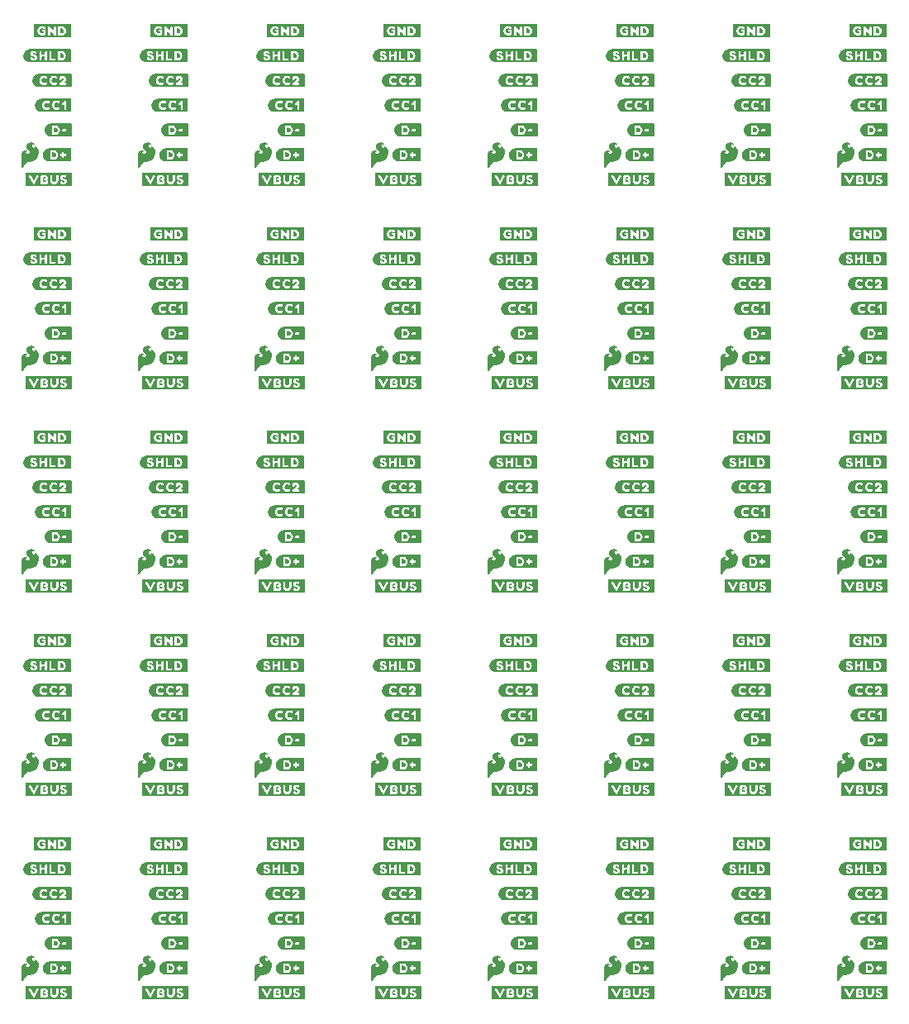
<source format=gto>
G04 EAGLE Gerber RS-274X export*
G75*
%MOMM*%
%FSLAX34Y34*%
%LPD*%
%INSilkscreen Top*%
%IPPOS*%
%AMOC8*
5,1,8,0,0,1.08239X$1,22.5*%
G01*

G36*
X94225Y643394D02*
X94225Y643394D01*
X94228Y643391D01*
X94828Y643491D01*
X94869Y643535D01*
X94866Y643538D01*
X94869Y643540D01*
X94869Y657040D01*
X94833Y657087D01*
X94826Y657082D01*
X94820Y657089D01*
X50820Y657089D01*
X50815Y657085D01*
X50809Y657088D01*
X50804Y657077D01*
X50773Y657053D01*
X50777Y657047D01*
X50776Y657046D01*
X50785Y657035D01*
X50783Y657030D01*
X50762Y657065D01*
X50728Y657079D01*
X50720Y657089D01*
X48020Y657089D01*
X48015Y657086D01*
X48012Y657089D01*
X47412Y656989D01*
X47375Y656950D01*
X47373Y656948D01*
X47373Y656947D01*
X47371Y656945D01*
X47374Y656943D01*
X47371Y656940D01*
X47371Y643440D01*
X47407Y643393D01*
X47414Y643398D01*
X47420Y643391D01*
X94220Y643391D01*
X94225Y643394D01*
G37*
G36*
X691125Y226834D02*
X691125Y226834D01*
X691128Y226831D01*
X691728Y226931D01*
X691769Y226975D01*
X691766Y226978D01*
X691769Y226980D01*
X691769Y240480D01*
X691733Y240527D01*
X691726Y240522D01*
X691720Y240529D01*
X647720Y240529D01*
X647715Y240525D01*
X647709Y240528D01*
X647704Y240517D01*
X647673Y240493D01*
X647677Y240487D01*
X647676Y240486D01*
X647685Y240475D01*
X647683Y240470D01*
X647662Y240505D01*
X647628Y240519D01*
X647620Y240529D01*
X644920Y240529D01*
X644915Y240526D01*
X644912Y240529D01*
X644312Y240429D01*
X644275Y240390D01*
X644273Y240388D01*
X644273Y240387D01*
X644271Y240385D01*
X644274Y240383D01*
X644271Y240380D01*
X644271Y226880D01*
X644307Y226833D01*
X644314Y226838D01*
X644320Y226831D01*
X691120Y226831D01*
X691125Y226834D01*
G37*
G36*
X332985Y226834D02*
X332985Y226834D01*
X332988Y226831D01*
X333588Y226931D01*
X333629Y226975D01*
X333626Y226978D01*
X333629Y226980D01*
X333629Y240480D01*
X333593Y240527D01*
X333586Y240522D01*
X333580Y240529D01*
X289580Y240529D01*
X289575Y240525D01*
X289569Y240528D01*
X289564Y240517D01*
X289533Y240493D01*
X289537Y240487D01*
X289536Y240486D01*
X289545Y240475D01*
X289543Y240470D01*
X289522Y240505D01*
X289488Y240519D01*
X289480Y240529D01*
X286780Y240529D01*
X286775Y240526D01*
X286772Y240529D01*
X286172Y240429D01*
X286135Y240390D01*
X286133Y240388D01*
X286133Y240387D01*
X286131Y240385D01*
X286134Y240383D01*
X286131Y240380D01*
X286131Y226880D01*
X286167Y226833D01*
X286174Y226838D01*
X286180Y226831D01*
X332980Y226831D01*
X332985Y226834D01*
G37*
G36*
X452365Y226834D02*
X452365Y226834D01*
X452368Y226831D01*
X452968Y226931D01*
X453009Y226975D01*
X453006Y226978D01*
X453009Y226980D01*
X453009Y240480D01*
X452973Y240527D01*
X452966Y240522D01*
X452960Y240529D01*
X408960Y240529D01*
X408955Y240525D01*
X408949Y240528D01*
X408944Y240517D01*
X408913Y240493D01*
X408917Y240487D01*
X408916Y240486D01*
X408925Y240475D01*
X408923Y240470D01*
X408902Y240505D01*
X408868Y240519D01*
X408860Y240529D01*
X406160Y240529D01*
X406155Y240526D01*
X406152Y240529D01*
X405552Y240429D01*
X405515Y240390D01*
X405513Y240388D01*
X405513Y240387D01*
X405511Y240385D01*
X405514Y240383D01*
X405511Y240380D01*
X405511Y226880D01*
X405547Y226833D01*
X405554Y226838D01*
X405560Y226831D01*
X452360Y226831D01*
X452365Y226834D01*
G37*
G36*
X571745Y226834D02*
X571745Y226834D01*
X571748Y226831D01*
X572348Y226931D01*
X572389Y226975D01*
X572386Y226978D01*
X572389Y226980D01*
X572389Y240480D01*
X572353Y240527D01*
X572346Y240522D01*
X572340Y240529D01*
X528340Y240529D01*
X528335Y240525D01*
X528329Y240528D01*
X528324Y240517D01*
X528293Y240493D01*
X528297Y240487D01*
X528296Y240486D01*
X528305Y240475D01*
X528303Y240470D01*
X528282Y240505D01*
X528248Y240519D01*
X528240Y240529D01*
X525540Y240529D01*
X525535Y240526D01*
X525532Y240529D01*
X524932Y240429D01*
X524895Y240390D01*
X524893Y240388D01*
X524893Y240387D01*
X524891Y240385D01*
X524894Y240383D01*
X524891Y240380D01*
X524891Y226880D01*
X524927Y226833D01*
X524934Y226838D01*
X524940Y226831D01*
X571740Y226831D01*
X571745Y226834D01*
G37*
G36*
X94225Y226834D02*
X94225Y226834D01*
X94228Y226831D01*
X94828Y226931D01*
X94869Y226975D01*
X94866Y226978D01*
X94869Y226980D01*
X94869Y240480D01*
X94833Y240527D01*
X94826Y240522D01*
X94820Y240529D01*
X50820Y240529D01*
X50815Y240525D01*
X50809Y240528D01*
X50804Y240517D01*
X50773Y240493D01*
X50777Y240487D01*
X50776Y240486D01*
X50785Y240475D01*
X50783Y240470D01*
X50762Y240505D01*
X50728Y240519D01*
X50720Y240529D01*
X48020Y240529D01*
X48015Y240526D01*
X48012Y240529D01*
X47412Y240429D01*
X47375Y240390D01*
X47373Y240388D01*
X47373Y240387D01*
X47371Y240385D01*
X47374Y240383D01*
X47371Y240380D01*
X47371Y226880D01*
X47407Y226833D01*
X47414Y226838D01*
X47420Y226831D01*
X94220Y226831D01*
X94225Y226834D01*
G37*
G36*
X810505Y226834D02*
X810505Y226834D01*
X810508Y226831D01*
X811108Y226931D01*
X811149Y226975D01*
X811146Y226978D01*
X811149Y226980D01*
X811149Y240480D01*
X811113Y240527D01*
X811106Y240522D01*
X811100Y240529D01*
X767100Y240529D01*
X767095Y240525D01*
X767089Y240528D01*
X767084Y240517D01*
X767053Y240493D01*
X767057Y240487D01*
X767056Y240486D01*
X767065Y240475D01*
X767063Y240470D01*
X767042Y240505D01*
X767008Y240519D01*
X767000Y240529D01*
X764300Y240529D01*
X764295Y240526D01*
X764292Y240529D01*
X763692Y240429D01*
X763655Y240390D01*
X763653Y240388D01*
X763653Y240387D01*
X763651Y240385D01*
X763654Y240383D01*
X763651Y240380D01*
X763651Y226880D01*
X763687Y226833D01*
X763694Y226838D01*
X763700Y226831D01*
X810500Y226831D01*
X810505Y226834D01*
G37*
G36*
X929885Y226834D02*
X929885Y226834D01*
X929888Y226831D01*
X930488Y226931D01*
X930529Y226975D01*
X930526Y226978D01*
X930529Y226980D01*
X930529Y240480D01*
X930493Y240527D01*
X930486Y240522D01*
X930480Y240529D01*
X886480Y240529D01*
X886475Y240525D01*
X886469Y240528D01*
X886464Y240517D01*
X886433Y240493D01*
X886437Y240487D01*
X886436Y240486D01*
X886445Y240475D01*
X886443Y240470D01*
X886422Y240505D01*
X886388Y240519D01*
X886380Y240529D01*
X883680Y240529D01*
X883675Y240526D01*
X883672Y240529D01*
X883072Y240429D01*
X883035Y240390D01*
X883033Y240388D01*
X883033Y240387D01*
X883031Y240385D01*
X883034Y240383D01*
X883031Y240380D01*
X883031Y226880D01*
X883067Y226833D01*
X883074Y226838D01*
X883080Y226831D01*
X929880Y226831D01*
X929885Y226834D01*
G37*
G36*
X929885Y435114D02*
X929885Y435114D01*
X929888Y435111D01*
X930488Y435211D01*
X930529Y435255D01*
X930526Y435258D01*
X930529Y435260D01*
X930529Y448760D01*
X930493Y448807D01*
X930486Y448802D01*
X930480Y448809D01*
X886480Y448809D01*
X886475Y448805D01*
X886469Y448808D01*
X886464Y448797D01*
X886433Y448773D01*
X886437Y448767D01*
X886436Y448766D01*
X886445Y448755D01*
X886443Y448750D01*
X886422Y448785D01*
X886388Y448799D01*
X886380Y448809D01*
X883680Y448809D01*
X883675Y448806D01*
X883672Y448809D01*
X883072Y448709D01*
X883035Y448670D01*
X883033Y448668D01*
X883033Y448667D01*
X883031Y448665D01*
X883034Y448663D01*
X883031Y448660D01*
X883031Y435160D01*
X883067Y435113D01*
X883074Y435118D01*
X883080Y435111D01*
X929880Y435111D01*
X929885Y435114D01*
G37*
G36*
X94225Y435114D02*
X94225Y435114D01*
X94228Y435111D01*
X94828Y435211D01*
X94869Y435255D01*
X94866Y435258D01*
X94869Y435260D01*
X94869Y448760D01*
X94833Y448807D01*
X94826Y448802D01*
X94820Y448809D01*
X50820Y448809D01*
X50815Y448805D01*
X50809Y448808D01*
X50804Y448797D01*
X50773Y448773D01*
X50777Y448767D01*
X50776Y448766D01*
X50785Y448755D01*
X50783Y448750D01*
X50762Y448785D01*
X50728Y448799D01*
X50720Y448809D01*
X48020Y448809D01*
X48015Y448806D01*
X48012Y448809D01*
X47412Y448709D01*
X47375Y448670D01*
X47373Y448668D01*
X47373Y448667D01*
X47371Y448665D01*
X47374Y448663D01*
X47371Y448660D01*
X47371Y435160D01*
X47407Y435113D01*
X47414Y435118D01*
X47420Y435111D01*
X94220Y435111D01*
X94225Y435114D01*
G37*
G36*
X452365Y435114D02*
X452365Y435114D01*
X452368Y435111D01*
X452968Y435211D01*
X453009Y435255D01*
X453006Y435258D01*
X453009Y435260D01*
X453009Y448760D01*
X452973Y448807D01*
X452966Y448802D01*
X452960Y448809D01*
X408960Y448809D01*
X408955Y448805D01*
X408949Y448808D01*
X408944Y448797D01*
X408913Y448773D01*
X408917Y448767D01*
X408916Y448766D01*
X408925Y448755D01*
X408923Y448750D01*
X408902Y448785D01*
X408868Y448799D01*
X408860Y448809D01*
X406160Y448809D01*
X406155Y448806D01*
X406152Y448809D01*
X405552Y448709D01*
X405515Y448670D01*
X405513Y448668D01*
X405513Y448667D01*
X405511Y448665D01*
X405514Y448663D01*
X405511Y448660D01*
X405511Y435160D01*
X405547Y435113D01*
X405554Y435118D01*
X405560Y435111D01*
X452360Y435111D01*
X452365Y435114D01*
G37*
G36*
X571745Y435114D02*
X571745Y435114D01*
X571748Y435111D01*
X572348Y435211D01*
X572389Y435255D01*
X572386Y435258D01*
X572389Y435260D01*
X572389Y448760D01*
X572353Y448807D01*
X572346Y448802D01*
X572340Y448809D01*
X528340Y448809D01*
X528335Y448805D01*
X528329Y448808D01*
X528324Y448797D01*
X528293Y448773D01*
X528297Y448767D01*
X528296Y448766D01*
X528305Y448755D01*
X528303Y448750D01*
X528282Y448785D01*
X528248Y448799D01*
X528240Y448809D01*
X525540Y448809D01*
X525535Y448806D01*
X525532Y448809D01*
X524932Y448709D01*
X524895Y448670D01*
X524893Y448668D01*
X524893Y448667D01*
X524891Y448665D01*
X524894Y448663D01*
X524891Y448660D01*
X524891Y435160D01*
X524927Y435113D01*
X524934Y435118D01*
X524940Y435111D01*
X571740Y435111D01*
X571745Y435114D01*
G37*
G36*
X213605Y435114D02*
X213605Y435114D01*
X213608Y435111D01*
X214208Y435211D01*
X214249Y435255D01*
X214246Y435258D01*
X214249Y435260D01*
X214249Y448760D01*
X214213Y448807D01*
X214206Y448802D01*
X214200Y448809D01*
X170200Y448809D01*
X170195Y448805D01*
X170189Y448808D01*
X170184Y448797D01*
X170153Y448773D01*
X170157Y448767D01*
X170156Y448766D01*
X170165Y448755D01*
X170163Y448750D01*
X170142Y448785D01*
X170108Y448799D01*
X170100Y448809D01*
X167400Y448809D01*
X167395Y448806D01*
X167392Y448809D01*
X166792Y448709D01*
X166755Y448670D01*
X166753Y448668D01*
X166753Y448667D01*
X166751Y448665D01*
X166754Y448663D01*
X166751Y448660D01*
X166751Y435160D01*
X166787Y435113D01*
X166794Y435118D01*
X166800Y435111D01*
X213600Y435111D01*
X213605Y435114D01*
G37*
G36*
X213605Y226834D02*
X213605Y226834D01*
X213608Y226831D01*
X214208Y226931D01*
X214249Y226975D01*
X214246Y226978D01*
X214249Y226980D01*
X214249Y240480D01*
X214213Y240527D01*
X214206Y240522D01*
X214200Y240529D01*
X170200Y240529D01*
X170195Y240525D01*
X170189Y240528D01*
X170184Y240517D01*
X170153Y240493D01*
X170157Y240487D01*
X170156Y240486D01*
X170165Y240475D01*
X170163Y240470D01*
X170142Y240505D01*
X170108Y240519D01*
X170100Y240529D01*
X167400Y240529D01*
X167395Y240526D01*
X167392Y240529D01*
X166792Y240429D01*
X166755Y240390D01*
X166753Y240388D01*
X166753Y240387D01*
X166751Y240385D01*
X166754Y240383D01*
X166751Y240380D01*
X166751Y226880D01*
X166787Y226833D01*
X166794Y226838D01*
X166800Y226831D01*
X213600Y226831D01*
X213605Y226834D01*
G37*
G36*
X94225Y18554D02*
X94225Y18554D01*
X94228Y18551D01*
X94828Y18651D01*
X94869Y18695D01*
X94866Y18698D01*
X94869Y18700D01*
X94869Y32200D01*
X94833Y32247D01*
X94826Y32242D01*
X94820Y32249D01*
X50820Y32249D01*
X50815Y32245D01*
X50809Y32248D01*
X50804Y32237D01*
X50773Y32213D01*
X50777Y32207D01*
X50776Y32206D01*
X50785Y32195D01*
X50783Y32190D01*
X50762Y32225D01*
X50728Y32239D01*
X50720Y32249D01*
X48020Y32249D01*
X48015Y32246D01*
X48012Y32249D01*
X47412Y32149D01*
X47375Y32110D01*
X47373Y32108D01*
X47373Y32107D01*
X47371Y32105D01*
X47374Y32103D01*
X47371Y32100D01*
X47371Y18600D01*
X47407Y18553D01*
X47414Y18558D01*
X47420Y18551D01*
X94220Y18551D01*
X94225Y18554D01*
G37*
G36*
X810505Y18554D02*
X810505Y18554D01*
X810508Y18551D01*
X811108Y18651D01*
X811149Y18695D01*
X811146Y18698D01*
X811149Y18700D01*
X811149Y32200D01*
X811113Y32247D01*
X811106Y32242D01*
X811100Y32249D01*
X767100Y32249D01*
X767095Y32245D01*
X767089Y32248D01*
X767084Y32237D01*
X767053Y32213D01*
X767057Y32207D01*
X767056Y32206D01*
X767065Y32195D01*
X767063Y32190D01*
X767042Y32225D01*
X767008Y32239D01*
X767000Y32249D01*
X764300Y32249D01*
X764295Y32246D01*
X764292Y32249D01*
X763692Y32149D01*
X763655Y32110D01*
X763653Y32108D01*
X763653Y32107D01*
X763651Y32105D01*
X763654Y32103D01*
X763651Y32100D01*
X763651Y18600D01*
X763687Y18553D01*
X763694Y18558D01*
X763700Y18551D01*
X810500Y18551D01*
X810505Y18554D01*
G37*
G36*
X213605Y18554D02*
X213605Y18554D01*
X213608Y18551D01*
X214208Y18651D01*
X214249Y18695D01*
X214246Y18698D01*
X214249Y18700D01*
X214249Y32200D01*
X214213Y32247D01*
X214206Y32242D01*
X214200Y32249D01*
X170200Y32249D01*
X170195Y32245D01*
X170189Y32248D01*
X170184Y32237D01*
X170153Y32213D01*
X170157Y32207D01*
X170156Y32206D01*
X170165Y32195D01*
X170163Y32190D01*
X170142Y32225D01*
X170108Y32239D01*
X170100Y32249D01*
X167400Y32249D01*
X167395Y32246D01*
X167392Y32249D01*
X166792Y32149D01*
X166755Y32110D01*
X166753Y32108D01*
X166753Y32107D01*
X166751Y32105D01*
X166754Y32103D01*
X166751Y32100D01*
X166751Y18600D01*
X166787Y18553D01*
X166794Y18558D01*
X166800Y18551D01*
X213600Y18551D01*
X213605Y18554D01*
G37*
G36*
X452365Y851674D02*
X452365Y851674D01*
X452368Y851671D01*
X452968Y851771D01*
X453009Y851815D01*
X453006Y851818D01*
X453009Y851820D01*
X453009Y865320D01*
X452973Y865367D01*
X452966Y865362D01*
X452960Y865369D01*
X408960Y865369D01*
X408955Y865365D01*
X408949Y865368D01*
X408944Y865357D01*
X408913Y865333D01*
X408917Y865327D01*
X408916Y865326D01*
X408925Y865315D01*
X408923Y865310D01*
X408902Y865345D01*
X408868Y865359D01*
X408860Y865369D01*
X406160Y865369D01*
X406155Y865366D01*
X406152Y865369D01*
X405552Y865269D01*
X405515Y865230D01*
X405513Y865228D01*
X405513Y865227D01*
X405511Y865225D01*
X405514Y865223D01*
X405511Y865220D01*
X405511Y851720D01*
X405547Y851673D01*
X405554Y851678D01*
X405560Y851671D01*
X452360Y851671D01*
X452365Y851674D01*
G37*
G36*
X810505Y851674D02*
X810505Y851674D01*
X810508Y851671D01*
X811108Y851771D01*
X811149Y851815D01*
X811146Y851818D01*
X811149Y851820D01*
X811149Y865320D01*
X811113Y865367D01*
X811106Y865362D01*
X811100Y865369D01*
X767100Y865369D01*
X767095Y865365D01*
X767089Y865368D01*
X767084Y865357D01*
X767053Y865333D01*
X767057Y865327D01*
X767056Y865326D01*
X767065Y865315D01*
X767063Y865310D01*
X767042Y865345D01*
X767008Y865359D01*
X767000Y865369D01*
X764300Y865369D01*
X764295Y865366D01*
X764292Y865369D01*
X763692Y865269D01*
X763655Y865230D01*
X763653Y865228D01*
X763653Y865227D01*
X763651Y865225D01*
X763654Y865223D01*
X763651Y865220D01*
X763651Y851720D01*
X763687Y851673D01*
X763694Y851678D01*
X763700Y851671D01*
X810500Y851671D01*
X810505Y851674D01*
G37*
G36*
X332985Y851674D02*
X332985Y851674D01*
X332988Y851671D01*
X333588Y851771D01*
X333629Y851815D01*
X333626Y851818D01*
X333629Y851820D01*
X333629Y865320D01*
X333593Y865367D01*
X333586Y865362D01*
X333580Y865369D01*
X289580Y865369D01*
X289575Y865365D01*
X289569Y865368D01*
X289564Y865357D01*
X289533Y865333D01*
X289537Y865327D01*
X289536Y865326D01*
X289545Y865315D01*
X289543Y865310D01*
X289522Y865345D01*
X289488Y865359D01*
X289480Y865369D01*
X286780Y865369D01*
X286775Y865366D01*
X286772Y865369D01*
X286172Y865269D01*
X286135Y865230D01*
X286133Y865228D01*
X286133Y865227D01*
X286131Y865225D01*
X286134Y865223D01*
X286131Y865220D01*
X286131Y851720D01*
X286167Y851673D01*
X286174Y851678D01*
X286180Y851671D01*
X332980Y851671D01*
X332985Y851674D01*
G37*
G36*
X94225Y851674D02*
X94225Y851674D01*
X94228Y851671D01*
X94828Y851771D01*
X94869Y851815D01*
X94866Y851818D01*
X94869Y851820D01*
X94869Y865320D01*
X94833Y865367D01*
X94826Y865362D01*
X94820Y865369D01*
X50820Y865369D01*
X50815Y865365D01*
X50809Y865368D01*
X50804Y865357D01*
X50773Y865333D01*
X50777Y865327D01*
X50776Y865326D01*
X50785Y865315D01*
X50783Y865310D01*
X50762Y865345D01*
X50728Y865359D01*
X50720Y865369D01*
X48020Y865369D01*
X48015Y865366D01*
X48012Y865369D01*
X47412Y865269D01*
X47375Y865230D01*
X47373Y865228D01*
X47373Y865227D01*
X47371Y865225D01*
X47374Y865223D01*
X47371Y865220D01*
X47371Y851720D01*
X47407Y851673D01*
X47414Y851678D01*
X47420Y851671D01*
X94220Y851671D01*
X94225Y851674D01*
G37*
G36*
X332985Y435114D02*
X332985Y435114D01*
X332988Y435111D01*
X333588Y435211D01*
X333629Y435255D01*
X333626Y435258D01*
X333629Y435260D01*
X333629Y448760D01*
X333593Y448807D01*
X333586Y448802D01*
X333580Y448809D01*
X289580Y448809D01*
X289575Y448805D01*
X289569Y448808D01*
X289564Y448797D01*
X289533Y448773D01*
X289537Y448767D01*
X289536Y448766D01*
X289545Y448755D01*
X289543Y448750D01*
X289522Y448785D01*
X289488Y448799D01*
X289480Y448809D01*
X286780Y448809D01*
X286775Y448806D01*
X286772Y448809D01*
X286172Y448709D01*
X286135Y448670D01*
X286133Y448668D01*
X286133Y448667D01*
X286131Y448665D01*
X286134Y448663D01*
X286131Y448660D01*
X286131Y435160D01*
X286167Y435113D01*
X286174Y435118D01*
X286180Y435111D01*
X332980Y435111D01*
X332985Y435114D01*
G37*
G36*
X691125Y435114D02*
X691125Y435114D01*
X691128Y435111D01*
X691728Y435211D01*
X691769Y435255D01*
X691766Y435258D01*
X691769Y435260D01*
X691769Y448760D01*
X691733Y448807D01*
X691726Y448802D01*
X691720Y448809D01*
X647720Y448809D01*
X647715Y448805D01*
X647709Y448808D01*
X647704Y448797D01*
X647673Y448773D01*
X647677Y448767D01*
X647676Y448766D01*
X647685Y448755D01*
X647683Y448750D01*
X647662Y448785D01*
X647628Y448799D01*
X647620Y448809D01*
X644920Y448809D01*
X644915Y448806D01*
X644912Y448809D01*
X644312Y448709D01*
X644275Y448670D01*
X644273Y448668D01*
X644273Y448667D01*
X644271Y448665D01*
X644274Y448663D01*
X644271Y448660D01*
X644271Y435160D01*
X644307Y435113D01*
X644314Y435118D01*
X644320Y435111D01*
X691120Y435111D01*
X691125Y435114D01*
G37*
G36*
X810505Y435114D02*
X810505Y435114D01*
X810508Y435111D01*
X811108Y435211D01*
X811149Y435255D01*
X811146Y435258D01*
X811149Y435260D01*
X811149Y448760D01*
X811113Y448807D01*
X811106Y448802D01*
X811100Y448809D01*
X767100Y448809D01*
X767095Y448805D01*
X767089Y448808D01*
X767084Y448797D01*
X767053Y448773D01*
X767057Y448767D01*
X767056Y448766D01*
X767065Y448755D01*
X767063Y448750D01*
X767042Y448785D01*
X767008Y448799D01*
X767000Y448809D01*
X764300Y448809D01*
X764295Y448806D01*
X764292Y448809D01*
X763692Y448709D01*
X763655Y448670D01*
X763653Y448668D01*
X763653Y448667D01*
X763651Y448665D01*
X763654Y448663D01*
X763651Y448660D01*
X763651Y435160D01*
X763687Y435113D01*
X763694Y435118D01*
X763700Y435111D01*
X810500Y435111D01*
X810505Y435114D01*
G37*
G36*
X332985Y643394D02*
X332985Y643394D01*
X332988Y643391D01*
X333588Y643491D01*
X333629Y643535D01*
X333626Y643538D01*
X333629Y643540D01*
X333629Y657040D01*
X333593Y657087D01*
X333586Y657082D01*
X333580Y657089D01*
X289580Y657089D01*
X289575Y657085D01*
X289569Y657088D01*
X289564Y657077D01*
X289533Y657053D01*
X289537Y657047D01*
X289536Y657046D01*
X289545Y657035D01*
X289543Y657030D01*
X289522Y657065D01*
X289488Y657079D01*
X289480Y657089D01*
X286780Y657089D01*
X286775Y657086D01*
X286772Y657089D01*
X286172Y656989D01*
X286135Y656950D01*
X286133Y656948D01*
X286133Y656947D01*
X286131Y656945D01*
X286134Y656943D01*
X286131Y656940D01*
X286131Y643440D01*
X286167Y643393D01*
X286174Y643398D01*
X286180Y643391D01*
X332980Y643391D01*
X332985Y643394D01*
G37*
G36*
X213605Y643394D02*
X213605Y643394D01*
X213608Y643391D01*
X214208Y643491D01*
X214249Y643535D01*
X214246Y643538D01*
X214249Y643540D01*
X214249Y657040D01*
X214213Y657087D01*
X214206Y657082D01*
X214200Y657089D01*
X170200Y657089D01*
X170195Y657085D01*
X170189Y657088D01*
X170184Y657077D01*
X170153Y657053D01*
X170157Y657047D01*
X170156Y657046D01*
X170165Y657035D01*
X170163Y657030D01*
X170142Y657065D01*
X170108Y657079D01*
X170100Y657089D01*
X167400Y657089D01*
X167395Y657086D01*
X167392Y657089D01*
X166792Y656989D01*
X166755Y656950D01*
X166753Y656948D01*
X166753Y656947D01*
X166751Y656945D01*
X166754Y656943D01*
X166751Y656940D01*
X166751Y643440D01*
X166787Y643393D01*
X166794Y643398D01*
X166800Y643391D01*
X213600Y643391D01*
X213605Y643394D01*
G37*
G36*
X929885Y643394D02*
X929885Y643394D01*
X929888Y643391D01*
X930488Y643491D01*
X930529Y643535D01*
X930526Y643538D01*
X930529Y643540D01*
X930529Y657040D01*
X930493Y657087D01*
X930486Y657082D01*
X930480Y657089D01*
X886480Y657089D01*
X886475Y657085D01*
X886469Y657088D01*
X886464Y657077D01*
X886433Y657053D01*
X886437Y657047D01*
X886436Y657046D01*
X886445Y657035D01*
X886443Y657030D01*
X886422Y657065D01*
X886388Y657079D01*
X886380Y657089D01*
X883680Y657089D01*
X883675Y657086D01*
X883672Y657089D01*
X883072Y656989D01*
X883035Y656950D01*
X883033Y656948D01*
X883033Y656947D01*
X883031Y656945D01*
X883034Y656943D01*
X883031Y656940D01*
X883031Y643440D01*
X883067Y643393D01*
X883074Y643398D01*
X883080Y643391D01*
X929880Y643391D01*
X929885Y643394D01*
G37*
G36*
X452365Y18554D02*
X452365Y18554D01*
X452368Y18551D01*
X452968Y18651D01*
X453009Y18695D01*
X453006Y18698D01*
X453009Y18700D01*
X453009Y32200D01*
X452973Y32247D01*
X452966Y32242D01*
X452960Y32249D01*
X408960Y32249D01*
X408955Y32245D01*
X408949Y32248D01*
X408944Y32237D01*
X408913Y32213D01*
X408917Y32207D01*
X408916Y32206D01*
X408925Y32195D01*
X408923Y32190D01*
X408902Y32225D01*
X408868Y32239D01*
X408860Y32249D01*
X406160Y32249D01*
X406155Y32246D01*
X406152Y32249D01*
X405552Y32149D01*
X405515Y32110D01*
X405513Y32108D01*
X405513Y32107D01*
X405511Y32105D01*
X405514Y32103D01*
X405511Y32100D01*
X405511Y18600D01*
X405547Y18553D01*
X405554Y18558D01*
X405560Y18551D01*
X452360Y18551D01*
X452365Y18554D01*
G37*
G36*
X691125Y18554D02*
X691125Y18554D01*
X691128Y18551D01*
X691728Y18651D01*
X691769Y18695D01*
X691766Y18698D01*
X691769Y18700D01*
X691769Y32200D01*
X691733Y32247D01*
X691726Y32242D01*
X691720Y32249D01*
X647720Y32249D01*
X647715Y32245D01*
X647709Y32248D01*
X647704Y32237D01*
X647673Y32213D01*
X647677Y32207D01*
X647676Y32206D01*
X647685Y32195D01*
X647683Y32190D01*
X647662Y32225D01*
X647628Y32239D01*
X647620Y32249D01*
X644920Y32249D01*
X644915Y32246D01*
X644912Y32249D01*
X644312Y32149D01*
X644275Y32110D01*
X644273Y32108D01*
X644273Y32107D01*
X644271Y32105D01*
X644274Y32103D01*
X644271Y32100D01*
X644271Y18600D01*
X644307Y18553D01*
X644314Y18558D01*
X644320Y18551D01*
X691120Y18551D01*
X691125Y18554D01*
G37*
G36*
X691125Y643394D02*
X691125Y643394D01*
X691128Y643391D01*
X691728Y643491D01*
X691769Y643535D01*
X691766Y643538D01*
X691769Y643540D01*
X691769Y657040D01*
X691733Y657087D01*
X691726Y657082D01*
X691720Y657089D01*
X647720Y657089D01*
X647715Y657085D01*
X647709Y657088D01*
X647704Y657077D01*
X647673Y657053D01*
X647677Y657047D01*
X647676Y657046D01*
X647685Y657035D01*
X647683Y657030D01*
X647662Y657065D01*
X647628Y657079D01*
X647620Y657089D01*
X644920Y657089D01*
X644915Y657086D01*
X644912Y657089D01*
X644312Y656989D01*
X644275Y656950D01*
X644273Y656948D01*
X644273Y656947D01*
X644271Y656945D01*
X644274Y656943D01*
X644271Y656940D01*
X644271Y643440D01*
X644307Y643393D01*
X644314Y643398D01*
X644320Y643391D01*
X691120Y643391D01*
X691125Y643394D01*
G37*
G36*
X691125Y851674D02*
X691125Y851674D01*
X691128Y851671D01*
X691728Y851771D01*
X691769Y851815D01*
X691766Y851818D01*
X691769Y851820D01*
X691769Y865320D01*
X691733Y865367D01*
X691726Y865362D01*
X691720Y865369D01*
X647720Y865369D01*
X647715Y865365D01*
X647709Y865368D01*
X647704Y865357D01*
X647673Y865333D01*
X647677Y865327D01*
X647676Y865326D01*
X647685Y865315D01*
X647683Y865310D01*
X647662Y865345D01*
X647628Y865359D01*
X647620Y865369D01*
X644920Y865369D01*
X644915Y865366D01*
X644912Y865369D01*
X644312Y865269D01*
X644275Y865230D01*
X644273Y865228D01*
X644273Y865227D01*
X644271Y865225D01*
X644274Y865223D01*
X644271Y865220D01*
X644271Y851720D01*
X644307Y851673D01*
X644314Y851678D01*
X644320Y851671D01*
X691120Y851671D01*
X691125Y851674D01*
G37*
G36*
X571745Y18554D02*
X571745Y18554D01*
X571748Y18551D01*
X572348Y18651D01*
X572389Y18695D01*
X572386Y18698D01*
X572389Y18700D01*
X572389Y32200D01*
X572353Y32247D01*
X572346Y32242D01*
X572340Y32249D01*
X528340Y32249D01*
X528335Y32245D01*
X528329Y32248D01*
X528324Y32237D01*
X528293Y32213D01*
X528297Y32207D01*
X528296Y32206D01*
X528305Y32195D01*
X528303Y32190D01*
X528282Y32225D01*
X528248Y32239D01*
X528240Y32249D01*
X525540Y32249D01*
X525535Y32246D01*
X525532Y32249D01*
X524932Y32149D01*
X524895Y32110D01*
X524893Y32108D01*
X524893Y32107D01*
X524891Y32105D01*
X524894Y32103D01*
X524891Y32100D01*
X524891Y18600D01*
X524927Y18553D01*
X524934Y18558D01*
X524940Y18551D01*
X571740Y18551D01*
X571745Y18554D01*
G37*
G36*
X571745Y643394D02*
X571745Y643394D01*
X571748Y643391D01*
X572348Y643491D01*
X572389Y643535D01*
X572386Y643538D01*
X572389Y643540D01*
X572389Y657040D01*
X572353Y657087D01*
X572346Y657082D01*
X572340Y657089D01*
X528340Y657089D01*
X528335Y657085D01*
X528329Y657088D01*
X528324Y657077D01*
X528293Y657053D01*
X528297Y657047D01*
X528296Y657046D01*
X528305Y657035D01*
X528303Y657030D01*
X528282Y657065D01*
X528248Y657079D01*
X528240Y657089D01*
X525540Y657089D01*
X525535Y657086D01*
X525532Y657089D01*
X524932Y656989D01*
X524895Y656950D01*
X524893Y656948D01*
X524893Y656947D01*
X524891Y656945D01*
X524894Y656943D01*
X524891Y656940D01*
X524891Y643440D01*
X524927Y643393D01*
X524934Y643398D01*
X524940Y643391D01*
X571740Y643391D01*
X571745Y643394D01*
G37*
G36*
X452365Y643394D02*
X452365Y643394D01*
X452368Y643391D01*
X452968Y643491D01*
X453009Y643535D01*
X453006Y643538D01*
X453009Y643540D01*
X453009Y657040D01*
X452973Y657087D01*
X452966Y657082D01*
X452960Y657089D01*
X408960Y657089D01*
X408955Y657085D01*
X408949Y657088D01*
X408944Y657077D01*
X408913Y657053D01*
X408917Y657047D01*
X408916Y657046D01*
X408925Y657035D01*
X408923Y657030D01*
X408902Y657065D01*
X408868Y657079D01*
X408860Y657089D01*
X406160Y657089D01*
X406155Y657086D01*
X406152Y657089D01*
X405552Y656989D01*
X405515Y656950D01*
X405513Y656948D01*
X405513Y656947D01*
X405511Y656945D01*
X405514Y656943D01*
X405511Y656940D01*
X405511Y643440D01*
X405547Y643393D01*
X405554Y643398D01*
X405560Y643391D01*
X452360Y643391D01*
X452365Y643394D01*
G37*
G36*
X810505Y643394D02*
X810505Y643394D01*
X810508Y643391D01*
X811108Y643491D01*
X811149Y643535D01*
X811146Y643538D01*
X811149Y643540D01*
X811149Y657040D01*
X811113Y657087D01*
X811106Y657082D01*
X811100Y657089D01*
X767100Y657089D01*
X767095Y657085D01*
X767089Y657088D01*
X767084Y657077D01*
X767053Y657053D01*
X767057Y657047D01*
X767056Y657046D01*
X767065Y657035D01*
X767063Y657030D01*
X767042Y657065D01*
X767008Y657079D01*
X767000Y657089D01*
X764300Y657089D01*
X764295Y657086D01*
X764292Y657089D01*
X763692Y656989D01*
X763655Y656950D01*
X763653Y656948D01*
X763653Y656947D01*
X763651Y656945D01*
X763654Y656943D01*
X763651Y656940D01*
X763651Y643440D01*
X763687Y643393D01*
X763694Y643398D01*
X763700Y643391D01*
X810500Y643391D01*
X810505Y643394D01*
G37*
G36*
X332985Y18554D02*
X332985Y18554D01*
X332988Y18551D01*
X333588Y18651D01*
X333629Y18695D01*
X333626Y18698D01*
X333629Y18700D01*
X333629Y32200D01*
X333593Y32247D01*
X333586Y32242D01*
X333580Y32249D01*
X289580Y32249D01*
X289575Y32245D01*
X289569Y32248D01*
X289564Y32237D01*
X289533Y32213D01*
X289537Y32207D01*
X289536Y32206D01*
X289545Y32195D01*
X289543Y32190D01*
X289522Y32225D01*
X289488Y32239D01*
X289480Y32249D01*
X286780Y32249D01*
X286775Y32246D01*
X286772Y32249D01*
X286172Y32149D01*
X286135Y32110D01*
X286133Y32108D01*
X286133Y32107D01*
X286131Y32105D01*
X286134Y32103D01*
X286131Y32100D01*
X286131Y18600D01*
X286167Y18553D01*
X286174Y18558D01*
X286180Y18551D01*
X332980Y18551D01*
X332985Y18554D01*
G37*
G36*
X213605Y851674D02*
X213605Y851674D01*
X213608Y851671D01*
X214208Y851771D01*
X214249Y851815D01*
X214246Y851818D01*
X214249Y851820D01*
X214249Y865320D01*
X214213Y865367D01*
X214206Y865362D01*
X214200Y865369D01*
X170200Y865369D01*
X170195Y865365D01*
X170189Y865368D01*
X170184Y865357D01*
X170153Y865333D01*
X170157Y865327D01*
X170156Y865326D01*
X170165Y865315D01*
X170163Y865310D01*
X170142Y865345D01*
X170108Y865359D01*
X170100Y865369D01*
X167400Y865369D01*
X167395Y865366D01*
X167392Y865369D01*
X166792Y865269D01*
X166755Y865230D01*
X166753Y865228D01*
X166753Y865227D01*
X166751Y865225D01*
X166754Y865223D01*
X166751Y865220D01*
X166751Y851720D01*
X166787Y851673D01*
X166794Y851678D01*
X166800Y851671D01*
X213600Y851671D01*
X213605Y851674D01*
G37*
G36*
X929885Y18554D02*
X929885Y18554D01*
X929888Y18551D01*
X930488Y18651D01*
X930529Y18695D01*
X930526Y18698D01*
X930529Y18700D01*
X930529Y32200D01*
X930493Y32247D01*
X930486Y32242D01*
X930480Y32249D01*
X886480Y32249D01*
X886475Y32245D01*
X886469Y32248D01*
X886464Y32237D01*
X886433Y32213D01*
X886437Y32207D01*
X886436Y32206D01*
X886445Y32195D01*
X886443Y32190D01*
X886422Y32225D01*
X886388Y32239D01*
X886380Y32249D01*
X883680Y32249D01*
X883675Y32246D01*
X883672Y32249D01*
X883072Y32149D01*
X883035Y32110D01*
X883033Y32108D01*
X883033Y32107D01*
X883031Y32105D01*
X883034Y32103D01*
X883031Y32100D01*
X883031Y18600D01*
X883067Y18553D01*
X883074Y18558D01*
X883080Y18551D01*
X929880Y18551D01*
X929885Y18554D01*
G37*
G36*
X571745Y851674D02*
X571745Y851674D01*
X571748Y851671D01*
X572348Y851771D01*
X572389Y851815D01*
X572386Y851818D01*
X572389Y851820D01*
X572389Y865320D01*
X572353Y865367D01*
X572346Y865362D01*
X572340Y865369D01*
X528340Y865369D01*
X528335Y865365D01*
X528329Y865368D01*
X528324Y865357D01*
X528293Y865333D01*
X528297Y865327D01*
X528296Y865326D01*
X528305Y865315D01*
X528303Y865310D01*
X528282Y865345D01*
X528248Y865359D01*
X528240Y865369D01*
X525540Y865369D01*
X525535Y865366D01*
X525532Y865369D01*
X524932Y865269D01*
X524895Y865230D01*
X524893Y865228D01*
X524893Y865227D01*
X524891Y865225D01*
X524894Y865223D01*
X524891Y865220D01*
X524891Y851720D01*
X524927Y851673D01*
X524934Y851678D01*
X524940Y851671D01*
X571740Y851671D01*
X571745Y851674D01*
G37*
G36*
X929885Y851674D02*
X929885Y851674D01*
X929888Y851671D01*
X930488Y851771D01*
X930529Y851815D01*
X930526Y851818D01*
X930529Y851820D01*
X930529Y865320D01*
X930493Y865367D01*
X930486Y865362D01*
X930480Y865369D01*
X886480Y865369D01*
X886475Y865365D01*
X886469Y865368D01*
X886464Y865357D01*
X886433Y865333D01*
X886437Y865327D01*
X886436Y865326D01*
X886445Y865315D01*
X886443Y865310D01*
X886422Y865345D01*
X886388Y865359D01*
X886380Y865369D01*
X883680Y865369D01*
X883675Y865366D01*
X883672Y865369D01*
X883072Y865269D01*
X883035Y865230D01*
X883033Y865228D01*
X883033Y865227D01*
X883031Y865225D01*
X883034Y865223D01*
X883031Y865220D01*
X883031Y851720D01*
X883067Y851673D01*
X883074Y851678D01*
X883080Y851671D01*
X929880Y851671D01*
X929885Y851674D01*
G37*
G36*
X93131Y353839D02*
X93131Y353839D01*
X93138Y353834D01*
X93638Y354034D01*
X93653Y354058D01*
X93660Y354064D01*
X93658Y354067D01*
X93663Y354075D01*
X93669Y354080D01*
X93669Y366980D01*
X93658Y366995D01*
X93662Y367005D01*
X93362Y367505D01*
X93328Y367519D01*
X93320Y367529D01*
X52020Y367529D01*
X52016Y367526D01*
X52013Y367529D01*
X51313Y367429D01*
X51312Y367428D01*
X51312Y367429D01*
X50712Y367329D01*
X50013Y367229D01*
X50005Y367221D01*
X49998Y367224D01*
X48198Y366324D01*
X48196Y366320D01*
X48193Y366321D01*
X47593Y365921D01*
X47589Y365911D01*
X47582Y365911D01*
X47183Y365413D01*
X46685Y364915D01*
X46684Y364908D01*
X46679Y364907D01*
X46279Y364307D01*
X46279Y364303D01*
X46276Y364302D01*
X45676Y363102D01*
X45677Y363097D01*
X45673Y363096D01*
X45473Y362496D01*
X45475Y362489D01*
X45471Y362487D01*
X45371Y361788D01*
X45271Y361188D01*
X45274Y361183D01*
X45273Y361182D01*
X45271Y361180D01*
X45271Y359780D01*
X45274Y359776D01*
X45271Y359773D01*
X45371Y359073D01*
X45376Y359068D01*
X45373Y359064D01*
X45573Y358464D01*
X45578Y358461D01*
X45576Y358458D01*
X46176Y357258D01*
X46180Y357256D01*
X46179Y357253D01*
X46579Y356653D01*
X46582Y356652D01*
X46582Y356649D01*
X46982Y356149D01*
X46986Y356148D01*
X46985Y356145D01*
X47485Y355645D01*
X47489Y355645D01*
X47489Y355642D01*
X47989Y355242D01*
X47993Y355241D01*
X47993Y355239D01*
X48593Y354839D01*
X48597Y354839D01*
X48598Y354836D01*
X49798Y354236D01*
X49803Y354237D01*
X49804Y354233D01*
X50404Y354033D01*
X50411Y354035D01*
X50413Y354031D01*
X51813Y353831D01*
X51818Y353834D01*
X51820Y353831D01*
X93120Y353831D01*
X93131Y353839D01*
G37*
G36*
X331891Y562119D02*
X331891Y562119D01*
X331898Y562114D01*
X332398Y562314D01*
X332413Y562338D01*
X332420Y562344D01*
X332418Y562347D01*
X332423Y562355D01*
X332429Y562360D01*
X332429Y575260D01*
X332418Y575275D01*
X332422Y575285D01*
X332122Y575785D01*
X332088Y575799D01*
X332080Y575809D01*
X290780Y575809D01*
X290776Y575806D01*
X290773Y575809D01*
X290073Y575709D01*
X290072Y575708D01*
X290072Y575709D01*
X289472Y575609D01*
X288773Y575509D01*
X288765Y575501D01*
X288758Y575504D01*
X286958Y574604D01*
X286956Y574600D01*
X286953Y574601D01*
X286353Y574201D01*
X286349Y574191D01*
X286342Y574191D01*
X285943Y573693D01*
X285445Y573195D01*
X285444Y573188D01*
X285439Y573187D01*
X285039Y572587D01*
X285039Y572583D01*
X285036Y572582D01*
X284436Y571382D01*
X284437Y571377D01*
X284433Y571376D01*
X284233Y570776D01*
X284235Y570769D01*
X284231Y570767D01*
X284131Y570068D01*
X284031Y569468D01*
X284034Y569463D01*
X284033Y569462D01*
X284031Y569460D01*
X284031Y568060D01*
X284034Y568056D01*
X284031Y568053D01*
X284131Y567353D01*
X284136Y567348D01*
X284133Y567344D01*
X284333Y566744D01*
X284338Y566741D01*
X284336Y566738D01*
X284936Y565538D01*
X284940Y565536D01*
X284939Y565533D01*
X285339Y564933D01*
X285342Y564932D01*
X285342Y564929D01*
X285742Y564429D01*
X285746Y564428D01*
X285745Y564425D01*
X286245Y563925D01*
X286249Y563925D01*
X286249Y563922D01*
X286749Y563522D01*
X286753Y563521D01*
X286753Y563519D01*
X287353Y563119D01*
X287357Y563119D01*
X287358Y563116D01*
X288558Y562516D01*
X288563Y562517D01*
X288564Y562513D01*
X289164Y562313D01*
X289171Y562315D01*
X289173Y562311D01*
X290573Y562111D01*
X290578Y562114D01*
X290580Y562111D01*
X331880Y562111D01*
X331891Y562119D01*
G37*
G36*
X570651Y145559D02*
X570651Y145559D01*
X570658Y145554D01*
X571158Y145754D01*
X571173Y145778D01*
X571180Y145784D01*
X571178Y145787D01*
X571183Y145795D01*
X571189Y145800D01*
X571189Y158700D01*
X571178Y158715D01*
X571182Y158725D01*
X570882Y159225D01*
X570848Y159239D01*
X570840Y159249D01*
X529540Y159249D01*
X529536Y159246D01*
X529533Y159249D01*
X528833Y159149D01*
X528832Y159148D01*
X528832Y159149D01*
X528232Y159049D01*
X527533Y158949D01*
X527525Y158941D01*
X527518Y158944D01*
X525718Y158044D01*
X525716Y158040D01*
X525713Y158041D01*
X525113Y157641D01*
X525109Y157631D01*
X525102Y157631D01*
X524703Y157133D01*
X524205Y156635D01*
X524204Y156628D01*
X524199Y156627D01*
X523799Y156027D01*
X523799Y156023D01*
X523796Y156022D01*
X523196Y154822D01*
X523197Y154817D01*
X523193Y154816D01*
X522993Y154216D01*
X522995Y154209D01*
X522991Y154207D01*
X522891Y153508D01*
X522791Y152908D01*
X522794Y152903D01*
X522793Y152902D01*
X522791Y152900D01*
X522791Y151500D01*
X522794Y151496D01*
X522791Y151493D01*
X522891Y150793D01*
X522896Y150788D01*
X522893Y150784D01*
X523093Y150184D01*
X523098Y150181D01*
X523096Y150178D01*
X523696Y148978D01*
X523700Y148976D01*
X523699Y148973D01*
X524099Y148373D01*
X524102Y148372D01*
X524102Y148369D01*
X524502Y147869D01*
X524506Y147868D01*
X524505Y147865D01*
X525005Y147365D01*
X525009Y147365D01*
X525009Y147362D01*
X525509Y146962D01*
X525513Y146961D01*
X525513Y146959D01*
X526113Y146559D01*
X526117Y146559D01*
X526118Y146556D01*
X527318Y145956D01*
X527323Y145957D01*
X527324Y145953D01*
X527924Y145753D01*
X527931Y145755D01*
X527933Y145751D01*
X529333Y145551D01*
X529338Y145554D01*
X529340Y145551D01*
X570640Y145551D01*
X570651Y145559D01*
G37*
G36*
X212511Y145559D02*
X212511Y145559D01*
X212518Y145554D01*
X213018Y145754D01*
X213033Y145778D01*
X213040Y145784D01*
X213038Y145787D01*
X213043Y145795D01*
X213049Y145800D01*
X213049Y158700D01*
X213038Y158715D01*
X213042Y158725D01*
X212742Y159225D01*
X212708Y159239D01*
X212700Y159249D01*
X171400Y159249D01*
X171396Y159246D01*
X171393Y159249D01*
X170693Y159149D01*
X170692Y159148D01*
X170692Y159149D01*
X170092Y159049D01*
X169393Y158949D01*
X169385Y158941D01*
X169378Y158944D01*
X167578Y158044D01*
X167576Y158040D01*
X167573Y158041D01*
X166973Y157641D01*
X166969Y157631D01*
X166962Y157631D01*
X166563Y157133D01*
X166065Y156635D01*
X166064Y156628D01*
X166059Y156627D01*
X165659Y156027D01*
X165659Y156023D01*
X165656Y156022D01*
X165056Y154822D01*
X165057Y154817D01*
X165053Y154816D01*
X164853Y154216D01*
X164855Y154209D01*
X164851Y154207D01*
X164751Y153508D01*
X164651Y152908D01*
X164654Y152903D01*
X164653Y152902D01*
X164651Y152900D01*
X164651Y151500D01*
X164654Y151496D01*
X164651Y151493D01*
X164751Y150793D01*
X164756Y150788D01*
X164753Y150784D01*
X164953Y150184D01*
X164958Y150181D01*
X164956Y150178D01*
X165556Y148978D01*
X165560Y148976D01*
X165559Y148973D01*
X165959Y148373D01*
X165962Y148372D01*
X165962Y148369D01*
X166362Y147869D01*
X166366Y147868D01*
X166365Y147865D01*
X166865Y147365D01*
X166869Y147365D01*
X166869Y147362D01*
X167369Y146962D01*
X167373Y146961D01*
X167373Y146959D01*
X167973Y146559D01*
X167977Y146559D01*
X167978Y146556D01*
X169178Y145956D01*
X169183Y145957D01*
X169184Y145953D01*
X169784Y145753D01*
X169791Y145755D01*
X169793Y145751D01*
X171193Y145551D01*
X171198Y145554D01*
X171200Y145551D01*
X212500Y145551D01*
X212511Y145559D01*
G37*
G36*
X93131Y145559D02*
X93131Y145559D01*
X93138Y145554D01*
X93638Y145754D01*
X93653Y145778D01*
X93660Y145784D01*
X93658Y145787D01*
X93663Y145795D01*
X93669Y145800D01*
X93669Y158700D01*
X93658Y158715D01*
X93662Y158725D01*
X93362Y159225D01*
X93328Y159239D01*
X93320Y159249D01*
X52020Y159249D01*
X52016Y159246D01*
X52013Y159249D01*
X51313Y159149D01*
X51312Y159148D01*
X51312Y159149D01*
X50712Y159049D01*
X50013Y158949D01*
X50005Y158941D01*
X49998Y158944D01*
X48198Y158044D01*
X48196Y158040D01*
X48193Y158041D01*
X47593Y157641D01*
X47589Y157631D01*
X47582Y157631D01*
X47183Y157133D01*
X46685Y156635D01*
X46684Y156628D01*
X46679Y156627D01*
X46279Y156027D01*
X46279Y156023D01*
X46276Y156022D01*
X45676Y154822D01*
X45677Y154817D01*
X45673Y154816D01*
X45473Y154216D01*
X45475Y154209D01*
X45471Y154207D01*
X45371Y153508D01*
X45271Y152908D01*
X45274Y152903D01*
X45273Y152902D01*
X45271Y152900D01*
X45271Y151500D01*
X45274Y151496D01*
X45271Y151493D01*
X45371Y150793D01*
X45376Y150788D01*
X45373Y150784D01*
X45573Y150184D01*
X45578Y150181D01*
X45576Y150178D01*
X46176Y148978D01*
X46180Y148976D01*
X46179Y148973D01*
X46579Y148373D01*
X46582Y148372D01*
X46582Y148369D01*
X46982Y147869D01*
X46986Y147868D01*
X46985Y147865D01*
X47485Y147365D01*
X47489Y147365D01*
X47489Y147362D01*
X47989Y146962D01*
X47993Y146961D01*
X47993Y146959D01*
X48593Y146559D01*
X48597Y146559D01*
X48598Y146556D01*
X49798Y145956D01*
X49803Y145957D01*
X49804Y145953D01*
X50404Y145753D01*
X50411Y145755D01*
X50413Y145751D01*
X51813Y145551D01*
X51818Y145554D01*
X51820Y145551D01*
X93120Y145551D01*
X93131Y145559D01*
G37*
G36*
X331891Y145559D02*
X331891Y145559D01*
X331898Y145554D01*
X332398Y145754D01*
X332413Y145778D01*
X332420Y145784D01*
X332418Y145787D01*
X332423Y145795D01*
X332429Y145800D01*
X332429Y158700D01*
X332418Y158715D01*
X332422Y158725D01*
X332122Y159225D01*
X332088Y159239D01*
X332080Y159249D01*
X290780Y159249D01*
X290776Y159246D01*
X290773Y159249D01*
X290073Y159149D01*
X290072Y159148D01*
X290072Y159149D01*
X289472Y159049D01*
X288773Y158949D01*
X288765Y158941D01*
X288758Y158944D01*
X286958Y158044D01*
X286956Y158040D01*
X286953Y158041D01*
X286353Y157641D01*
X286349Y157631D01*
X286342Y157631D01*
X285943Y157133D01*
X285445Y156635D01*
X285444Y156628D01*
X285439Y156627D01*
X285039Y156027D01*
X285039Y156023D01*
X285036Y156022D01*
X284436Y154822D01*
X284437Y154817D01*
X284433Y154816D01*
X284233Y154216D01*
X284235Y154209D01*
X284231Y154207D01*
X284131Y153508D01*
X284031Y152908D01*
X284034Y152903D01*
X284033Y152902D01*
X284031Y152900D01*
X284031Y151500D01*
X284034Y151496D01*
X284031Y151493D01*
X284131Y150793D01*
X284136Y150788D01*
X284133Y150784D01*
X284333Y150184D01*
X284338Y150181D01*
X284336Y150178D01*
X284936Y148978D01*
X284940Y148976D01*
X284939Y148973D01*
X285339Y148373D01*
X285342Y148372D01*
X285342Y148369D01*
X285742Y147869D01*
X285746Y147868D01*
X285745Y147865D01*
X286245Y147365D01*
X286249Y147365D01*
X286249Y147362D01*
X286749Y146962D01*
X286753Y146961D01*
X286753Y146959D01*
X287353Y146559D01*
X287357Y146559D01*
X287358Y146556D01*
X288558Y145956D01*
X288563Y145957D01*
X288564Y145953D01*
X289164Y145753D01*
X289171Y145755D01*
X289173Y145751D01*
X290573Y145551D01*
X290578Y145554D01*
X290580Y145551D01*
X331880Y145551D01*
X331891Y145559D01*
G37*
G36*
X809411Y145559D02*
X809411Y145559D01*
X809418Y145554D01*
X809918Y145754D01*
X809933Y145778D01*
X809940Y145784D01*
X809938Y145787D01*
X809943Y145795D01*
X809949Y145800D01*
X809949Y158700D01*
X809938Y158715D01*
X809942Y158725D01*
X809642Y159225D01*
X809608Y159239D01*
X809600Y159249D01*
X768300Y159249D01*
X768296Y159246D01*
X768293Y159249D01*
X767593Y159149D01*
X767592Y159148D01*
X767592Y159149D01*
X766992Y159049D01*
X766293Y158949D01*
X766285Y158941D01*
X766278Y158944D01*
X764478Y158044D01*
X764476Y158040D01*
X764473Y158041D01*
X763873Y157641D01*
X763869Y157631D01*
X763862Y157631D01*
X763463Y157133D01*
X762965Y156635D01*
X762964Y156628D01*
X762959Y156627D01*
X762559Y156027D01*
X762559Y156023D01*
X762556Y156022D01*
X761956Y154822D01*
X761957Y154817D01*
X761953Y154816D01*
X761753Y154216D01*
X761755Y154209D01*
X761751Y154207D01*
X761651Y153508D01*
X761551Y152908D01*
X761554Y152903D01*
X761553Y152902D01*
X761551Y152900D01*
X761551Y151500D01*
X761554Y151496D01*
X761551Y151493D01*
X761651Y150793D01*
X761656Y150788D01*
X761653Y150784D01*
X761853Y150184D01*
X761858Y150181D01*
X761856Y150178D01*
X762456Y148978D01*
X762460Y148976D01*
X762459Y148973D01*
X762859Y148373D01*
X762862Y148372D01*
X762862Y148369D01*
X763262Y147869D01*
X763266Y147868D01*
X763265Y147865D01*
X763765Y147365D01*
X763769Y147365D01*
X763769Y147362D01*
X764269Y146962D01*
X764273Y146961D01*
X764273Y146959D01*
X764873Y146559D01*
X764877Y146559D01*
X764878Y146556D01*
X766078Y145956D01*
X766083Y145957D01*
X766084Y145953D01*
X766684Y145753D01*
X766691Y145755D01*
X766693Y145751D01*
X768093Y145551D01*
X768098Y145554D01*
X768100Y145551D01*
X809400Y145551D01*
X809411Y145559D01*
G37*
G36*
X451271Y145559D02*
X451271Y145559D01*
X451278Y145554D01*
X451778Y145754D01*
X451793Y145778D01*
X451800Y145784D01*
X451798Y145787D01*
X451803Y145795D01*
X451809Y145800D01*
X451809Y158700D01*
X451798Y158715D01*
X451802Y158725D01*
X451502Y159225D01*
X451468Y159239D01*
X451460Y159249D01*
X410160Y159249D01*
X410156Y159246D01*
X410153Y159249D01*
X409453Y159149D01*
X409452Y159148D01*
X409452Y159149D01*
X408852Y159049D01*
X408153Y158949D01*
X408145Y158941D01*
X408138Y158944D01*
X406338Y158044D01*
X406336Y158040D01*
X406333Y158041D01*
X405733Y157641D01*
X405729Y157631D01*
X405722Y157631D01*
X405323Y157133D01*
X404825Y156635D01*
X404824Y156628D01*
X404819Y156627D01*
X404419Y156027D01*
X404419Y156023D01*
X404416Y156022D01*
X403816Y154822D01*
X403817Y154817D01*
X403813Y154816D01*
X403613Y154216D01*
X403615Y154209D01*
X403611Y154207D01*
X403511Y153508D01*
X403411Y152908D01*
X403414Y152903D01*
X403413Y152902D01*
X403411Y152900D01*
X403411Y151500D01*
X403414Y151496D01*
X403411Y151493D01*
X403511Y150793D01*
X403516Y150788D01*
X403513Y150784D01*
X403713Y150184D01*
X403718Y150181D01*
X403716Y150178D01*
X404316Y148978D01*
X404320Y148976D01*
X404319Y148973D01*
X404719Y148373D01*
X404722Y148372D01*
X404722Y148369D01*
X405122Y147869D01*
X405126Y147868D01*
X405125Y147865D01*
X405625Y147365D01*
X405629Y147365D01*
X405629Y147362D01*
X406129Y146962D01*
X406133Y146961D01*
X406133Y146959D01*
X406733Y146559D01*
X406737Y146559D01*
X406738Y146556D01*
X407938Y145956D01*
X407943Y145957D01*
X407944Y145953D01*
X408544Y145753D01*
X408551Y145755D01*
X408553Y145751D01*
X409953Y145551D01*
X409958Y145554D01*
X409960Y145551D01*
X451260Y145551D01*
X451271Y145559D01*
G37*
G36*
X928791Y145559D02*
X928791Y145559D01*
X928798Y145554D01*
X929298Y145754D01*
X929313Y145778D01*
X929320Y145784D01*
X929318Y145787D01*
X929323Y145795D01*
X929329Y145800D01*
X929329Y158700D01*
X929318Y158715D01*
X929322Y158725D01*
X929022Y159225D01*
X928988Y159239D01*
X928980Y159249D01*
X887680Y159249D01*
X887676Y159246D01*
X887673Y159249D01*
X886973Y159149D01*
X886972Y159148D01*
X886972Y159149D01*
X886372Y159049D01*
X885673Y158949D01*
X885665Y158941D01*
X885658Y158944D01*
X883858Y158044D01*
X883856Y158040D01*
X883853Y158041D01*
X883253Y157641D01*
X883249Y157631D01*
X883242Y157631D01*
X882843Y157133D01*
X882345Y156635D01*
X882344Y156628D01*
X882339Y156627D01*
X881939Y156027D01*
X881939Y156023D01*
X881936Y156022D01*
X881336Y154822D01*
X881337Y154817D01*
X881333Y154816D01*
X881133Y154216D01*
X881135Y154209D01*
X881131Y154207D01*
X881031Y153508D01*
X880931Y152908D01*
X880934Y152903D01*
X880933Y152902D01*
X880931Y152900D01*
X880931Y151500D01*
X880934Y151496D01*
X880931Y151493D01*
X881031Y150793D01*
X881036Y150788D01*
X881033Y150784D01*
X881233Y150184D01*
X881238Y150181D01*
X881236Y150178D01*
X881836Y148978D01*
X881840Y148976D01*
X881839Y148973D01*
X882239Y148373D01*
X882242Y148372D01*
X882242Y148369D01*
X882642Y147869D01*
X882646Y147868D01*
X882645Y147865D01*
X883145Y147365D01*
X883149Y147365D01*
X883149Y147362D01*
X883649Y146962D01*
X883653Y146961D01*
X883653Y146959D01*
X884253Y146559D01*
X884257Y146559D01*
X884258Y146556D01*
X885458Y145956D01*
X885463Y145957D01*
X885464Y145953D01*
X886064Y145753D01*
X886071Y145755D01*
X886073Y145751D01*
X887473Y145551D01*
X887478Y145554D01*
X887480Y145551D01*
X928780Y145551D01*
X928791Y145559D01*
G37*
G36*
X93131Y978679D02*
X93131Y978679D01*
X93138Y978674D01*
X93638Y978874D01*
X93653Y978898D01*
X93660Y978904D01*
X93658Y978907D01*
X93663Y978915D01*
X93669Y978920D01*
X93669Y991820D01*
X93658Y991835D01*
X93662Y991845D01*
X93362Y992345D01*
X93328Y992359D01*
X93320Y992369D01*
X52020Y992369D01*
X52016Y992366D01*
X52013Y992369D01*
X51313Y992269D01*
X51312Y992268D01*
X51312Y992269D01*
X50712Y992169D01*
X50013Y992069D01*
X50005Y992061D01*
X49998Y992064D01*
X48198Y991164D01*
X48196Y991160D01*
X48193Y991161D01*
X47593Y990761D01*
X47589Y990751D01*
X47582Y990751D01*
X47183Y990253D01*
X46685Y989755D01*
X46684Y989748D01*
X46679Y989747D01*
X46279Y989147D01*
X46279Y989143D01*
X46276Y989142D01*
X45676Y987942D01*
X45677Y987937D01*
X45673Y987936D01*
X45473Y987336D01*
X45475Y987329D01*
X45471Y987327D01*
X45371Y986628D01*
X45271Y986028D01*
X45274Y986023D01*
X45273Y986022D01*
X45271Y986020D01*
X45271Y984620D01*
X45274Y984616D01*
X45271Y984613D01*
X45371Y983913D01*
X45376Y983908D01*
X45373Y983904D01*
X45573Y983304D01*
X45578Y983301D01*
X45576Y983298D01*
X46176Y982098D01*
X46180Y982096D01*
X46179Y982093D01*
X46579Y981493D01*
X46582Y981492D01*
X46582Y981489D01*
X46982Y980989D01*
X46986Y980988D01*
X46985Y980985D01*
X47485Y980485D01*
X47489Y980485D01*
X47489Y980482D01*
X47989Y980082D01*
X47993Y980081D01*
X47993Y980079D01*
X48593Y979679D01*
X48597Y979679D01*
X48598Y979676D01*
X49798Y979076D01*
X49803Y979077D01*
X49804Y979073D01*
X50404Y978873D01*
X50411Y978875D01*
X50413Y978871D01*
X51813Y978671D01*
X51818Y978674D01*
X51820Y978671D01*
X93120Y978671D01*
X93131Y978679D01*
G37*
G36*
X809411Y562119D02*
X809411Y562119D01*
X809418Y562114D01*
X809918Y562314D01*
X809933Y562338D01*
X809940Y562344D01*
X809938Y562347D01*
X809943Y562355D01*
X809949Y562360D01*
X809949Y575260D01*
X809938Y575275D01*
X809942Y575285D01*
X809642Y575785D01*
X809608Y575799D01*
X809600Y575809D01*
X768300Y575809D01*
X768296Y575806D01*
X768293Y575809D01*
X767593Y575709D01*
X767592Y575708D01*
X767592Y575709D01*
X766992Y575609D01*
X766293Y575509D01*
X766285Y575501D01*
X766278Y575504D01*
X764478Y574604D01*
X764476Y574600D01*
X764473Y574601D01*
X763873Y574201D01*
X763869Y574191D01*
X763862Y574191D01*
X763463Y573693D01*
X762965Y573195D01*
X762964Y573188D01*
X762959Y573187D01*
X762559Y572587D01*
X762559Y572583D01*
X762556Y572582D01*
X761956Y571382D01*
X761957Y571377D01*
X761953Y571376D01*
X761753Y570776D01*
X761755Y570769D01*
X761751Y570767D01*
X761651Y570068D01*
X761551Y569468D01*
X761554Y569463D01*
X761553Y569462D01*
X761551Y569460D01*
X761551Y568060D01*
X761554Y568056D01*
X761551Y568053D01*
X761651Y567353D01*
X761656Y567348D01*
X761653Y567344D01*
X761853Y566744D01*
X761858Y566741D01*
X761856Y566738D01*
X762456Y565538D01*
X762460Y565536D01*
X762459Y565533D01*
X762859Y564933D01*
X762862Y564932D01*
X762862Y564929D01*
X763262Y564429D01*
X763266Y564428D01*
X763265Y564425D01*
X763765Y563925D01*
X763769Y563925D01*
X763769Y563922D01*
X764269Y563522D01*
X764273Y563521D01*
X764273Y563519D01*
X764873Y563119D01*
X764877Y563119D01*
X764878Y563116D01*
X766078Y562516D01*
X766083Y562517D01*
X766084Y562513D01*
X766684Y562313D01*
X766691Y562315D01*
X766693Y562311D01*
X768093Y562111D01*
X768098Y562114D01*
X768100Y562111D01*
X809400Y562111D01*
X809411Y562119D01*
G37*
G36*
X690031Y145559D02*
X690031Y145559D01*
X690038Y145554D01*
X690538Y145754D01*
X690553Y145778D01*
X690560Y145784D01*
X690558Y145787D01*
X690563Y145795D01*
X690569Y145800D01*
X690569Y158700D01*
X690558Y158715D01*
X690562Y158725D01*
X690262Y159225D01*
X690228Y159239D01*
X690220Y159249D01*
X648920Y159249D01*
X648916Y159246D01*
X648913Y159249D01*
X648213Y159149D01*
X648212Y159148D01*
X648212Y159149D01*
X647612Y159049D01*
X646913Y158949D01*
X646905Y158941D01*
X646898Y158944D01*
X645098Y158044D01*
X645096Y158040D01*
X645093Y158041D01*
X644493Y157641D01*
X644489Y157631D01*
X644482Y157631D01*
X644083Y157133D01*
X643585Y156635D01*
X643584Y156628D01*
X643579Y156627D01*
X643179Y156027D01*
X643179Y156023D01*
X643176Y156022D01*
X642576Y154822D01*
X642577Y154817D01*
X642573Y154816D01*
X642373Y154216D01*
X642375Y154209D01*
X642371Y154207D01*
X642271Y153508D01*
X642171Y152908D01*
X642174Y152903D01*
X642173Y152902D01*
X642171Y152900D01*
X642171Y151500D01*
X642174Y151496D01*
X642171Y151493D01*
X642271Y150793D01*
X642276Y150788D01*
X642273Y150784D01*
X642473Y150184D01*
X642478Y150181D01*
X642476Y150178D01*
X643076Y148978D01*
X643080Y148976D01*
X643079Y148973D01*
X643479Y148373D01*
X643482Y148372D01*
X643482Y148369D01*
X643882Y147869D01*
X643886Y147868D01*
X643885Y147865D01*
X644385Y147365D01*
X644389Y147365D01*
X644389Y147362D01*
X644889Y146962D01*
X644893Y146961D01*
X644893Y146959D01*
X645493Y146559D01*
X645497Y146559D01*
X645498Y146556D01*
X646698Y145956D01*
X646703Y145957D01*
X646704Y145953D01*
X647304Y145753D01*
X647311Y145755D01*
X647313Y145751D01*
X648713Y145551D01*
X648718Y145554D01*
X648720Y145551D01*
X690020Y145551D01*
X690031Y145559D01*
G37*
G36*
X570651Y770399D02*
X570651Y770399D01*
X570658Y770394D01*
X571158Y770594D01*
X571173Y770618D01*
X571180Y770624D01*
X571178Y770627D01*
X571183Y770635D01*
X571189Y770640D01*
X571189Y783540D01*
X571178Y783555D01*
X571182Y783565D01*
X570882Y784065D01*
X570848Y784079D01*
X570840Y784089D01*
X529540Y784089D01*
X529536Y784086D01*
X529533Y784089D01*
X528833Y783989D01*
X528832Y783988D01*
X528832Y783989D01*
X528232Y783889D01*
X527533Y783789D01*
X527525Y783781D01*
X527518Y783784D01*
X525718Y782884D01*
X525716Y782880D01*
X525713Y782881D01*
X525113Y782481D01*
X525109Y782471D01*
X525102Y782471D01*
X524703Y781973D01*
X524205Y781475D01*
X524204Y781468D01*
X524199Y781467D01*
X523799Y780867D01*
X523799Y780863D01*
X523796Y780862D01*
X523196Y779662D01*
X523197Y779657D01*
X523193Y779656D01*
X522993Y779056D01*
X522995Y779049D01*
X522991Y779047D01*
X522891Y778348D01*
X522791Y777748D01*
X522794Y777743D01*
X522793Y777742D01*
X522791Y777740D01*
X522791Y776340D01*
X522794Y776336D01*
X522791Y776333D01*
X522891Y775633D01*
X522896Y775628D01*
X522893Y775624D01*
X523093Y775024D01*
X523098Y775021D01*
X523096Y775018D01*
X523696Y773818D01*
X523700Y773816D01*
X523699Y773813D01*
X524099Y773213D01*
X524102Y773212D01*
X524102Y773209D01*
X524502Y772709D01*
X524506Y772708D01*
X524505Y772705D01*
X525005Y772205D01*
X525009Y772205D01*
X525009Y772202D01*
X525509Y771802D01*
X525513Y771801D01*
X525513Y771799D01*
X526113Y771399D01*
X526117Y771399D01*
X526118Y771396D01*
X527318Y770796D01*
X527323Y770797D01*
X527324Y770793D01*
X527924Y770593D01*
X527931Y770595D01*
X527933Y770591D01*
X529333Y770391D01*
X529338Y770394D01*
X529340Y770391D01*
X570640Y770391D01*
X570651Y770399D01*
G37*
G36*
X690031Y978679D02*
X690031Y978679D01*
X690038Y978674D01*
X690538Y978874D01*
X690553Y978898D01*
X690560Y978904D01*
X690558Y978907D01*
X690563Y978915D01*
X690569Y978920D01*
X690569Y991820D01*
X690558Y991835D01*
X690562Y991845D01*
X690262Y992345D01*
X690228Y992359D01*
X690220Y992369D01*
X648920Y992369D01*
X648916Y992366D01*
X648913Y992369D01*
X648213Y992269D01*
X648212Y992268D01*
X648212Y992269D01*
X647612Y992169D01*
X646913Y992069D01*
X646905Y992061D01*
X646898Y992064D01*
X645098Y991164D01*
X645096Y991160D01*
X645093Y991161D01*
X644493Y990761D01*
X644489Y990751D01*
X644482Y990751D01*
X644083Y990253D01*
X643585Y989755D01*
X643584Y989748D01*
X643579Y989747D01*
X643179Y989147D01*
X643179Y989143D01*
X643176Y989142D01*
X642576Y987942D01*
X642577Y987937D01*
X642573Y987936D01*
X642373Y987336D01*
X642375Y987329D01*
X642371Y987327D01*
X642271Y986628D01*
X642171Y986028D01*
X642174Y986023D01*
X642173Y986022D01*
X642171Y986020D01*
X642171Y984620D01*
X642174Y984616D01*
X642171Y984613D01*
X642271Y983913D01*
X642276Y983908D01*
X642273Y983904D01*
X642473Y983304D01*
X642478Y983301D01*
X642476Y983298D01*
X643076Y982098D01*
X643080Y982096D01*
X643079Y982093D01*
X643479Y981493D01*
X643482Y981492D01*
X643482Y981489D01*
X643882Y980989D01*
X643886Y980988D01*
X643885Y980985D01*
X644385Y980485D01*
X644389Y980485D01*
X644389Y980482D01*
X644889Y980082D01*
X644893Y980081D01*
X644893Y980079D01*
X645493Y979679D01*
X645497Y979679D01*
X645498Y979676D01*
X646698Y979076D01*
X646703Y979077D01*
X646704Y979073D01*
X647304Y978873D01*
X647311Y978875D01*
X647313Y978871D01*
X648713Y978671D01*
X648718Y978674D01*
X648720Y978671D01*
X690020Y978671D01*
X690031Y978679D01*
G37*
G36*
X212511Y978679D02*
X212511Y978679D01*
X212518Y978674D01*
X213018Y978874D01*
X213033Y978898D01*
X213040Y978904D01*
X213038Y978907D01*
X213043Y978915D01*
X213049Y978920D01*
X213049Y991820D01*
X213038Y991835D01*
X213042Y991845D01*
X212742Y992345D01*
X212708Y992359D01*
X212700Y992369D01*
X171400Y992369D01*
X171396Y992366D01*
X171393Y992369D01*
X170693Y992269D01*
X170692Y992268D01*
X170692Y992269D01*
X170092Y992169D01*
X169393Y992069D01*
X169385Y992061D01*
X169378Y992064D01*
X167578Y991164D01*
X167576Y991160D01*
X167573Y991161D01*
X166973Y990761D01*
X166969Y990751D01*
X166962Y990751D01*
X166563Y990253D01*
X166065Y989755D01*
X166064Y989748D01*
X166059Y989747D01*
X165659Y989147D01*
X165659Y989143D01*
X165656Y989142D01*
X165056Y987942D01*
X165057Y987937D01*
X165053Y987936D01*
X164853Y987336D01*
X164855Y987329D01*
X164851Y987327D01*
X164751Y986628D01*
X164651Y986028D01*
X164654Y986023D01*
X164653Y986022D01*
X164651Y986020D01*
X164651Y984620D01*
X164654Y984616D01*
X164651Y984613D01*
X164751Y983913D01*
X164756Y983908D01*
X164753Y983904D01*
X164953Y983304D01*
X164958Y983301D01*
X164956Y983298D01*
X165556Y982098D01*
X165560Y982096D01*
X165559Y982093D01*
X165959Y981493D01*
X165962Y981492D01*
X165962Y981489D01*
X166362Y980989D01*
X166366Y980988D01*
X166365Y980985D01*
X166865Y980485D01*
X166869Y980485D01*
X166869Y980482D01*
X167369Y980082D01*
X167373Y980081D01*
X167373Y980079D01*
X167973Y979679D01*
X167977Y979679D01*
X167978Y979676D01*
X169178Y979076D01*
X169183Y979077D01*
X169184Y979073D01*
X169784Y978873D01*
X169791Y978875D01*
X169793Y978871D01*
X171193Y978671D01*
X171198Y978674D01*
X171200Y978671D01*
X212500Y978671D01*
X212511Y978679D01*
G37*
G36*
X809411Y978679D02*
X809411Y978679D01*
X809418Y978674D01*
X809918Y978874D01*
X809933Y978898D01*
X809940Y978904D01*
X809938Y978907D01*
X809943Y978915D01*
X809949Y978920D01*
X809949Y991820D01*
X809938Y991835D01*
X809942Y991845D01*
X809642Y992345D01*
X809608Y992359D01*
X809600Y992369D01*
X768300Y992369D01*
X768296Y992366D01*
X768293Y992369D01*
X767593Y992269D01*
X767592Y992268D01*
X767592Y992269D01*
X766992Y992169D01*
X766293Y992069D01*
X766285Y992061D01*
X766278Y992064D01*
X764478Y991164D01*
X764476Y991160D01*
X764473Y991161D01*
X763873Y990761D01*
X763869Y990751D01*
X763862Y990751D01*
X763463Y990253D01*
X762965Y989755D01*
X762964Y989748D01*
X762959Y989747D01*
X762559Y989147D01*
X762559Y989143D01*
X762556Y989142D01*
X761956Y987942D01*
X761957Y987937D01*
X761953Y987936D01*
X761753Y987336D01*
X761755Y987329D01*
X761751Y987327D01*
X761651Y986628D01*
X761551Y986028D01*
X761554Y986023D01*
X761553Y986022D01*
X761551Y986020D01*
X761551Y984620D01*
X761554Y984616D01*
X761551Y984613D01*
X761651Y983913D01*
X761656Y983908D01*
X761653Y983904D01*
X761853Y983304D01*
X761858Y983301D01*
X761856Y983298D01*
X762456Y982098D01*
X762460Y982096D01*
X762459Y982093D01*
X762859Y981493D01*
X762862Y981492D01*
X762862Y981489D01*
X763262Y980989D01*
X763266Y980988D01*
X763265Y980985D01*
X763765Y980485D01*
X763769Y980485D01*
X763769Y980482D01*
X764269Y980082D01*
X764273Y980081D01*
X764273Y980079D01*
X764873Y979679D01*
X764877Y979679D01*
X764878Y979676D01*
X766078Y979076D01*
X766083Y979077D01*
X766084Y979073D01*
X766684Y978873D01*
X766691Y978875D01*
X766693Y978871D01*
X768093Y978671D01*
X768098Y978674D01*
X768100Y978671D01*
X809400Y978671D01*
X809411Y978679D01*
G37*
G36*
X570651Y978679D02*
X570651Y978679D01*
X570658Y978674D01*
X571158Y978874D01*
X571173Y978898D01*
X571180Y978904D01*
X571178Y978907D01*
X571183Y978915D01*
X571189Y978920D01*
X571189Y991820D01*
X571178Y991835D01*
X571182Y991845D01*
X570882Y992345D01*
X570848Y992359D01*
X570840Y992369D01*
X529540Y992369D01*
X529536Y992366D01*
X529533Y992369D01*
X528833Y992269D01*
X528832Y992268D01*
X528832Y992269D01*
X528232Y992169D01*
X527533Y992069D01*
X527525Y992061D01*
X527518Y992064D01*
X525718Y991164D01*
X525716Y991160D01*
X525713Y991161D01*
X525113Y990761D01*
X525109Y990751D01*
X525102Y990751D01*
X524703Y990253D01*
X524205Y989755D01*
X524204Y989748D01*
X524199Y989747D01*
X523799Y989147D01*
X523799Y989143D01*
X523796Y989142D01*
X523196Y987942D01*
X523197Y987937D01*
X523193Y987936D01*
X522993Y987336D01*
X522995Y987329D01*
X522991Y987327D01*
X522891Y986628D01*
X522791Y986028D01*
X522794Y986023D01*
X522793Y986022D01*
X522791Y986020D01*
X522791Y984620D01*
X522794Y984616D01*
X522791Y984613D01*
X522891Y983913D01*
X522896Y983908D01*
X522893Y983904D01*
X523093Y983304D01*
X523098Y983301D01*
X523096Y983298D01*
X523696Y982098D01*
X523700Y982096D01*
X523699Y982093D01*
X524099Y981493D01*
X524102Y981492D01*
X524102Y981489D01*
X524502Y980989D01*
X524506Y980988D01*
X524505Y980985D01*
X525005Y980485D01*
X525009Y980485D01*
X525009Y980482D01*
X525509Y980082D01*
X525513Y980081D01*
X525513Y980079D01*
X526113Y979679D01*
X526117Y979679D01*
X526118Y979676D01*
X527318Y979076D01*
X527323Y979077D01*
X527324Y979073D01*
X527924Y978873D01*
X527931Y978875D01*
X527933Y978871D01*
X529333Y978671D01*
X529338Y978674D01*
X529340Y978671D01*
X570640Y978671D01*
X570651Y978679D01*
G37*
G36*
X451271Y978679D02*
X451271Y978679D01*
X451278Y978674D01*
X451778Y978874D01*
X451793Y978898D01*
X451800Y978904D01*
X451798Y978907D01*
X451803Y978915D01*
X451809Y978920D01*
X451809Y991820D01*
X451798Y991835D01*
X451802Y991845D01*
X451502Y992345D01*
X451468Y992359D01*
X451460Y992369D01*
X410160Y992369D01*
X410156Y992366D01*
X410153Y992369D01*
X409453Y992269D01*
X409452Y992268D01*
X409452Y992269D01*
X408852Y992169D01*
X408153Y992069D01*
X408145Y992061D01*
X408138Y992064D01*
X406338Y991164D01*
X406336Y991160D01*
X406333Y991161D01*
X405733Y990761D01*
X405729Y990751D01*
X405722Y990751D01*
X405323Y990253D01*
X404825Y989755D01*
X404824Y989748D01*
X404819Y989747D01*
X404419Y989147D01*
X404419Y989143D01*
X404416Y989142D01*
X403816Y987942D01*
X403817Y987937D01*
X403813Y987936D01*
X403613Y987336D01*
X403615Y987329D01*
X403611Y987327D01*
X403511Y986628D01*
X403411Y986028D01*
X403414Y986023D01*
X403413Y986022D01*
X403411Y986020D01*
X403411Y984620D01*
X403414Y984616D01*
X403411Y984613D01*
X403511Y983913D01*
X403516Y983908D01*
X403513Y983904D01*
X403713Y983304D01*
X403718Y983301D01*
X403716Y983298D01*
X404316Y982098D01*
X404320Y982096D01*
X404319Y982093D01*
X404719Y981493D01*
X404722Y981492D01*
X404722Y981489D01*
X405122Y980989D01*
X405126Y980988D01*
X405125Y980985D01*
X405625Y980485D01*
X405629Y980485D01*
X405629Y980482D01*
X406129Y980082D01*
X406133Y980081D01*
X406133Y980079D01*
X406733Y979679D01*
X406737Y979679D01*
X406738Y979676D01*
X407938Y979076D01*
X407943Y979077D01*
X407944Y979073D01*
X408544Y978873D01*
X408551Y978875D01*
X408553Y978871D01*
X409953Y978671D01*
X409958Y978674D01*
X409960Y978671D01*
X451260Y978671D01*
X451271Y978679D01*
G37*
G36*
X928791Y978679D02*
X928791Y978679D01*
X928798Y978674D01*
X929298Y978874D01*
X929313Y978898D01*
X929320Y978904D01*
X929318Y978907D01*
X929323Y978915D01*
X929329Y978920D01*
X929329Y991820D01*
X929318Y991835D01*
X929322Y991845D01*
X929022Y992345D01*
X928988Y992359D01*
X928980Y992369D01*
X887680Y992369D01*
X887676Y992366D01*
X887673Y992369D01*
X886973Y992269D01*
X886972Y992268D01*
X886972Y992269D01*
X886372Y992169D01*
X885673Y992069D01*
X885665Y992061D01*
X885658Y992064D01*
X883858Y991164D01*
X883856Y991160D01*
X883853Y991161D01*
X883253Y990761D01*
X883249Y990751D01*
X883242Y990751D01*
X882843Y990253D01*
X882345Y989755D01*
X882344Y989748D01*
X882339Y989747D01*
X881939Y989147D01*
X881939Y989143D01*
X881936Y989142D01*
X881336Y987942D01*
X881337Y987937D01*
X881333Y987936D01*
X881133Y987336D01*
X881135Y987329D01*
X881131Y987327D01*
X881031Y986628D01*
X880931Y986028D01*
X880934Y986023D01*
X880933Y986022D01*
X880931Y986020D01*
X880931Y984620D01*
X880934Y984616D01*
X880931Y984613D01*
X881031Y983913D01*
X881036Y983908D01*
X881033Y983904D01*
X881233Y983304D01*
X881238Y983301D01*
X881236Y983298D01*
X881836Y982098D01*
X881840Y982096D01*
X881839Y982093D01*
X882239Y981493D01*
X882242Y981492D01*
X882242Y981489D01*
X882642Y980989D01*
X882646Y980988D01*
X882645Y980985D01*
X883145Y980485D01*
X883149Y980485D01*
X883149Y980482D01*
X883649Y980082D01*
X883653Y980081D01*
X883653Y980079D01*
X884253Y979679D01*
X884257Y979679D01*
X884258Y979676D01*
X885458Y979076D01*
X885463Y979077D01*
X885464Y979073D01*
X886064Y978873D01*
X886071Y978875D01*
X886073Y978871D01*
X887473Y978671D01*
X887478Y978674D01*
X887480Y978671D01*
X928780Y978671D01*
X928791Y978679D01*
G37*
G36*
X331891Y978679D02*
X331891Y978679D01*
X331898Y978674D01*
X332398Y978874D01*
X332413Y978898D01*
X332420Y978904D01*
X332418Y978907D01*
X332423Y978915D01*
X332429Y978920D01*
X332429Y991820D01*
X332418Y991835D01*
X332422Y991845D01*
X332122Y992345D01*
X332088Y992359D01*
X332080Y992369D01*
X290780Y992369D01*
X290776Y992366D01*
X290773Y992369D01*
X290073Y992269D01*
X290072Y992268D01*
X290072Y992269D01*
X289472Y992169D01*
X288773Y992069D01*
X288765Y992061D01*
X288758Y992064D01*
X286958Y991164D01*
X286956Y991160D01*
X286953Y991161D01*
X286353Y990761D01*
X286349Y990751D01*
X286342Y990751D01*
X285943Y990253D01*
X285445Y989755D01*
X285444Y989748D01*
X285439Y989747D01*
X285039Y989147D01*
X285039Y989143D01*
X285036Y989142D01*
X284436Y987942D01*
X284437Y987937D01*
X284433Y987936D01*
X284233Y987336D01*
X284235Y987329D01*
X284231Y987327D01*
X284131Y986628D01*
X284031Y986028D01*
X284034Y986023D01*
X284033Y986022D01*
X284031Y986020D01*
X284031Y984620D01*
X284034Y984616D01*
X284031Y984613D01*
X284131Y983913D01*
X284136Y983908D01*
X284133Y983904D01*
X284333Y983304D01*
X284338Y983301D01*
X284336Y983298D01*
X284936Y982098D01*
X284940Y982096D01*
X284939Y982093D01*
X285339Y981493D01*
X285342Y981492D01*
X285342Y981489D01*
X285742Y980989D01*
X285746Y980988D01*
X285745Y980985D01*
X286245Y980485D01*
X286249Y980485D01*
X286249Y980482D01*
X286749Y980082D01*
X286753Y980081D01*
X286753Y980079D01*
X287353Y979679D01*
X287357Y979679D01*
X287358Y979676D01*
X288558Y979076D01*
X288563Y979077D01*
X288564Y979073D01*
X289164Y978873D01*
X289171Y978875D01*
X289173Y978871D01*
X290573Y978671D01*
X290578Y978674D01*
X290580Y978671D01*
X331880Y978671D01*
X331891Y978679D01*
G37*
G36*
X451271Y770399D02*
X451271Y770399D01*
X451278Y770394D01*
X451778Y770594D01*
X451793Y770618D01*
X451800Y770624D01*
X451798Y770627D01*
X451803Y770635D01*
X451809Y770640D01*
X451809Y783540D01*
X451798Y783555D01*
X451802Y783565D01*
X451502Y784065D01*
X451468Y784079D01*
X451460Y784089D01*
X410160Y784089D01*
X410156Y784086D01*
X410153Y784089D01*
X409453Y783989D01*
X409452Y783988D01*
X409452Y783989D01*
X408852Y783889D01*
X408153Y783789D01*
X408145Y783781D01*
X408138Y783784D01*
X406338Y782884D01*
X406336Y782880D01*
X406333Y782881D01*
X405733Y782481D01*
X405729Y782471D01*
X405722Y782471D01*
X405323Y781973D01*
X404825Y781475D01*
X404824Y781468D01*
X404819Y781467D01*
X404419Y780867D01*
X404419Y780863D01*
X404416Y780862D01*
X403816Y779662D01*
X403817Y779657D01*
X403813Y779656D01*
X403613Y779056D01*
X403615Y779049D01*
X403611Y779047D01*
X403511Y778348D01*
X403411Y777748D01*
X403414Y777743D01*
X403413Y777742D01*
X403411Y777740D01*
X403411Y776340D01*
X403414Y776336D01*
X403411Y776333D01*
X403511Y775633D01*
X403516Y775628D01*
X403513Y775624D01*
X403713Y775024D01*
X403718Y775021D01*
X403716Y775018D01*
X404316Y773818D01*
X404320Y773816D01*
X404319Y773813D01*
X404719Y773213D01*
X404722Y773212D01*
X404722Y773209D01*
X405122Y772709D01*
X405126Y772708D01*
X405125Y772705D01*
X405625Y772205D01*
X405629Y772205D01*
X405629Y772202D01*
X406129Y771802D01*
X406133Y771801D01*
X406133Y771799D01*
X406733Y771399D01*
X406737Y771399D01*
X406738Y771396D01*
X407938Y770796D01*
X407943Y770797D01*
X407944Y770793D01*
X408544Y770593D01*
X408551Y770595D01*
X408553Y770591D01*
X409953Y770391D01*
X409958Y770394D01*
X409960Y770391D01*
X451260Y770391D01*
X451271Y770399D01*
G37*
G36*
X93131Y770399D02*
X93131Y770399D01*
X93138Y770394D01*
X93638Y770594D01*
X93653Y770618D01*
X93660Y770624D01*
X93658Y770627D01*
X93663Y770635D01*
X93669Y770640D01*
X93669Y783540D01*
X93658Y783555D01*
X93662Y783565D01*
X93362Y784065D01*
X93328Y784079D01*
X93320Y784089D01*
X52020Y784089D01*
X52016Y784086D01*
X52013Y784089D01*
X51313Y783989D01*
X51312Y783988D01*
X51312Y783989D01*
X50712Y783889D01*
X50013Y783789D01*
X50005Y783781D01*
X49998Y783784D01*
X48198Y782884D01*
X48196Y782880D01*
X48193Y782881D01*
X47593Y782481D01*
X47589Y782471D01*
X47582Y782471D01*
X47183Y781973D01*
X46685Y781475D01*
X46684Y781468D01*
X46679Y781467D01*
X46279Y780867D01*
X46279Y780863D01*
X46276Y780862D01*
X45676Y779662D01*
X45677Y779657D01*
X45673Y779656D01*
X45473Y779056D01*
X45475Y779049D01*
X45471Y779047D01*
X45371Y778348D01*
X45271Y777748D01*
X45274Y777743D01*
X45273Y777742D01*
X45271Y777740D01*
X45271Y776340D01*
X45274Y776336D01*
X45271Y776333D01*
X45371Y775633D01*
X45376Y775628D01*
X45373Y775624D01*
X45573Y775024D01*
X45578Y775021D01*
X45576Y775018D01*
X46176Y773818D01*
X46180Y773816D01*
X46179Y773813D01*
X46579Y773213D01*
X46582Y773212D01*
X46582Y773209D01*
X46982Y772709D01*
X46986Y772708D01*
X46985Y772705D01*
X47485Y772205D01*
X47489Y772205D01*
X47489Y772202D01*
X47989Y771802D01*
X47993Y771801D01*
X47993Y771799D01*
X48593Y771399D01*
X48597Y771399D01*
X48598Y771396D01*
X49798Y770796D01*
X49803Y770797D01*
X49804Y770793D01*
X50404Y770593D01*
X50411Y770595D01*
X50413Y770591D01*
X51813Y770391D01*
X51818Y770394D01*
X51820Y770391D01*
X93120Y770391D01*
X93131Y770399D01*
G37*
G36*
X690031Y770399D02*
X690031Y770399D01*
X690038Y770394D01*
X690538Y770594D01*
X690553Y770618D01*
X690560Y770624D01*
X690558Y770627D01*
X690563Y770635D01*
X690569Y770640D01*
X690569Y783540D01*
X690558Y783555D01*
X690562Y783565D01*
X690262Y784065D01*
X690228Y784079D01*
X690220Y784089D01*
X648920Y784089D01*
X648916Y784086D01*
X648913Y784089D01*
X648213Y783989D01*
X648212Y783988D01*
X648212Y783989D01*
X647612Y783889D01*
X646913Y783789D01*
X646905Y783781D01*
X646898Y783784D01*
X645098Y782884D01*
X645096Y782880D01*
X645093Y782881D01*
X644493Y782481D01*
X644489Y782471D01*
X644482Y782471D01*
X644083Y781973D01*
X643585Y781475D01*
X643584Y781468D01*
X643579Y781467D01*
X643179Y780867D01*
X643179Y780863D01*
X643176Y780862D01*
X642576Y779662D01*
X642577Y779657D01*
X642573Y779656D01*
X642373Y779056D01*
X642375Y779049D01*
X642371Y779047D01*
X642271Y778348D01*
X642171Y777748D01*
X642174Y777743D01*
X642173Y777742D01*
X642171Y777740D01*
X642171Y776340D01*
X642174Y776336D01*
X642171Y776333D01*
X642271Y775633D01*
X642276Y775628D01*
X642273Y775624D01*
X642473Y775024D01*
X642478Y775021D01*
X642476Y775018D01*
X643076Y773818D01*
X643080Y773816D01*
X643079Y773813D01*
X643479Y773213D01*
X643482Y773212D01*
X643482Y773209D01*
X643882Y772709D01*
X643886Y772708D01*
X643885Y772705D01*
X644385Y772205D01*
X644389Y772205D01*
X644389Y772202D01*
X644889Y771802D01*
X644893Y771801D01*
X644893Y771799D01*
X645493Y771399D01*
X645497Y771399D01*
X645498Y771396D01*
X646698Y770796D01*
X646703Y770797D01*
X646704Y770793D01*
X647304Y770593D01*
X647311Y770595D01*
X647313Y770591D01*
X648713Y770391D01*
X648718Y770394D01*
X648720Y770391D01*
X690020Y770391D01*
X690031Y770399D01*
G37*
G36*
X809411Y770399D02*
X809411Y770399D01*
X809418Y770394D01*
X809918Y770594D01*
X809933Y770618D01*
X809940Y770624D01*
X809938Y770627D01*
X809943Y770635D01*
X809949Y770640D01*
X809949Y783540D01*
X809938Y783555D01*
X809942Y783565D01*
X809642Y784065D01*
X809608Y784079D01*
X809600Y784089D01*
X768300Y784089D01*
X768296Y784086D01*
X768293Y784089D01*
X767593Y783989D01*
X767592Y783988D01*
X767592Y783989D01*
X766992Y783889D01*
X766293Y783789D01*
X766285Y783781D01*
X766278Y783784D01*
X764478Y782884D01*
X764476Y782880D01*
X764473Y782881D01*
X763873Y782481D01*
X763869Y782471D01*
X763862Y782471D01*
X763463Y781973D01*
X762965Y781475D01*
X762964Y781468D01*
X762959Y781467D01*
X762559Y780867D01*
X762559Y780863D01*
X762556Y780862D01*
X761956Y779662D01*
X761957Y779657D01*
X761953Y779656D01*
X761753Y779056D01*
X761755Y779049D01*
X761751Y779047D01*
X761651Y778348D01*
X761551Y777748D01*
X761554Y777743D01*
X761553Y777742D01*
X761551Y777740D01*
X761551Y776340D01*
X761554Y776336D01*
X761551Y776333D01*
X761651Y775633D01*
X761656Y775628D01*
X761653Y775624D01*
X761853Y775024D01*
X761858Y775021D01*
X761856Y775018D01*
X762456Y773818D01*
X762460Y773816D01*
X762459Y773813D01*
X762859Y773213D01*
X762862Y773212D01*
X762862Y773209D01*
X763262Y772709D01*
X763266Y772708D01*
X763265Y772705D01*
X763765Y772205D01*
X763769Y772205D01*
X763769Y772202D01*
X764269Y771802D01*
X764273Y771801D01*
X764273Y771799D01*
X764873Y771399D01*
X764877Y771399D01*
X764878Y771396D01*
X766078Y770796D01*
X766083Y770797D01*
X766084Y770793D01*
X766684Y770593D01*
X766691Y770595D01*
X766693Y770591D01*
X768093Y770391D01*
X768098Y770394D01*
X768100Y770391D01*
X809400Y770391D01*
X809411Y770399D01*
G37*
G36*
X928791Y770399D02*
X928791Y770399D01*
X928798Y770394D01*
X929298Y770594D01*
X929313Y770618D01*
X929320Y770624D01*
X929318Y770627D01*
X929323Y770635D01*
X929329Y770640D01*
X929329Y783540D01*
X929318Y783555D01*
X929322Y783565D01*
X929022Y784065D01*
X928988Y784079D01*
X928980Y784089D01*
X887680Y784089D01*
X887676Y784086D01*
X887673Y784089D01*
X886973Y783989D01*
X886972Y783988D01*
X886972Y783989D01*
X886372Y783889D01*
X885673Y783789D01*
X885665Y783781D01*
X885658Y783784D01*
X883858Y782884D01*
X883856Y782880D01*
X883853Y782881D01*
X883253Y782481D01*
X883249Y782471D01*
X883242Y782471D01*
X882843Y781973D01*
X882345Y781475D01*
X882344Y781468D01*
X882339Y781467D01*
X881939Y780867D01*
X881939Y780863D01*
X881936Y780862D01*
X881336Y779662D01*
X881337Y779657D01*
X881333Y779656D01*
X881133Y779056D01*
X881135Y779049D01*
X881131Y779047D01*
X881031Y778348D01*
X880931Y777748D01*
X880934Y777743D01*
X880933Y777742D01*
X880931Y777740D01*
X880931Y776340D01*
X880934Y776336D01*
X880931Y776333D01*
X881031Y775633D01*
X881036Y775628D01*
X881033Y775624D01*
X881233Y775024D01*
X881238Y775021D01*
X881236Y775018D01*
X881836Y773818D01*
X881840Y773816D01*
X881839Y773813D01*
X882239Y773213D01*
X882242Y773212D01*
X882242Y773209D01*
X882642Y772709D01*
X882646Y772708D01*
X882645Y772705D01*
X883145Y772205D01*
X883149Y772205D01*
X883149Y772202D01*
X883649Y771802D01*
X883653Y771801D01*
X883653Y771799D01*
X884253Y771399D01*
X884257Y771399D01*
X884258Y771396D01*
X885458Y770796D01*
X885463Y770797D01*
X885464Y770793D01*
X886064Y770593D01*
X886071Y770595D01*
X886073Y770591D01*
X887473Y770391D01*
X887478Y770394D01*
X887480Y770391D01*
X928780Y770391D01*
X928791Y770399D01*
G37*
G36*
X331891Y770399D02*
X331891Y770399D01*
X331898Y770394D01*
X332398Y770594D01*
X332413Y770618D01*
X332420Y770624D01*
X332418Y770627D01*
X332423Y770635D01*
X332429Y770640D01*
X332429Y783540D01*
X332418Y783555D01*
X332422Y783565D01*
X332122Y784065D01*
X332088Y784079D01*
X332080Y784089D01*
X290780Y784089D01*
X290776Y784086D01*
X290773Y784089D01*
X290073Y783989D01*
X290072Y783988D01*
X290072Y783989D01*
X289472Y783889D01*
X288773Y783789D01*
X288765Y783781D01*
X288758Y783784D01*
X286958Y782884D01*
X286956Y782880D01*
X286953Y782881D01*
X286353Y782481D01*
X286349Y782471D01*
X286342Y782471D01*
X285943Y781973D01*
X285445Y781475D01*
X285444Y781468D01*
X285439Y781467D01*
X285039Y780867D01*
X285039Y780863D01*
X285036Y780862D01*
X284436Y779662D01*
X284437Y779657D01*
X284433Y779656D01*
X284233Y779056D01*
X284235Y779049D01*
X284231Y779047D01*
X284131Y778348D01*
X284031Y777748D01*
X284034Y777743D01*
X284033Y777742D01*
X284031Y777740D01*
X284031Y776340D01*
X284034Y776336D01*
X284031Y776333D01*
X284131Y775633D01*
X284136Y775628D01*
X284133Y775624D01*
X284333Y775024D01*
X284338Y775021D01*
X284336Y775018D01*
X284936Y773818D01*
X284940Y773816D01*
X284939Y773813D01*
X285339Y773213D01*
X285342Y773212D01*
X285342Y773209D01*
X285742Y772709D01*
X285746Y772708D01*
X285745Y772705D01*
X286245Y772205D01*
X286249Y772205D01*
X286249Y772202D01*
X286749Y771802D01*
X286753Y771801D01*
X286753Y771799D01*
X287353Y771399D01*
X287357Y771399D01*
X287358Y771396D01*
X288558Y770796D01*
X288563Y770797D01*
X288564Y770793D01*
X289164Y770593D01*
X289171Y770595D01*
X289173Y770591D01*
X290573Y770391D01*
X290578Y770394D01*
X290580Y770391D01*
X331880Y770391D01*
X331891Y770399D01*
G37*
G36*
X212511Y770399D02*
X212511Y770399D01*
X212518Y770394D01*
X213018Y770594D01*
X213033Y770618D01*
X213040Y770624D01*
X213038Y770627D01*
X213043Y770635D01*
X213049Y770640D01*
X213049Y783540D01*
X213038Y783555D01*
X213042Y783565D01*
X212742Y784065D01*
X212708Y784079D01*
X212700Y784089D01*
X171400Y784089D01*
X171396Y784086D01*
X171393Y784089D01*
X170693Y783989D01*
X170692Y783988D01*
X170692Y783989D01*
X170092Y783889D01*
X169393Y783789D01*
X169385Y783781D01*
X169378Y783784D01*
X167578Y782884D01*
X167576Y782880D01*
X167573Y782881D01*
X166973Y782481D01*
X166969Y782471D01*
X166962Y782471D01*
X166563Y781973D01*
X166065Y781475D01*
X166064Y781468D01*
X166059Y781467D01*
X165659Y780867D01*
X165659Y780863D01*
X165656Y780862D01*
X165056Y779662D01*
X165057Y779657D01*
X165053Y779656D01*
X164853Y779056D01*
X164855Y779049D01*
X164851Y779047D01*
X164751Y778348D01*
X164651Y777748D01*
X164654Y777743D01*
X164653Y777742D01*
X164651Y777740D01*
X164651Y776340D01*
X164654Y776336D01*
X164651Y776333D01*
X164751Y775633D01*
X164756Y775628D01*
X164753Y775624D01*
X164953Y775024D01*
X164958Y775021D01*
X164956Y775018D01*
X165556Y773818D01*
X165560Y773816D01*
X165559Y773813D01*
X165959Y773213D01*
X165962Y773212D01*
X165962Y773209D01*
X166362Y772709D01*
X166366Y772708D01*
X166365Y772705D01*
X166865Y772205D01*
X166869Y772205D01*
X166869Y772202D01*
X167369Y771802D01*
X167373Y771801D01*
X167373Y771799D01*
X167973Y771399D01*
X167977Y771399D01*
X167978Y771396D01*
X169178Y770796D01*
X169183Y770797D01*
X169184Y770793D01*
X169784Y770593D01*
X169791Y770595D01*
X169793Y770591D01*
X171193Y770391D01*
X171198Y770394D01*
X171200Y770391D01*
X212500Y770391D01*
X212511Y770399D01*
G37*
G36*
X451271Y562119D02*
X451271Y562119D01*
X451278Y562114D01*
X451778Y562314D01*
X451793Y562338D01*
X451800Y562344D01*
X451798Y562347D01*
X451803Y562355D01*
X451809Y562360D01*
X451809Y575260D01*
X451798Y575275D01*
X451802Y575285D01*
X451502Y575785D01*
X451468Y575799D01*
X451460Y575809D01*
X410160Y575809D01*
X410156Y575806D01*
X410153Y575809D01*
X409453Y575709D01*
X409452Y575708D01*
X409452Y575709D01*
X408852Y575609D01*
X408153Y575509D01*
X408145Y575501D01*
X408138Y575504D01*
X406338Y574604D01*
X406336Y574600D01*
X406333Y574601D01*
X405733Y574201D01*
X405729Y574191D01*
X405722Y574191D01*
X405323Y573693D01*
X404825Y573195D01*
X404824Y573188D01*
X404819Y573187D01*
X404419Y572587D01*
X404419Y572583D01*
X404416Y572582D01*
X403816Y571382D01*
X403817Y571377D01*
X403813Y571376D01*
X403613Y570776D01*
X403615Y570769D01*
X403611Y570767D01*
X403511Y570068D01*
X403411Y569468D01*
X403414Y569463D01*
X403413Y569462D01*
X403411Y569460D01*
X403411Y568060D01*
X403414Y568056D01*
X403411Y568053D01*
X403511Y567353D01*
X403516Y567348D01*
X403513Y567344D01*
X403713Y566744D01*
X403718Y566741D01*
X403716Y566738D01*
X404316Y565538D01*
X404320Y565536D01*
X404319Y565533D01*
X404719Y564933D01*
X404722Y564932D01*
X404722Y564929D01*
X405122Y564429D01*
X405126Y564428D01*
X405125Y564425D01*
X405625Y563925D01*
X405629Y563925D01*
X405629Y563922D01*
X406129Y563522D01*
X406133Y563521D01*
X406133Y563519D01*
X406733Y563119D01*
X406737Y563119D01*
X406738Y563116D01*
X407938Y562516D01*
X407943Y562517D01*
X407944Y562513D01*
X408544Y562313D01*
X408551Y562315D01*
X408553Y562311D01*
X409953Y562111D01*
X409958Y562114D01*
X409960Y562111D01*
X451260Y562111D01*
X451271Y562119D01*
G37*
G36*
X212511Y562119D02*
X212511Y562119D01*
X212518Y562114D01*
X213018Y562314D01*
X213033Y562338D01*
X213040Y562344D01*
X213038Y562347D01*
X213043Y562355D01*
X213049Y562360D01*
X213049Y575260D01*
X213038Y575275D01*
X213042Y575285D01*
X212742Y575785D01*
X212708Y575799D01*
X212700Y575809D01*
X171400Y575809D01*
X171396Y575806D01*
X171393Y575809D01*
X170693Y575709D01*
X170692Y575708D01*
X170692Y575709D01*
X170092Y575609D01*
X169393Y575509D01*
X169385Y575501D01*
X169378Y575504D01*
X167578Y574604D01*
X167576Y574600D01*
X167573Y574601D01*
X166973Y574201D01*
X166969Y574191D01*
X166962Y574191D01*
X166563Y573693D01*
X166065Y573195D01*
X166064Y573188D01*
X166059Y573187D01*
X165659Y572587D01*
X165659Y572583D01*
X165656Y572582D01*
X165056Y571382D01*
X165057Y571377D01*
X165053Y571376D01*
X164853Y570776D01*
X164855Y570769D01*
X164851Y570767D01*
X164751Y570068D01*
X164651Y569468D01*
X164654Y569463D01*
X164653Y569462D01*
X164651Y569460D01*
X164651Y568060D01*
X164654Y568056D01*
X164651Y568053D01*
X164751Y567353D01*
X164756Y567348D01*
X164753Y567344D01*
X164953Y566744D01*
X164958Y566741D01*
X164956Y566738D01*
X165556Y565538D01*
X165560Y565536D01*
X165559Y565533D01*
X165959Y564933D01*
X165962Y564932D01*
X165962Y564929D01*
X166362Y564429D01*
X166366Y564428D01*
X166365Y564425D01*
X166865Y563925D01*
X166869Y563925D01*
X166869Y563922D01*
X167369Y563522D01*
X167373Y563521D01*
X167373Y563519D01*
X167973Y563119D01*
X167977Y563119D01*
X167978Y563116D01*
X169178Y562516D01*
X169183Y562517D01*
X169184Y562513D01*
X169784Y562313D01*
X169791Y562315D01*
X169793Y562311D01*
X171193Y562111D01*
X171198Y562114D01*
X171200Y562111D01*
X212500Y562111D01*
X212511Y562119D01*
G37*
G36*
X331891Y353839D02*
X331891Y353839D01*
X331898Y353834D01*
X332398Y354034D01*
X332413Y354058D01*
X332420Y354064D01*
X332418Y354067D01*
X332423Y354075D01*
X332429Y354080D01*
X332429Y366980D01*
X332418Y366995D01*
X332422Y367005D01*
X332122Y367505D01*
X332088Y367519D01*
X332080Y367529D01*
X290780Y367529D01*
X290776Y367526D01*
X290773Y367529D01*
X290073Y367429D01*
X290072Y367428D01*
X290072Y367429D01*
X289472Y367329D01*
X288773Y367229D01*
X288765Y367221D01*
X288758Y367224D01*
X286958Y366324D01*
X286956Y366320D01*
X286953Y366321D01*
X286353Y365921D01*
X286349Y365911D01*
X286342Y365911D01*
X285943Y365413D01*
X285445Y364915D01*
X285444Y364908D01*
X285439Y364907D01*
X285039Y364307D01*
X285039Y364303D01*
X285036Y364302D01*
X284436Y363102D01*
X284437Y363097D01*
X284433Y363096D01*
X284233Y362496D01*
X284235Y362489D01*
X284231Y362487D01*
X284131Y361788D01*
X284031Y361188D01*
X284034Y361183D01*
X284033Y361182D01*
X284031Y361180D01*
X284031Y359780D01*
X284034Y359776D01*
X284031Y359773D01*
X284131Y359073D01*
X284136Y359068D01*
X284133Y359064D01*
X284333Y358464D01*
X284338Y358461D01*
X284336Y358458D01*
X284936Y357258D01*
X284940Y357256D01*
X284939Y357253D01*
X285339Y356653D01*
X285342Y356652D01*
X285342Y356649D01*
X285742Y356149D01*
X285746Y356148D01*
X285745Y356145D01*
X286245Y355645D01*
X286249Y355645D01*
X286249Y355642D01*
X286749Y355242D01*
X286753Y355241D01*
X286753Y355239D01*
X287353Y354839D01*
X287357Y354839D01*
X287358Y354836D01*
X288558Y354236D01*
X288563Y354237D01*
X288564Y354233D01*
X289164Y354033D01*
X289171Y354035D01*
X289173Y354031D01*
X290573Y353831D01*
X290578Y353834D01*
X290580Y353831D01*
X331880Y353831D01*
X331891Y353839D01*
G37*
G36*
X451271Y353839D02*
X451271Y353839D01*
X451278Y353834D01*
X451778Y354034D01*
X451793Y354058D01*
X451800Y354064D01*
X451798Y354067D01*
X451803Y354075D01*
X451809Y354080D01*
X451809Y366980D01*
X451798Y366995D01*
X451802Y367005D01*
X451502Y367505D01*
X451468Y367519D01*
X451460Y367529D01*
X410160Y367529D01*
X410156Y367526D01*
X410153Y367529D01*
X409453Y367429D01*
X409452Y367428D01*
X409452Y367429D01*
X408852Y367329D01*
X408153Y367229D01*
X408145Y367221D01*
X408138Y367224D01*
X406338Y366324D01*
X406336Y366320D01*
X406333Y366321D01*
X405733Y365921D01*
X405729Y365911D01*
X405722Y365911D01*
X405323Y365413D01*
X404825Y364915D01*
X404824Y364908D01*
X404819Y364907D01*
X404419Y364307D01*
X404419Y364303D01*
X404416Y364302D01*
X403816Y363102D01*
X403817Y363097D01*
X403813Y363096D01*
X403613Y362496D01*
X403615Y362489D01*
X403611Y362487D01*
X403511Y361788D01*
X403411Y361188D01*
X403414Y361183D01*
X403413Y361182D01*
X403411Y361180D01*
X403411Y359780D01*
X403414Y359776D01*
X403411Y359773D01*
X403511Y359073D01*
X403516Y359068D01*
X403513Y359064D01*
X403713Y358464D01*
X403718Y358461D01*
X403716Y358458D01*
X404316Y357258D01*
X404320Y357256D01*
X404319Y357253D01*
X404719Y356653D01*
X404722Y356652D01*
X404722Y356649D01*
X405122Y356149D01*
X405126Y356148D01*
X405125Y356145D01*
X405625Y355645D01*
X405629Y355645D01*
X405629Y355642D01*
X406129Y355242D01*
X406133Y355241D01*
X406133Y355239D01*
X406733Y354839D01*
X406737Y354839D01*
X406738Y354836D01*
X407938Y354236D01*
X407943Y354237D01*
X407944Y354233D01*
X408544Y354033D01*
X408551Y354035D01*
X408553Y354031D01*
X409953Y353831D01*
X409958Y353834D01*
X409960Y353831D01*
X451260Y353831D01*
X451271Y353839D01*
G37*
G36*
X809411Y353839D02*
X809411Y353839D01*
X809418Y353834D01*
X809918Y354034D01*
X809933Y354058D01*
X809940Y354064D01*
X809938Y354067D01*
X809943Y354075D01*
X809949Y354080D01*
X809949Y366980D01*
X809938Y366995D01*
X809942Y367005D01*
X809642Y367505D01*
X809608Y367519D01*
X809600Y367529D01*
X768300Y367529D01*
X768296Y367526D01*
X768293Y367529D01*
X767593Y367429D01*
X767592Y367428D01*
X767592Y367429D01*
X766992Y367329D01*
X766293Y367229D01*
X766285Y367221D01*
X766278Y367224D01*
X764478Y366324D01*
X764476Y366320D01*
X764473Y366321D01*
X763873Y365921D01*
X763869Y365911D01*
X763862Y365911D01*
X763463Y365413D01*
X762965Y364915D01*
X762964Y364908D01*
X762959Y364907D01*
X762559Y364307D01*
X762559Y364303D01*
X762556Y364302D01*
X761956Y363102D01*
X761957Y363097D01*
X761953Y363096D01*
X761753Y362496D01*
X761755Y362489D01*
X761751Y362487D01*
X761651Y361788D01*
X761551Y361188D01*
X761554Y361183D01*
X761553Y361182D01*
X761551Y361180D01*
X761551Y359780D01*
X761554Y359776D01*
X761551Y359773D01*
X761651Y359073D01*
X761656Y359068D01*
X761653Y359064D01*
X761853Y358464D01*
X761858Y358461D01*
X761856Y358458D01*
X762456Y357258D01*
X762460Y357256D01*
X762459Y357253D01*
X762859Y356653D01*
X762862Y356652D01*
X762862Y356649D01*
X763262Y356149D01*
X763266Y356148D01*
X763265Y356145D01*
X763765Y355645D01*
X763769Y355645D01*
X763769Y355642D01*
X764269Y355242D01*
X764273Y355241D01*
X764273Y355239D01*
X764873Y354839D01*
X764877Y354839D01*
X764878Y354836D01*
X766078Y354236D01*
X766083Y354237D01*
X766084Y354233D01*
X766684Y354033D01*
X766691Y354035D01*
X766693Y354031D01*
X768093Y353831D01*
X768098Y353834D01*
X768100Y353831D01*
X809400Y353831D01*
X809411Y353839D01*
G37*
G36*
X570651Y353839D02*
X570651Y353839D01*
X570658Y353834D01*
X571158Y354034D01*
X571173Y354058D01*
X571180Y354064D01*
X571178Y354067D01*
X571183Y354075D01*
X571189Y354080D01*
X571189Y366980D01*
X571178Y366995D01*
X571182Y367005D01*
X570882Y367505D01*
X570848Y367519D01*
X570840Y367529D01*
X529540Y367529D01*
X529536Y367526D01*
X529533Y367529D01*
X528833Y367429D01*
X528832Y367428D01*
X528832Y367429D01*
X528232Y367329D01*
X527533Y367229D01*
X527525Y367221D01*
X527518Y367224D01*
X525718Y366324D01*
X525716Y366320D01*
X525713Y366321D01*
X525113Y365921D01*
X525109Y365911D01*
X525102Y365911D01*
X524703Y365413D01*
X524205Y364915D01*
X524204Y364908D01*
X524199Y364907D01*
X523799Y364307D01*
X523799Y364303D01*
X523796Y364302D01*
X523196Y363102D01*
X523197Y363097D01*
X523193Y363096D01*
X522993Y362496D01*
X522995Y362489D01*
X522991Y362487D01*
X522891Y361788D01*
X522791Y361188D01*
X522794Y361183D01*
X522793Y361182D01*
X522791Y361180D01*
X522791Y359780D01*
X522794Y359776D01*
X522791Y359773D01*
X522891Y359073D01*
X522896Y359068D01*
X522893Y359064D01*
X523093Y358464D01*
X523098Y358461D01*
X523096Y358458D01*
X523696Y357258D01*
X523700Y357256D01*
X523699Y357253D01*
X524099Y356653D01*
X524102Y356652D01*
X524102Y356649D01*
X524502Y356149D01*
X524506Y356148D01*
X524505Y356145D01*
X525005Y355645D01*
X525009Y355645D01*
X525009Y355642D01*
X525509Y355242D01*
X525513Y355241D01*
X525513Y355239D01*
X526113Y354839D01*
X526117Y354839D01*
X526118Y354836D01*
X527318Y354236D01*
X527323Y354237D01*
X527324Y354233D01*
X527924Y354033D01*
X527931Y354035D01*
X527933Y354031D01*
X529333Y353831D01*
X529338Y353834D01*
X529340Y353831D01*
X570640Y353831D01*
X570651Y353839D01*
G37*
G36*
X93131Y562119D02*
X93131Y562119D01*
X93138Y562114D01*
X93638Y562314D01*
X93653Y562338D01*
X93660Y562344D01*
X93658Y562347D01*
X93663Y562355D01*
X93669Y562360D01*
X93669Y575260D01*
X93658Y575275D01*
X93662Y575285D01*
X93362Y575785D01*
X93328Y575799D01*
X93320Y575809D01*
X52020Y575809D01*
X52016Y575806D01*
X52013Y575809D01*
X51313Y575709D01*
X51312Y575708D01*
X51312Y575709D01*
X50712Y575609D01*
X50013Y575509D01*
X50005Y575501D01*
X49998Y575504D01*
X48198Y574604D01*
X48196Y574600D01*
X48193Y574601D01*
X47593Y574201D01*
X47589Y574191D01*
X47582Y574191D01*
X47183Y573693D01*
X46685Y573195D01*
X46684Y573188D01*
X46679Y573187D01*
X46279Y572587D01*
X46279Y572583D01*
X46276Y572582D01*
X45676Y571382D01*
X45677Y571377D01*
X45673Y571376D01*
X45473Y570776D01*
X45475Y570769D01*
X45471Y570767D01*
X45371Y570068D01*
X45271Y569468D01*
X45274Y569463D01*
X45273Y569462D01*
X45271Y569460D01*
X45271Y568060D01*
X45274Y568056D01*
X45271Y568053D01*
X45371Y567353D01*
X45376Y567348D01*
X45373Y567344D01*
X45573Y566744D01*
X45578Y566741D01*
X45576Y566738D01*
X46176Y565538D01*
X46180Y565536D01*
X46179Y565533D01*
X46579Y564933D01*
X46582Y564932D01*
X46582Y564929D01*
X46982Y564429D01*
X46986Y564428D01*
X46985Y564425D01*
X47485Y563925D01*
X47489Y563925D01*
X47489Y563922D01*
X47989Y563522D01*
X47993Y563521D01*
X47993Y563519D01*
X48593Y563119D01*
X48597Y563119D01*
X48598Y563116D01*
X49798Y562516D01*
X49803Y562517D01*
X49804Y562513D01*
X50404Y562313D01*
X50411Y562315D01*
X50413Y562311D01*
X51813Y562111D01*
X51818Y562114D01*
X51820Y562111D01*
X93120Y562111D01*
X93131Y562119D01*
G37*
G36*
X212511Y353839D02*
X212511Y353839D01*
X212518Y353834D01*
X213018Y354034D01*
X213033Y354058D01*
X213040Y354064D01*
X213038Y354067D01*
X213043Y354075D01*
X213049Y354080D01*
X213049Y366980D01*
X213038Y366995D01*
X213042Y367005D01*
X212742Y367505D01*
X212708Y367519D01*
X212700Y367529D01*
X171400Y367529D01*
X171396Y367526D01*
X171393Y367529D01*
X170693Y367429D01*
X170692Y367428D01*
X170692Y367429D01*
X170092Y367329D01*
X169393Y367229D01*
X169385Y367221D01*
X169378Y367224D01*
X167578Y366324D01*
X167576Y366320D01*
X167573Y366321D01*
X166973Y365921D01*
X166969Y365911D01*
X166962Y365911D01*
X166563Y365413D01*
X166065Y364915D01*
X166064Y364908D01*
X166059Y364907D01*
X165659Y364307D01*
X165659Y364303D01*
X165656Y364302D01*
X165056Y363102D01*
X165057Y363097D01*
X165053Y363096D01*
X164853Y362496D01*
X164855Y362489D01*
X164851Y362487D01*
X164751Y361788D01*
X164651Y361188D01*
X164654Y361183D01*
X164653Y361182D01*
X164651Y361180D01*
X164651Y359780D01*
X164654Y359776D01*
X164651Y359773D01*
X164751Y359073D01*
X164756Y359068D01*
X164753Y359064D01*
X164953Y358464D01*
X164958Y358461D01*
X164956Y358458D01*
X165556Y357258D01*
X165560Y357256D01*
X165559Y357253D01*
X165959Y356653D01*
X165962Y356652D01*
X165962Y356649D01*
X166362Y356149D01*
X166366Y356148D01*
X166365Y356145D01*
X166865Y355645D01*
X166869Y355645D01*
X166869Y355642D01*
X167369Y355242D01*
X167373Y355241D01*
X167373Y355239D01*
X167973Y354839D01*
X167977Y354839D01*
X167978Y354836D01*
X169178Y354236D01*
X169183Y354237D01*
X169184Y354233D01*
X169784Y354033D01*
X169791Y354035D01*
X169793Y354031D01*
X171193Y353831D01*
X171198Y353834D01*
X171200Y353831D01*
X212500Y353831D01*
X212511Y353839D01*
G37*
G36*
X690031Y353839D02*
X690031Y353839D01*
X690038Y353834D01*
X690538Y354034D01*
X690553Y354058D01*
X690560Y354064D01*
X690558Y354067D01*
X690563Y354075D01*
X690569Y354080D01*
X690569Y366980D01*
X690558Y366995D01*
X690562Y367005D01*
X690262Y367505D01*
X690228Y367519D01*
X690220Y367529D01*
X648920Y367529D01*
X648916Y367526D01*
X648913Y367529D01*
X648213Y367429D01*
X648212Y367428D01*
X648212Y367429D01*
X647612Y367329D01*
X646913Y367229D01*
X646905Y367221D01*
X646898Y367224D01*
X645098Y366324D01*
X645096Y366320D01*
X645093Y366321D01*
X644493Y365921D01*
X644489Y365911D01*
X644482Y365911D01*
X644083Y365413D01*
X643585Y364915D01*
X643584Y364908D01*
X643579Y364907D01*
X643179Y364307D01*
X643179Y364303D01*
X643176Y364302D01*
X642576Y363102D01*
X642577Y363097D01*
X642573Y363096D01*
X642373Y362496D01*
X642375Y362489D01*
X642371Y362487D01*
X642271Y361788D01*
X642171Y361188D01*
X642174Y361183D01*
X642173Y361182D01*
X642171Y361180D01*
X642171Y359780D01*
X642174Y359776D01*
X642171Y359773D01*
X642271Y359073D01*
X642276Y359068D01*
X642273Y359064D01*
X642473Y358464D01*
X642478Y358461D01*
X642476Y358458D01*
X643076Y357258D01*
X643080Y357256D01*
X643079Y357253D01*
X643479Y356653D01*
X643482Y356652D01*
X643482Y356649D01*
X643882Y356149D01*
X643886Y356148D01*
X643885Y356145D01*
X644385Y355645D01*
X644389Y355645D01*
X644389Y355642D01*
X644889Y355242D01*
X644893Y355241D01*
X644893Y355239D01*
X645493Y354839D01*
X645497Y354839D01*
X645498Y354836D01*
X646698Y354236D01*
X646703Y354237D01*
X646704Y354233D01*
X647304Y354033D01*
X647311Y354035D01*
X647313Y354031D01*
X648713Y353831D01*
X648718Y353834D01*
X648720Y353831D01*
X690020Y353831D01*
X690031Y353839D01*
G37*
G36*
X690031Y562119D02*
X690031Y562119D01*
X690038Y562114D01*
X690538Y562314D01*
X690553Y562338D01*
X690560Y562344D01*
X690558Y562347D01*
X690563Y562355D01*
X690569Y562360D01*
X690569Y575260D01*
X690558Y575275D01*
X690562Y575285D01*
X690262Y575785D01*
X690228Y575799D01*
X690220Y575809D01*
X648920Y575809D01*
X648916Y575806D01*
X648913Y575809D01*
X648213Y575709D01*
X648212Y575708D01*
X648212Y575709D01*
X647612Y575609D01*
X646913Y575509D01*
X646905Y575501D01*
X646898Y575504D01*
X645098Y574604D01*
X645096Y574600D01*
X645093Y574601D01*
X644493Y574201D01*
X644489Y574191D01*
X644482Y574191D01*
X644083Y573693D01*
X643585Y573195D01*
X643584Y573188D01*
X643579Y573187D01*
X643179Y572587D01*
X643179Y572583D01*
X643176Y572582D01*
X642576Y571382D01*
X642577Y571377D01*
X642573Y571376D01*
X642373Y570776D01*
X642375Y570769D01*
X642371Y570767D01*
X642271Y570068D01*
X642171Y569468D01*
X642174Y569463D01*
X642173Y569462D01*
X642171Y569460D01*
X642171Y568060D01*
X642174Y568056D01*
X642171Y568053D01*
X642271Y567353D01*
X642276Y567348D01*
X642273Y567344D01*
X642473Y566744D01*
X642478Y566741D01*
X642476Y566738D01*
X643076Y565538D01*
X643080Y565536D01*
X643079Y565533D01*
X643479Y564933D01*
X643482Y564932D01*
X643482Y564929D01*
X643882Y564429D01*
X643886Y564428D01*
X643885Y564425D01*
X644385Y563925D01*
X644389Y563925D01*
X644389Y563922D01*
X644889Y563522D01*
X644893Y563521D01*
X644893Y563519D01*
X645493Y563119D01*
X645497Y563119D01*
X645498Y563116D01*
X646698Y562516D01*
X646703Y562517D01*
X646704Y562513D01*
X647304Y562313D01*
X647311Y562315D01*
X647313Y562311D01*
X648713Y562111D01*
X648718Y562114D01*
X648720Y562111D01*
X690020Y562111D01*
X690031Y562119D01*
G37*
G36*
X570651Y562119D02*
X570651Y562119D01*
X570658Y562114D01*
X571158Y562314D01*
X571173Y562338D01*
X571180Y562344D01*
X571178Y562347D01*
X571183Y562355D01*
X571189Y562360D01*
X571189Y575260D01*
X571178Y575275D01*
X571182Y575285D01*
X570882Y575785D01*
X570848Y575799D01*
X570840Y575809D01*
X529540Y575809D01*
X529536Y575806D01*
X529533Y575809D01*
X528833Y575709D01*
X528832Y575708D01*
X528832Y575709D01*
X528232Y575609D01*
X527533Y575509D01*
X527525Y575501D01*
X527518Y575504D01*
X525718Y574604D01*
X525716Y574600D01*
X525713Y574601D01*
X525113Y574201D01*
X525109Y574191D01*
X525102Y574191D01*
X524703Y573693D01*
X524205Y573195D01*
X524204Y573188D01*
X524199Y573187D01*
X523799Y572587D01*
X523799Y572583D01*
X523796Y572582D01*
X523196Y571382D01*
X523197Y571377D01*
X523193Y571376D01*
X522993Y570776D01*
X522995Y570769D01*
X522991Y570767D01*
X522891Y570068D01*
X522791Y569468D01*
X522794Y569463D01*
X522793Y569462D01*
X522791Y569460D01*
X522791Y568060D01*
X522794Y568056D01*
X522791Y568053D01*
X522891Y567353D01*
X522896Y567348D01*
X522893Y567344D01*
X523093Y566744D01*
X523098Y566741D01*
X523096Y566738D01*
X523696Y565538D01*
X523700Y565536D01*
X523699Y565533D01*
X524099Y564933D01*
X524102Y564932D01*
X524102Y564929D01*
X524502Y564429D01*
X524506Y564428D01*
X524505Y564425D01*
X525005Y563925D01*
X525009Y563925D01*
X525009Y563922D01*
X525509Y563522D01*
X525513Y563521D01*
X525513Y563519D01*
X526113Y563119D01*
X526117Y563119D01*
X526118Y563116D01*
X527318Y562516D01*
X527323Y562517D01*
X527324Y562513D01*
X527924Y562313D01*
X527931Y562315D01*
X527933Y562311D01*
X529333Y562111D01*
X529338Y562114D01*
X529340Y562111D01*
X570640Y562111D01*
X570651Y562119D01*
G37*
G36*
X928791Y353839D02*
X928791Y353839D01*
X928798Y353834D01*
X929298Y354034D01*
X929313Y354058D01*
X929320Y354064D01*
X929318Y354067D01*
X929323Y354075D01*
X929329Y354080D01*
X929329Y366980D01*
X929318Y366995D01*
X929322Y367005D01*
X929022Y367505D01*
X928988Y367519D01*
X928980Y367529D01*
X887680Y367529D01*
X887676Y367526D01*
X887673Y367529D01*
X886973Y367429D01*
X886972Y367428D01*
X886972Y367429D01*
X886372Y367329D01*
X885673Y367229D01*
X885665Y367221D01*
X885658Y367224D01*
X883858Y366324D01*
X883856Y366320D01*
X883853Y366321D01*
X883253Y365921D01*
X883249Y365911D01*
X883242Y365911D01*
X882843Y365413D01*
X882345Y364915D01*
X882344Y364908D01*
X882339Y364907D01*
X881939Y364307D01*
X881939Y364303D01*
X881936Y364302D01*
X881336Y363102D01*
X881337Y363097D01*
X881333Y363096D01*
X881133Y362496D01*
X881135Y362489D01*
X881131Y362487D01*
X881031Y361788D01*
X880931Y361188D01*
X880934Y361183D01*
X880933Y361182D01*
X880931Y361180D01*
X880931Y359780D01*
X880934Y359776D01*
X880931Y359773D01*
X881031Y359073D01*
X881036Y359068D01*
X881033Y359064D01*
X881233Y358464D01*
X881238Y358461D01*
X881236Y358458D01*
X881836Y357258D01*
X881840Y357256D01*
X881839Y357253D01*
X882239Y356653D01*
X882242Y356652D01*
X882242Y356649D01*
X882642Y356149D01*
X882646Y356148D01*
X882645Y356145D01*
X883145Y355645D01*
X883149Y355645D01*
X883149Y355642D01*
X883649Y355242D01*
X883653Y355241D01*
X883653Y355239D01*
X884253Y354839D01*
X884257Y354839D01*
X884258Y354836D01*
X885458Y354236D01*
X885463Y354237D01*
X885464Y354233D01*
X886064Y354033D01*
X886071Y354035D01*
X886073Y354031D01*
X887473Y353831D01*
X887478Y353834D01*
X887480Y353831D01*
X928780Y353831D01*
X928791Y353839D01*
G37*
G36*
X928791Y562119D02*
X928791Y562119D01*
X928798Y562114D01*
X929298Y562314D01*
X929313Y562338D01*
X929320Y562344D01*
X929318Y562347D01*
X929323Y562355D01*
X929329Y562360D01*
X929329Y575260D01*
X929318Y575275D01*
X929322Y575285D01*
X929022Y575785D01*
X928988Y575799D01*
X928980Y575809D01*
X887680Y575809D01*
X887676Y575806D01*
X887673Y575809D01*
X886973Y575709D01*
X886972Y575708D01*
X886972Y575709D01*
X886372Y575609D01*
X885673Y575509D01*
X885665Y575501D01*
X885658Y575504D01*
X883858Y574604D01*
X883856Y574600D01*
X883853Y574601D01*
X883253Y574201D01*
X883249Y574191D01*
X883242Y574191D01*
X882843Y573693D01*
X882345Y573195D01*
X882344Y573188D01*
X882339Y573187D01*
X881939Y572587D01*
X881939Y572583D01*
X881936Y572582D01*
X881336Y571382D01*
X881337Y571377D01*
X881333Y571376D01*
X881133Y570776D01*
X881135Y570769D01*
X881131Y570767D01*
X881031Y570068D01*
X880931Y569468D01*
X880934Y569463D01*
X880933Y569462D01*
X880931Y569460D01*
X880931Y568060D01*
X880934Y568056D01*
X880931Y568053D01*
X881031Y567353D01*
X881036Y567348D01*
X881033Y567344D01*
X881233Y566744D01*
X881238Y566741D01*
X881236Y566738D01*
X881836Y565538D01*
X881840Y565536D01*
X881839Y565533D01*
X882239Y564933D01*
X882242Y564932D01*
X882242Y564929D01*
X882642Y564429D01*
X882646Y564428D01*
X882645Y564425D01*
X883145Y563925D01*
X883149Y563925D01*
X883149Y563922D01*
X883649Y563522D01*
X883653Y563521D01*
X883653Y563519D01*
X884253Y563119D01*
X884257Y563119D01*
X884258Y563116D01*
X885458Y562516D01*
X885463Y562517D01*
X885464Y562513D01*
X886064Y562313D01*
X886071Y562315D01*
X886073Y562311D01*
X887473Y562111D01*
X887478Y562114D01*
X887480Y562111D01*
X928780Y562111D01*
X928791Y562119D01*
G37*
G36*
X213391Y536719D02*
X213391Y536719D01*
X213398Y536714D01*
X213898Y536914D01*
X213913Y536938D01*
X213920Y536944D01*
X213918Y536947D01*
X213923Y536955D01*
X213929Y536960D01*
X213929Y549760D01*
X213926Y549765D01*
X213929Y549768D01*
X213829Y550368D01*
X213785Y550409D01*
X213783Y550406D01*
X213780Y550409D01*
X180080Y550409D01*
X180075Y550406D01*
X180072Y550409D01*
X179472Y550309D01*
X179469Y550305D01*
X179466Y550307D01*
X178766Y550107D01*
X178765Y550106D01*
X178764Y550107D01*
X178164Y549907D01*
X178163Y549904D01*
X178161Y549905D01*
X177461Y549605D01*
X177458Y549601D01*
X177455Y549602D01*
X176955Y549302D01*
X176954Y549301D01*
X176953Y549301D01*
X176353Y548901D01*
X176350Y548894D01*
X176345Y548895D01*
X175345Y547895D01*
X175345Y547891D01*
X175342Y547891D01*
X174942Y547391D01*
X174941Y547383D01*
X174936Y547382D01*
X174336Y546182D01*
X174336Y546180D01*
X174336Y546179D01*
X174337Y546175D01*
X174333Y546174D01*
X174133Y545475D01*
X173933Y544876D01*
X173935Y544869D01*
X173931Y544867D01*
X173831Y544167D01*
X173834Y544162D01*
X173831Y544160D01*
X173831Y542860D01*
X173834Y542856D01*
X173831Y542853D01*
X173931Y542153D01*
X173936Y542148D01*
X173933Y542144D01*
X174133Y541545D01*
X174333Y540846D01*
X174338Y540842D01*
X174336Y540838D01*
X174636Y540238D01*
X174640Y540236D01*
X174639Y540233D01*
X175039Y539633D01*
X175042Y539632D01*
X175042Y539629D01*
X175442Y539129D01*
X175446Y539128D01*
X175445Y539125D01*
X175945Y538625D01*
X175949Y538625D01*
X175949Y538622D01*
X176949Y537822D01*
X176953Y537821D01*
X176953Y537819D01*
X177553Y537419D01*
X177562Y537420D01*
X177564Y537413D01*
X178164Y537213D01*
X178166Y537214D01*
X178166Y537213D01*
X179566Y536813D01*
X179570Y536814D01*
X179572Y536811D01*
X180172Y536711D01*
X180177Y536714D01*
X180180Y536711D01*
X213380Y536711D01*
X213391Y536719D01*
G37*
G36*
X929671Y120159D02*
X929671Y120159D01*
X929678Y120154D01*
X930178Y120354D01*
X930193Y120378D01*
X930200Y120384D01*
X930198Y120387D01*
X930203Y120395D01*
X930209Y120400D01*
X930209Y133200D01*
X930206Y133205D01*
X930209Y133208D01*
X930109Y133808D01*
X930065Y133849D01*
X930063Y133846D01*
X930060Y133849D01*
X896360Y133849D01*
X896355Y133846D01*
X896352Y133849D01*
X895752Y133749D01*
X895749Y133745D01*
X895746Y133747D01*
X895046Y133547D01*
X895045Y133546D01*
X895044Y133547D01*
X894444Y133347D01*
X894443Y133344D01*
X894441Y133345D01*
X893741Y133045D01*
X893738Y133041D01*
X893735Y133042D01*
X893235Y132742D01*
X893234Y132741D01*
X893233Y132741D01*
X892633Y132341D01*
X892630Y132334D01*
X892625Y132335D01*
X891625Y131335D01*
X891625Y131331D01*
X891622Y131331D01*
X891222Y130831D01*
X891221Y130823D01*
X891216Y130822D01*
X890616Y129622D01*
X890616Y129620D01*
X890616Y129619D01*
X890617Y129615D01*
X890613Y129614D01*
X890413Y128915D01*
X890213Y128316D01*
X890215Y128309D01*
X890211Y128307D01*
X890111Y127607D01*
X890114Y127602D01*
X890111Y127600D01*
X890111Y126300D01*
X890114Y126296D01*
X890111Y126293D01*
X890211Y125593D01*
X890216Y125588D01*
X890213Y125584D01*
X890413Y124985D01*
X890613Y124286D01*
X890618Y124282D01*
X890616Y124278D01*
X890916Y123678D01*
X890920Y123676D01*
X890919Y123673D01*
X891319Y123073D01*
X891322Y123072D01*
X891322Y123069D01*
X891722Y122569D01*
X891726Y122568D01*
X891725Y122565D01*
X892225Y122065D01*
X892229Y122065D01*
X892229Y122062D01*
X893229Y121262D01*
X893233Y121261D01*
X893233Y121259D01*
X893833Y120859D01*
X893842Y120860D01*
X893844Y120853D01*
X894444Y120653D01*
X894446Y120654D01*
X894446Y120653D01*
X895846Y120253D01*
X895850Y120254D01*
X895852Y120251D01*
X896452Y120151D01*
X896457Y120154D01*
X896460Y120151D01*
X929660Y120151D01*
X929671Y120159D01*
G37*
G36*
X94011Y120159D02*
X94011Y120159D01*
X94018Y120154D01*
X94518Y120354D01*
X94533Y120378D01*
X94540Y120384D01*
X94538Y120387D01*
X94543Y120395D01*
X94549Y120400D01*
X94549Y133200D01*
X94546Y133205D01*
X94549Y133208D01*
X94449Y133808D01*
X94405Y133849D01*
X94403Y133846D01*
X94400Y133849D01*
X60700Y133849D01*
X60695Y133846D01*
X60692Y133849D01*
X60092Y133749D01*
X60089Y133745D01*
X60086Y133747D01*
X59386Y133547D01*
X59385Y133546D01*
X59384Y133547D01*
X58784Y133347D01*
X58783Y133344D01*
X58781Y133345D01*
X58081Y133045D01*
X58078Y133041D01*
X58075Y133042D01*
X57575Y132742D01*
X57574Y132741D01*
X57573Y132741D01*
X56973Y132341D01*
X56970Y132334D01*
X56965Y132335D01*
X55965Y131335D01*
X55965Y131331D01*
X55962Y131331D01*
X55562Y130831D01*
X55561Y130823D01*
X55556Y130822D01*
X54956Y129622D01*
X54956Y129620D01*
X54956Y129619D01*
X54957Y129615D01*
X54953Y129614D01*
X54753Y128915D01*
X54553Y128316D01*
X54555Y128309D01*
X54551Y128307D01*
X54451Y127607D01*
X54454Y127602D01*
X54451Y127600D01*
X54451Y126300D01*
X54454Y126296D01*
X54451Y126293D01*
X54551Y125593D01*
X54556Y125588D01*
X54553Y125584D01*
X54753Y124985D01*
X54953Y124286D01*
X54958Y124282D01*
X54956Y124278D01*
X55256Y123678D01*
X55260Y123676D01*
X55259Y123673D01*
X55659Y123073D01*
X55662Y123072D01*
X55662Y123069D01*
X56062Y122569D01*
X56066Y122568D01*
X56065Y122565D01*
X56565Y122065D01*
X56569Y122065D01*
X56569Y122062D01*
X57569Y121262D01*
X57573Y121261D01*
X57573Y121259D01*
X58173Y120859D01*
X58182Y120860D01*
X58184Y120853D01*
X58784Y120653D01*
X58786Y120654D01*
X58786Y120653D01*
X60186Y120253D01*
X60190Y120254D01*
X60192Y120251D01*
X60792Y120151D01*
X60797Y120154D01*
X60800Y120151D01*
X94000Y120151D01*
X94011Y120159D01*
G37*
G36*
X213391Y120159D02*
X213391Y120159D01*
X213398Y120154D01*
X213898Y120354D01*
X213913Y120378D01*
X213920Y120384D01*
X213918Y120387D01*
X213923Y120395D01*
X213929Y120400D01*
X213929Y133200D01*
X213926Y133205D01*
X213929Y133208D01*
X213829Y133808D01*
X213785Y133849D01*
X213783Y133846D01*
X213780Y133849D01*
X180080Y133849D01*
X180075Y133846D01*
X180072Y133849D01*
X179472Y133749D01*
X179469Y133745D01*
X179466Y133747D01*
X178766Y133547D01*
X178765Y133546D01*
X178764Y133547D01*
X178164Y133347D01*
X178163Y133344D01*
X178161Y133345D01*
X177461Y133045D01*
X177458Y133041D01*
X177455Y133042D01*
X176955Y132742D01*
X176954Y132741D01*
X176953Y132741D01*
X176353Y132341D01*
X176350Y132334D01*
X176345Y132335D01*
X175345Y131335D01*
X175345Y131331D01*
X175342Y131331D01*
X174942Y130831D01*
X174941Y130823D01*
X174936Y130822D01*
X174336Y129622D01*
X174336Y129620D01*
X174336Y129619D01*
X174337Y129615D01*
X174333Y129614D01*
X174133Y128915D01*
X173933Y128316D01*
X173935Y128309D01*
X173931Y128307D01*
X173831Y127607D01*
X173834Y127602D01*
X173831Y127600D01*
X173831Y126300D01*
X173834Y126296D01*
X173831Y126293D01*
X173931Y125593D01*
X173936Y125588D01*
X173933Y125584D01*
X174133Y124985D01*
X174333Y124286D01*
X174338Y124282D01*
X174336Y124278D01*
X174636Y123678D01*
X174640Y123676D01*
X174639Y123673D01*
X175039Y123073D01*
X175042Y123072D01*
X175042Y123069D01*
X175442Y122569D01*
X175446Y122568D01*
X175445Y122565D01*
X175945Y122065D01*
X175949Y122065D01*
X175949Y122062D01*
X176949Y121262D01*
X176953Y121261D01*
X176953Y121259D01*
X177553Y120859D01*
X177562Y120860D01*
X177564Y120853D01*
X178164Y120653D01*
X178166Y120654D01*
X178166Y120653D01*
X179566Y120253D01*
X179570Y120254D01*
X179572Y120251D01*
X180172Y120151D01*
X180177Y120154D01*
X180180Y120151D01*
X213380Y120151D01*
X213391Y120159D01*
G37*
G36*
X571531Y120159D02*
X571531Y120159D01*
X571538Y120154D01*
X572038Y120354D01*
X572053Y120378D01*
X572060Y120384D01*
X572058Y120387D01*
X572063Y120395D01*
X572069Y120400D01*
X572069Y133200D01*
X572066Y133205D01*
X572069Y133208D01*
X571969Y133808D01*
X571925Y133849D01*
X571923Y133846D01*
X571920Y133849D01*
X538220Y133849D01*
X538215Y133846D01*
X538212Y133849D01*
X537612Y133749D01*
X537609Y133745D01*
X537606Y133747D01*
X536906Y133547D01*
X536905Y133546D01*
X536904Y133547D01*
X536304Y133347D01*
X536303Y133344D01*
X536301Y133345D01*
X535601Y133045D01*
X535598Y133041D01*
X535595Y133042D01*
X535095Y132742D01*
X535094Y132741D01*
X535093Y132741D01*
X534493Y132341D01*
X534490Y132334D01*
X534485Y132335D01*
X533485Y131335D01*
X533485Y131331D01*
X533482Y131331D01*
X533082Y130831D01*
X533081Y130823D01*
X533076Y130822D01*
X532476Y129622D01*
X532476Y129620D01*
X532476Y129619D01*
X532477Y129615D01*
X532473Y129614D01*
X532273Y128915D01*
X532073Y128316D01*
X532075Y128309D01*
X532071Y128307D01*
X531971Y127607D01*
X531974Y127602D01*
X531971Y127600D01*
X531971Y126300D01*
X531974Y126296D01*
X531971Y126293D01*
X532071Y125593D01*
X532076Y125588D01*
X532073Y125584D01*
X532273Y124985D01*
X532473Y124286D01*
X532478Y124282D01*
X532476Y124278D01*
X532776Y123678D01*
X532780Y123676D01*
X532779Y123673D01*
X533179Y123073D01*
X533182Y123072D01*
X533182Y123069D01*
X533582Y122569D01*
X533586Y122568D01*
X533585Y122565D01*
X534085Y122065D01*
X534089Y122065D01*
X534089Y122062D01*
X535089Y121262D01*
X535093Y121261D01*
X535093Y121259D01*
X535693Y120859D01*
X535702Y120860D01*
X535704Y120853D01*
X536304Y120653D01*
X536306Y120654D01*
X536306Y120653D01*
X537706Y120253D01*
X537710Y120254D01*
X537712Y120251D01*
X538312Y120151D01*
X538317Y120154D01*
X538320Y120151D01*
X571520Y120151D01*
X571531Y120159D01*
G37*
G36*
X332771Y744999D02*
X332771Y744999D01*
X332778Y744994D01*
X333278Y745194D01*
X333293Y745218D01*
X333300Y745224D01*
X333298Y745227D01*
X333303Y745235D01*
X333309Y745240D01*
X333309Y758040D01*
X333306Y758045D01*
X333309Y758048D01*
X333209Y758648D01*
X333165Y758689D01*
X333163Y758686D01*
X333160Y758689D01*
X299460Y758689D01*
X299455Y758686D01*
X299452Y758689D01*
X298852Y758589D01*
X298849Y758585D01*
X298846Y758587D01*
X298146Y758387D01*
X298145Y758386D01*
X298144Y758387D01*
X297544Y758187D01*
X297543Y758184D01*
X297541Y758185D01*
X296841Y757885D01*
X296838Y757881D01*
X296835Y757882D01*
X296335Y757582D01*
X296334Y757581D01*
X296333Y757581D01*
X295733Y757181D01*
X295730Y757174D01*
X295725Y757175D01*
X294725Y756175D01*
X294725Y756171D01*
X294722Y756171D01*
X294322Y755671D01*
X294321Y755663D01*
X294316Y755662D01*
X293716Y754462D01*
X293716Y754460D01*
X293716Y754459D01*
X293717Y754455D01*
X293713Y754454D01*
X293513Y753755D01*
X293313Y753156D01*
X293315Y753149D01*
X293311Y753147D01*
X293211Y752447D01*
X293214Y752442D01*
X293211Y752440D01*
X293211Y751140D01*
X293214Y751136D01*
X293211Y751133D01*
X293311Y750433D01*
X293316Y750428D01*
X293313Y750424D01*
X293513Y749825D01*
X293713Y749126D01*
X293718Y749122D01*
X293716Y749118D01*
X294016Y748518D01*
X294020Y748516D01*
X294019Y748513D01*
X294419Y747913D01*
X294422Y747912D01*
X294422Y747909D01*
X294822Y747409D01*
X294826Y747408D01*
X294825Y747405D01*
X295325Y746905D01*
X295329Y746905D01*
X295329Y746902D01*
X296329Y746102D01*
X296333Y746101D01*
X296333Y746099D01*
X296933Y745699D01*
X296942Y745700D01*
X296944Y745693D01*
X297544Y745493D01*
X297546Y745494D01*
X297546Y745493D01*
X298946Y745093D01*
X298950Y745094D01*
X298952Y745091D01*
X299552Y744991D01*
X299557Y744994D01*
X299560Y744991D01*
X332760Y744991D01*
X332771Y744999D01*
G37*
G36*
X810291Y744999D02*
X810291Y744999D01*
X810298Y744994D01*
X810798Y745194D01*
X810813Y745218D01*
X810820Y745224D01*
X810818Y745227D01*
X810823Y745235D01*
X810829Y745240D01*
X810829Y758040D01*
X810826Y758045D01*
X810829Y758048D01*
X810729Y758648D01*
X810685Y758689D01*
X810683Y758686D01*
X810680Y758689D01*
X776980Y758689D01*
X776975Y758686D01*
X776972Y758689D01*
X776372Y758589D01*
X776369Y758585D01*
X776366Y758587D01*
X775666Y758387D01*
X775665Y758386D01*
X775664Y758387D01*
X775064Y758187D01*
X775063Y758184D01*
X775061Y758185D01*
X774361Y757885D01*
X774358Y757881D01*
X774355Y757882D01*
X773855Y757582D01*
X773854Y757581D01*
X773853Y757581D01*
X773253Y757181D01*
X773250Y757174D01*
X773245Y757175D01*
X772245Y756175D01*
X772245Y756171D01*
X772242Y756171D01*
X771842Y755671D01*
X771841Y755663D01*
X771836Y755662D01*
X771236Y754462D01*
X771236Y754460D01*
X771236Y754459D01*
X771237Y754455D01*
X771233Y754454D01*
X771033Y753755D01*
X770833Y753156D01*
X770835Y753149D01*
X770831Y753147D01*
X770731Y752447D01*
X770734Y752442D01*
X770731Y752440D01*
X770731Y751140D01*
X770734Y751136D01*
X770731Y751133D01*
X770831Y750433D01*
X770836Y750428D01*
X770833Y750424D01*
X771033Y749825D01*
X771233Y749126D01*
X771238Y749122D01*
X771236Y749118D01*
X771536Y748518D01*
X771540Y748516D01*
X771539Y748513D01*
X771939Y747913D01*
X771942Y747912D01*
X771942Y747909D01*
X772342Y747409D01*
X772346Y747408D01*
X772345Y747405D01*
X772845Y746905D01*
X772849Y746905D01*
X772849Y746902D01*
X773849Y746102D01*
X773853Y746101D01*
X773853Y746099D01*
X774453Y745699D01*
X774462Y745700D01*
X774464Y745693D01*
X775064Y745493D01*
X775066Y745494D01*
X775066Y745493D01*
X776466Y745093D01*
X776470Y745094D01*
X776472Y745091D01*
X777072Y744991D01*
X777077Y744994D01*
X777080Y744991D01*
X810280Y744991D01*
X810291Y744999D01*
G37*
G36*
X929671Y744999D02*
X929671Y744999D01*
X929678Y744994D01*
X930178Y745194D01*
X930193Y745218D01*
X930200Y745224D01*
X930198Y745227D01*
X930203Y745235D01*
X930209Y745240D01*
X930209Y758040D01*
X930206Y758045D01*
X930209Y758048D01*
X930109Y758648D01*
X930065Y758689D01*
X930063Y758686D01*
X930060Y758689D01*
X896360Y758689D01*
X896355Y758686D01*
X896352Y758689D01*
X895752Y758589D01*
X895749Y758585D01*
X895746Y758587D01*
X895046Y758387D01*
X895045Y758386D01*
X895044Y758387D01*
X894444Y758187D01*
X894443Y758184D01*
X894441Y758185D01*
X893741Y757885D01*
X893738Y757881D01*
X893735Y757882D01*
X893235Y757582D01*
X893234Y757581D01*
X893233Y757581D01*
X892633Y757181D01*
X892630Y757174D01*
X892625Y757175D01*
X891625Y756175D01*
X891625Y756171D01*
X891622Y756171D01*
X891222Y755671D01*
X891221Y755663D01*
X891216Y755662D01*
X890616Y754462D01*
X890616Y754460D01*
X890616Y754459D01*
X890617Y754455D01*
X890613Y754454D01*
X890413Y753755D01*
X890213Y753156D01*
X890215Y753149D01*
X890211Y753147D01*
X890111Y752447D01*
X890114Y752442D01*
X890111Y752440D01*
X890111Y751140D01*
X890114Y751136D01*
X890111Y751133D01*
X890211Y750433D01*
X890216Y750428D01*
X890213Y750424D01*
X890413Y749825D01*
X890613Y749126D01*
X890618Y749122D01*
X890616Y749118D01*
X890916Y748518D01*
X890920Y748516D01*
X890919Y748513D01*
X891319Y747913D01*
X891322Y747912D01*
X891322Y747909D01*
X891722Y747409D01*
X891726Y747408D01*
X891725Y747405D01*
X892225Y746905D01*
X892229Y746905D01*
X892229Y746902D01*
X893229Y746102D01*
X893233Y746101D01*
X893233Y746099D01*
X893833Y745699D01*
X893842Y745700D01*
X893844Y745693D01*
X894444Y745493D01*
X894446Y745494D01*
X894446Y745493D01*
X895846Y745093D01*
X895850Y745094D01*
X895852Y745091D01*
X896452Y744991D01*
X896457Y744994D01*
X896460Y744991D01*
X929660Y744991D01*
X929671Y744999D01*
G37*
G36*
X929671Y953279D02*
X929671Y953279D01*
X929678Y953274D01*
X930178Y953474D01*
X930193Y953498D01*
X930200Y953504D01*
X930198Y953507D01*
X930203Y953515D01*
X930209Y953520D01*
X930209Y966320D01*
X930206Y966325D01*
X930209Y966328D01*
X930109Y966928D01*
X930065Y966969D01*
X930063Y966966D01*
X930060Y966969D01*
X896360Y966969D01*
X896355Y966966D01*
X896352Y966969D01*
X895752Y966869D01*
X895749Y966865D01*
X895746Y966867D01*
X895046Y966667D01*
X895045Y966666D01*
X895044Y966667D01*
X894444Y966467D01*
X894443Y966464D01*
X894441Y966465D01*
X893741Y966165D01*
X893738Y966161D01*
X893735Y966162D01*
X893235Y965862D01*
X893234Y965861D01*
X893233Y965861D01*
X892633Y965461D01*
X892630Y965454D01*
X892625Y965455D01*
X891625Y964455D01*
X891625Y964451D01*
X891622Y964451D01*
X891222Y963951D01*
X891221Y963943D01*
X891216Y963942D01*
X890616Y962742D01*
X890616Y962740D01*
X890616Y962739D01*
X890617Y962735D01*
X890613Y962734D01*
X890413Y962035D01*
X890213Y961436D01*
X890215Y961429D01*
X890211Y961427D01*
X890111Y960727D01*
X890114Y960722D01*
X890111Y960720D01*
X890111Y959420D01*
X890114Y959416D01*
X890111Y959413D01*
X890211Y958713D01*
X890216Y958708D01*
X890213Y958704D01*
X890413Y958105D01*
X890613Y957406D01*
X890618Y957402D01*
X890616Y957398D01*
X890916Y956798D01*
X890920Y956796D01*
X890919Y956793D01*
X891319Y956193D01*
X891322Y956192D01*
X891322Y956189D01*
X891722Y955689D01*
X891726Y955688D01*
X891725Y955685D01*
X892225Y955185D01*
X892229Y955185D01*
X892229Y955182D01*
X893229Y954382D01*
X893233Y954381D01*
X893233Y954379D01*
X893833Y953979D01*
X893842Y953980D01*
X893844Y953973D01*
X894444Y953773D01*
X894446Y953774D01*
X894446Y953773D01*
X895846Y953373D01*
X895850Y953374D01*
X895852Y953371D01*
X896452Y953271D01*
X896457Y953274D01*
X896460Y953271D01*
X929660Y953271D01*
X929671Y953279D01*
G37*
G36*
X810291Y120159D02*
X810291Y120159D01*
X810298Y120154D01*
X810798Y120354D01*
X810813Y120378D01*
X810820Y120384D01*
X810818Y120387D01*
X810823Y120395D01*
X810829Y120400D01*
X810829Y133200D01*
X810826Y133205D01*
X810829Y133208D01*
X810729Y133808D01*
X810685Y133849D01*
X810683Y133846D01*
X810680Y133849D01*
X776980Y133849D01*
X776975Y133846D01*
X776972Y133849D01*
X776372Y133749D01*
X776369Y133745D01*
X776366Y133747D01*
X775666Y133547D01*
X775665Y133546D01*
X775664Y133547D01*
X775064Y133347D01*
X775063Y133344D01*
X775061Y133345D01*
X774361Y133045D01*
X774358Y133041D01*
X774355Y133042D01*
X773855Y132742D01*
X773854Y132741D01*
X773853Y132741D01*
X773253Y132341D01*
X773250Y132334D01*
X773245Y132335D01*
X772245Y131335D01*
X772245Y131331D01*
X772242Y131331D01*
X771842Y130831D01*
X771841Y130823D01*
X771836Y130822D01*
X771236Y129622D01*
X771236Y129620D01*
X771236Y129619D01*
X771237Y129615D01*
X771233Y129614D01*
X771033Y128915D01*
X770833Y128316D01*
X770835Y128309D01*
X770831Y128307D01*
X770731Y127607D01*
X770734Y127602D01*
X770731Y127600D01*
X770731Y126300D01*
X770734Y126296D01*
X770731Y126293D01*
X770831Y125593D01*
X770836Y125588D01*
X770833Y125584D01*
X771033Y124985D01*
X771233Y124286D01*
X771238Y124282D01*
X771236Y124278D01*
X771536Y123678D01*
X771540Y123676D01*
X771539Y123673D01*
X771939Y123073D01*
X771942Y123072D01*
X771942Y123069D01*
X772342Y122569D01*
X772346Y122568D01*
X772345Y122565D01*
X772845Y122065D01*
X772849Y122065D01*
X772849Y122062D01*
X773849Y121262D01*
X773853Y121261D01*
X773853Y121259D01*
X774453Y120859D01*
X774462Y120860D01*
X774464Y120853D01*
X775064Y120653D01*
X775066Y120654D01*
X775066Y120653D01*
X776466Y120253D01*
X776470Y120254D01*
X776472Y120251D01*
X777072Y120151D01*
X777077Y120154D01*
X777080Y120151D01*
X810280Y120151D01*
X810291Y120159D01*
G37*
G36*
X810291Y953279D02*
X810291Y953279D01*
X810298Y953274D01*
X810798Y953474D01*
X810813Y953498D01*
X810820Y953504D01*
X810818Y953507D01*
X810823Y953515D01*
X810829Y953520D01*
X810829Y966320D01*
X810826Y966325D01*
X810829Y966328D01*
X810729Y966928D01*
X810685Y966969D01*
X810683Y966966D01*
X810680Y966969D01*
X776980Y966969D01*
X776975Y966966D01*
X776972Y966969D01*
X776372Y966869D01*
X776369Y966865D01*
X776366Y966867D01*
X775666Y966667D01*
X775665Y966666D01*
X775664Y966667D01*
X775064Y966467D01*
X775063Y966464D01*
X775061Y966465D01*
X774361Y966165D01*
X774358Y966161D01*
X774355Y966162D01*
X773855Y965862D01*
X773854Y965861D01*
X773853Y965861D01*
X773253Y965461D01*
X773250Y965454D01*
X773245Y965455D01*
X772245Y964455D01*
X772245Y964451D01*
X772242Y964451D01*
X771842Y963951D01*
X771841Y963943D01*
X771836Y963942D01*
X771236Y962742D01*
X771236Y962740D01*
X771236Y962739D01*
X771237Y962735D01*
X771233Y962734D01*
X771033Y962035D01*
X770833Y961436D01*
X770835Y961429D01*
X770831Y961427D01*
X770731Y960727D01*
X770734Y960722D01*
X770731Y960720D01*
X770731Y959420D01*
X770734Y959416D01*
X770731Y959413D01*
X770831Y958713D01*
X770836Y958708D01*
X770833Y958704D01*
X771033Y958105D01*
X771233Y957406D01*
X771238Y957402D01*
X771236Y957398D01*
X771536Y956798D01*
X771540Y956796D01*
X771539Y956793D01*
X771939Y956193D01*
X771942Y956192D01*
X771942Y956189D01*
X772342Y955689D01*
X772346Y955688D01*
X772345Y955685D01*
X772845Y955185D01*
X772849Y955185D01*
X772849Y955182D01*
X773849Y954382D01*
X773853Y954381D01*
X773853Y954379D01*
X774453Y953979D01*
X774462Y953980D01*
X774464Y953973D01*
X775064Y953773D01*
X775066Y953774D01*
X775066Y953773D01*
X776466Y953373D01*
X776470Y953374D01*
X776472Y953371D01*
X777072Y953271D01*
X777077Y953274D01*
X777080Y953271D01*
X810280Y953271D01*
X810291Y953279D01*
G37*
G36*
X690911Y953279D02*
X690911Y953279D01*
X690918Y953274D01*
X691418Y953474D01*
X691433Y953498D01*
X691440Y953504D01*
X691438Y953507D01*
X691443Y953515D01*
X691449Y953520D01*
X691449Y966320D01*
X691446Y966325D01*
X691449Y966328D01*
X691349Y966928D01*
X691305Y966969D01*
X691303Y966966D01*
X691300Y966969D01*
X657600Y966969D01*
X657595Y966966D01*
X657592Y966969D01*
X656992Y966869D01*
X656989Y966865D01*
X656986Y966867D01*
X656286Y966667D01*
X656285Y966666D01*
X656284Y966667D01*
X655684Y966467D01*
X655683Y966464D01*
X655681Y966465D01*
X654981Y966165D01*
X654978Y966161D01*
X654975Y966162D01*
X654475Y965862D01*
X654474Y965861D01*
X654473Y965861D01*
X653873Y965461D01*
X653870Y965454D01*
X653865Y965455D01*
X652865Y964455D01*
X652865Y964451D01*
X652862Y964451D01*
X652462Y963951D01*
X652461Y963943D01*
X652456Y963942D01*
X651856Y962742D01*
X651856Y962740D01*
X651856Y962739D01*
X651857Y962735D01*
X651853Y962734D01*
X651653Y962035D01*
X651453Y961436D01*
X651455Y961429D01*
X651451Y961427D01*
X651351Y960727D01*
X651354Y960722D01*
X651351Y960720D01*
X651351Y959420D01*
X651354Y959416D01*
X651351Y959413D01*
X651451Y958713D01*
X651456Y958708D01*
X651453Y958704D01*
X651653Y958105D01*
X651853Y957406D01*
X651858Y957402D01*
X651856Y957398D01*
X652156Y956798D01*
X652160Y956796D01*
X652159Y956793D01*
X652559Y956193D01*
X652562Y956192D01*
X652562Y956189D01*
X652962Y955689D01*
X652966Y955688D01*
X652965Y955685D01*
X653465Y955185D01*
X653469Y955185D01*
X653469Y955182D01*
X654469Y954382D01*
X654473Y954381D01*
X654473Y954379D01*
X655073Y953979D01*
X655082Y953980D01*
X655084Y953973D01*
X655684Y953773D01*
X655686Y953774D01*
X655686Y953773D01*
X657086Y953373D01*
X657090Y953374D01*
X657092Y953371D01*
X657692Y953271D01*
X657697Y953274D01*
X657700Y953271D01*
X690900Y953271D01*
X690911Y953279D01*
G37*
G36*
X94011Y953279D02*
X94011Y953279D01*
X94018Y953274D01*
X94518Y953474D01*
X94533Y953498D01*
X94540Y953504D01*
X94538Y953507D01*
X94543Y953515D01*
X94549Y953520D01*
X94549Y966320D01*
X94546Y966325D01*
X94549Y966328D01*
X94449Y966928D01*
X94405Y966969D01*
X94403Y966966D01*
X94400Y966969D01*
X60700Y966969D01*
X60695Y966966D01*
X60692Y966969D01*
X60092Y966869D01*
X60089Y966865D01*
X60086Y966867D01*
X59386Y966667D01*
X59385Y966666D01*
X59384Y966667D01*
X58784Y966467D01*
X58783Y966464D01*
X58781Y966465D01*
X58081Y966165D01*
X58078Y966161D01*
X58075Y966162D01*
X57575Y965862D01*
X57574Y965861D01*
X57573Y965861D01*
X56973Y965461D01*
X56970Y965454D01*
X56965Y965455D01*
X55965Y964455D01*
X55965Y964451D01*
X55962Y964451D01*
X55562Y963951D01*
X55561Y963943D01*
X55556Y963942D01*
X54956Y962742D01*
X54956Y962740D01*
X54956Y962739D01*
X54957Y962735D01*
X54953Y962734D01*
X54753Y962035D01*
X54553Y961436D01*
X54555Y961429D01*
X54551Y961427D01*
X54451Y960727D01*
X54454Y960722D01*
X54451Y960720D01*
X54451Y959420D01*
X54454Y959416D01*
X54451Y959413D01*
X54551Y958713D01*
X54556Y958708D01*
X54553Y958704D01*
X54753Y958105D01*
X54953Y957406D01*
X54958Y957402D01*
X54956Y957398D01*
X55256Y956798D01*
X55260Y956796D01*
X55259Y956793D01*
X55659Y956193D01*
X55662Y956192D01*
X55662Y956189D01*
X56062Y955689D01*
X56066Y955688D01*
X56065Y955685D01*
X56565Y955185D01*
X56569Y955185D01*
X56569Y955182D01*
X57569Y954382D01*
X57573Y954381D01*
X57573Y954379D01*
X58173Y953979D01*
X58182Y953980D01*
X58184Y953973D01*
X58784Y953773D01*
X58786Y953774D01*
X58786Y953773D01*
X60186Y953373D01*
X60190Y953374D01*
X60192Y953371D01*
X60792Y953271D01*
X60797Y953274D01*
X60800Y953271D01*
X94000Y953271D01*
X94011Y953279D01*
G37*
G36*
X213391Y953279D02*
X213391Y953279D01*
X213398Y953274D01*
X213898Y953474D01*
X213913Y953498D01*
X213920Y953504D01*
X213918Y953507D01*
X213923Y953515D01*
X213929Y953520D01*
X213929Y966320D01*
X213926Y966325D01*
X213929Y966328D01*
X213829Y966928D01*
X213785Y966969D01*
X213783Y966966D01*
X213780Y966969D01*
X180080Y966969D01*
X180075Y966966D01*
X180072Y966969D01*
X179472Y966869D01*
X179469Y966865D01*
X179466Y966867D01*
X178766Y966667D01*
X178765Y966666D01*
X178764Y966667D01*
X178164Y966467D01*
X178163Y966464D01*
X178161Y966465D01*
X177461Y966165D01*
X177458Y966161D01*
X177455Y966162D01*
X176955Y965862D01*
X176954Y965861D01*
X176953Y965861D01*
X176353Y965461D01*
X176350Y965454D01*
X176345Y965455D01*
X175345Y964455D01*
X175345Y964451D01*
X175342Y964451D01*
X174942Y963951D01*
X174941Y963943D01*
X174936Y963942D01*
X174336Y962742D01*
X174336Y962740D01*
X174336Y962739D01*
X174337Y962735D01*
X174333Y962734D01*
X174133Y962035D01*
X173933Y961436D01*
X173935Y961429D01*
X173931Y961427D01*
X173831Y960727D01*
X173834Y960722D01*
X173831Y960720D01*
X173831Y959420D01*
X173834Y959416D01*
X173831Y959413D01*
X173931Y958713D01*
X173936Y958708D01*
X173933Y958704D01*
X174133Y958105D01*
X174333Y957406D01*
X174338Y957402D01*
X174336Y957398D01*
X174636Y956798D01*
X174640Y956796D01*
X174639Y956793D01*
X175039Y956193D01*
X175042Y956192D01*
X175042Y956189D01*
X175442Y955689D01*
X175446Y955688D01*
X175445Y955685D01*
X175945Y955185D01*
X175949Y955185D01*
X175949Y955182D01*
X176949Y954382D01*
X176953Y954381D01*
X176953Y954379D01*
X177553Y953979D01*
X177562Y953980D01*
X177564Y953973D01*
X178164Y953773D01*
X178166Y953774D01*
X178166Y953773D01*
X179566Y953373D01*
X179570Y953374D01*
X179572Y953371D01*
X180172Y953271D01*
X180177Y953274D01*
X180180Y953271D01*
X213380Y953271D01*
X213391Y953279D01*
G37*
G36*
X452151Y953279D02*
X452151Y953279D01*
X452158Y953274D01*
X452658Y953474D01*
X452673Y953498D01*
X452680Y953504D01*
X452678Y953507D01*
X452683Y953515D01*
X452689Y953520D01*
X452689Y966320D01*
X452686Y966325D01*
X452689Y966328D01*
X452589Y966928D01*
X452545Y966969D01*
X452543Y966966D01*
X452540Y966969D01*
X418840Y966969D01*
X418835Y966966D01*
X418832Y966969D01*
X418232Y966869D01*
X418229Y966865D01*
X418226Y966867D01*
X417526Y966667D01*
X417525Y966666D01*
X417524Y966667D01*
X416924Y966467D01*
X416923Y966464D01*
X416921Y966465D01*
X416221Y966165D01*
X416218Y966161D01*
X416215Y966162D01*
X415715Y965862D01*
X415714Y965861D01*
X415713Y965861D01*
X415113Y965461D01*
X415110Y965454D01*
X415105Y965455D01*
X414105Y964455D01*
X414105Y964451D01*
X414102Y964451D01*
X413702Y963951D01*
X413701Y963943D01*
X413696Y963942D01*
X413096Y962742D01*
X413096Y962740D01*
X413096Y962739D01*
X413097Y962735D01*
X413093Y962734D01*
X412893Y962035D01*
X412693Y961436D01*
X412695Y961429D01*
X412691Y961427D01*
X412591Y960727D01*
X412594Y960722D01*
X412591Y960720D01*
X412591Y959420D01*
X412594Y959416D01*
X412591Y959413D01*
X412691Y958713D01*
X412696Y958708D01*
X412693Y958704D01*
X412893Y958105D01*
X413093Y957406D01*
X413098Y957402D01*
X413096Y957398D01*
X413396Y956798D01*
X413400Y956796D01*
X413399Y956793D01*
X413799Y956193D01*
X413802Y956192D01*
X413802Y956189D01*
X414202Y955689D01*
X414206Y955688D01*
X414205Y955685D01*
X414705Y955185D01*
X414709Y955185D01*
X414709Y955182D01*
X415709Y954382D01*
X415713Y954381D01*
X415713Y954379D01*
X416313Y953979D01*
X416322Y953980D01*
X416324Y953973D01*
X416924Y953773D01*
X416926Y953774D01*
X416926Y953773D01*
X418326Y953373D01*
X418330Y953374D01*
X418332Y953371D01*
X418932Y953271D01*
X418937Y953274D01*
X418940Y953271D01*
X452140Y953271D01*
X452151Y953279D01*
G37*
G36*
X332771Y953279D02*
X332771Y953279D01*
X332778Y953274D01*
X333278Y953474D01*
X333293Y953498D01*
X333300Y953504D01*
X333298Y953507D01*
X333303Y953515D01*
X333309Y953520D01*
X333309Y966320D01*
X333306Y966325D01*
X333309Y966328D01*
X333209Y966928D01*
X333165Y966969D01*
X333163Y966966D01*
X333160Y966969D01*
X299460Y966969D01*
X299455Y966966D01*
X299452Y966969D01*
X298852Y966869D01*
X298849Y966865D01*
X298846Y966867D01*
X298146Y966667D01*
X298145Y966666D01*
X298144Y966667D01*
X297544Y966467D01*
X297543Y966464D01*
X297541Y966465D01*
X296841Y966165D01*
X296838Y966161D01*
X296835Y966162D01*
X296335Y965862D01*
X296334Y965861D01*
X296333Y965861D01*
X295733Y965461D01*
X295730Y965454D01*
X295725Y965455D01*
X294725Y964455D01*
X294725Y964451D01*
X294722Y964451D01*
X294322Y963951D01*
X294321Y963943D01*
X294316Y963942D01*
X293716Y962742D01*
X293716Y962740D01*
X293716Y962739D01*
X293717Y962735D01*
X293713Y962734D01*
X293513Y962035D01*
X293313Y961436D01*
X293315Y961429D01*
X293311Y961427D01*
X293211Y960727D01*
X293214Y960722D01*
X293211Y960720D01*
X293211Y959420D01*
X293214Y959416D01*
X293211Y959413D01*
X293311Y958713D01*
X293316Y958708D01*
X293313Y958704D01*
X293513Y958105D01*
X293713Y957406D01*
X293718Y957402D01*
X293716Y957398D01*
X294016Y956798D01*
X294020Y956796D01*
X294019Y956793D01*
X294419Y956193D01*
X294422Y956192D01*
X294422Y956189D01*
X294822Y955689D01*
X294826Y955688D01*
X294825Y955685D01*
X295325Y955185D01*
X295329Y955185D01*
X295329Y955182D01*
X296329Y954382D01*
X296333Y954381D01*
X296333Y954379D01*
X296933Y953979D01*
X296942Y953980D01*
X296944Y953973D01*
X297544Y953773D01*
X297546Y953774D01*
X297546Y953773D01*
X298946Y953373D01*
X298950Y953374D01*
X298952Y953371D01*
X299552Y953271D01*
X299557Y953274D01*
X299560Y953271D01*
X332760Y953271D01*
X332771Y953279D01*
G37*
G36*
X213391Y744999D02*
X213391Y744999D01*
X213398Y744994D01*
X213898Y745194D01*
X213913Y745218D01*
X213920Y745224D01*
X213918Y745227D01*
X213923Y745235D01*
X213929Y745240D01*
X213929Y758040D01*
X213926Y758045D01*
X213929Y758048D01*
X213829Y758648D01*
X213785Y758689D01*
X213783Y758686D01*
X213780Y758689D01*
X180080Y758689D01*
X180075Y758686D01*
X180072Y758689D01*
X179472Y758589D01*
X179469Y758585D01*
X179466Y758587D01*
X178766Y758387D01*
X178765Y758386D01*
X178764Y758387D01*
X178164Y758187D01*
X178163Y758184D01*
X178161Y758185D01*
X177461Y757885D01*
X177458Y757881D01*
X177455Y757882D01*
X176955Y757582D01*
X176954Y757581D01*
X176953Y757581D01*
X176353Y757181D01*
X176350Y757174D01*
X176345Y757175D01*
X175345Y756175D01*
X175345Y756171D01*
X175342Y756171D01*
X174942Y755671D01*
X174941Y755663D01*
X174936Y755662D01*
X174336Y754462D01*
X174336Y754460D01*
X174336Y754459D01*
X174337Y754455D01*
X174333Y754454D01*
X174133Y753755D01*
X173933Y753156D01*
X173935Y753149D01*
X173931Y753147D01*
X173831Y752447D01*
X173834Y752442D01*
X173831Y752440D01*
X173831Y751140D01*
X173834Y751136D01*
X173831Y751133D01*
X173931Y750433D01*
X173936Y750428D01*
X173933Y750424D01*
X174133Y749825D01*
X174333Y749126D01*
X174338Y749122D01*
X174336Y749118D01*
X174636Y748518D01*
X174640Y748516D01*
X174639Y748513D01*
X175039Y747913D01*
X175042Y747912D01*
X175042Y747909D01*
X175442Y747409D01*
X175446Y747408D01*
X175445Y747405D01*
X175945Y746905D01*
X175949Y746905D01*
X175949Y746902D01*
X176949Y746102D01*
X176953Y746101D01*
X176953Y746099D01*
X177553Y745699D01*
X177562Y745700D01*
X177564Y745693D01*
X178164Y745493D01*
X178166Y745494D01*
X178166Y745493D01*
X179566Y745093D01*
X179570Y745094D01*
X179572Y745091D01*
X180172Y744991D01*
X180177Y744994D01*
X180180Y744991D01*
X213380Y744991D01*
X213391Y744999D01*
G37*
G36*
X571531Y744999D02*
X571531Y744999D01*
X571538Y744994D01*
X572038Y745194D01*
X572053Y745218D01*
X572060Y745224D01*
X572058Y745227D01*
X572063Y745235D01*
X572069Y745240D01*
X572069Y758040D01*
X572066Y758045D01*
X572069Y758048D01*
X571969Y758648D01*
X571925Y758689D01*
X571923Y758686D01*
X571920Y758689D01*
X538220Y758689D01*
X538215Y758686D01*
X538212Y758689D01*
X537612Y758589D01*
X537609Y758585D01*
X537606Y758587D01*
X536906Y758387D01*
X536905Y758386D01*
X536904Y758387D01*
X536304Y758187D01*
X536303Y758184D01*
X536301Y758185D01*
X535601Y757885D01*
X535598Y757881D01*
X535595Y757882D01*
X535095Y757582D01*
X535094Y757581D01*
X535093Y757581D01*
X534493Y757181D01*
X534490Y757174D01*
X534485Y757175D01*
X533485Y756175D01*
X533485Y756171D01*
X533482Y756171D01*
X533082Y755671D01*
X533081Y755663D01*
X533076Y755662D01*
X532476Y754462D01*
X532476Y754460D01*
X532476Y754459D01*
X532477Y754455D01*
X532473Y754454D01*
X532273Y753755D01*
X532073Y753156D01*
X532075Y753149D01*
X532071Y753147D01*
X531971Y752447D01*
X531974Y752442D01*
X531971Y752440D01*
X531971Y751140D01*
X531974Y751136D01*
X531971Y751133D01*
X532071Y750433D01*
X532076Y750428D01*
X532073Y750424D01*
X532273Y749825D01*
X532473Y749126D01*
X532478Y749122D01*
X532476Y749118D01*
X532776Y748518D01*
X532780Y748516D01*
X532779Y748513D01*
X533179Y747913D01*
X533182Y747912D01*
X533182Y747909D01*
X533582Y747409D01*
X533586Y747408D01*
X533585Y747405D01*
X534085Y746905D01*
X534089Y746905D01*
X534089Y746902D01*
X535089Y746102D01*
X535093Y746101D01*
X535093Y746099D01*
X535693Y745699D01*
X535702Y745700D01*
X535704Y745693D01*
X536304Y745493D01*
X536306Y745494D01*
X536306Y745493D01*
X537706Y745093D01*
X537710Y745094D01*
X537712Y745091D01*
X538312Y744991D01*
X538317Y744994D01*
X538320Y744991D01*
X571520Y744991D01*
X571531Y744999D01*
G37*
G36*
X94011Y744999D02*
X94011Y744999D01*
X94018Y744994D01*
X94518Y745194D01*
X94533Y745218D01*
X94540Y745224D01*
X94538Y745227D01*
X94543Y745235D01*
X94549Y745240D01*
X94549Y758040D01*
X94546Y758045D01*
X94549Y758048D01*
X94449Y758648D01*
X94405Y758689D01*
X94403Y758686D01*
X94400Y758689D01*
X60700Y758689D01*
X60695Y758686D01*
X60692Y758689D01*
X60092Y758589D01*
X60089Y758585D01*
X60086Y758587D01*
X59386Y758387D01*
X59385Y758386D01*
X59384Y758387D01*
X58784Y758187D01*
X58783Y758184D01*
X58781Y758185D01*
X58081Y757885D01*
X58078Y757881D01*
X58075Y757882D01*
X57575Y757582D01*
X57574Y757581D01*
X57573Y757581D01*
X56973Y757181D01*
X56970Y757174D01*
X56965Y757175D01*
X55965Y756175D01*
X55965Y756171D01*
X55962Y756171D01*
X55562Y755671D01*
X55561Y755663D01*
X55556Y755662D01*
X54956Y754462D01*
X54956Y754460D01*
X54956Y754459D01*
X54957Y754455D01*
X54953Y754454D01*
X54753Y753755D01*
X54553Y753156D01*
X54555Y753149D01*
X54551Y753147D01*
X54451Y752447D01*
X54454Y752442D01*
X54451Y752440D01*
X54451Y751140D01*
X54454Y751136D01*
X54451Y751133D01*
X54551Y750433D01*
X54556Y750428D01*
X54553Y750424D01*
X54753Y749825D01*
X54953Y749126D01*
X54958Y749122D01*
X54956Y749118D01*
X55256Y748518D01*
X55260Y748516D01*
X55259Y748513D01*
X55659Y747913D01*
X55662Y747912D01*
X55662Y747909D01*
X56062Y747409D01*
X56066Y747408D01*
X56065Y747405D01*
X56565Y746905D01*
X56569Y746905D01*
X56569Y746902D01*
X57569Y746102D01*
X57573Y746101D01*
X57573Y746099D01*
X58173Y745699D01*
X58182Y745700D01*
X58184Y745693D01*
X58784Y745493D01*
X58786Y745494D01*
X58786Y745493D01*
X60186Y745093D01*
X60190Y745094D01*
X60192Y745091D01*
X60792Y744991D01*
X60797Y744994D01*
X60800Y744991D01*
X94000Y744991D01*
X94011Y744999D01*
G37*
G36*
X690911Y120159D02*
X690911Y120159D01*
X690918Y120154D01*
X691418Y120354D01*
X691433Y120378D01*
X691440Y120384D01*
X691438Y120387D01*
X691443Y120395D01*
X691449Y120400D01*
X691449Y133200D01*
X691446Y133205D01*
X691449Y133208D01*
X691349Y133808D01*
X691305Y133849D01*
X691303Y133846D01*
X691300Y133849D01*
X657600Y133849D01*
X657595Y133846D01*
X657592Y133849D01*
X656992Y133749D01*
X656989Y133745D01*
X656986Y133747D01*
X656286Y133547D01*
X656285Y133546D01*
X656284Y133547D01*
X655684Y133347D01*
X655683Y133344D01*
X655681Y133345D01*
X654981Y133045D01*
X654978Y133041D01*
X654975Y133042D01*
X654475Y132742D01*
X654474Y132741D01*
X654473Y132741D01*
X653873Y132341D01*
X653870Y132334D01*
X653865Y132335D01*
X652865Y131335D01*
X652865Y131331D01*
X652862Y131331D01*
X652462Y130831D01*
X652461Y130823D01*
X652456Y130822D01*
X651856Y129622D01*
X651856Y129620D01*
X651856Y129619D01*
X651857Y129615D01*
X651853Y129614D01*
X651653Y128915D01*
X651453Y128316D01*
X651455Y128309D01*
X651451Y128307D01*
X651351Y127607D01*
X651354Y127602D01*
X651351Y127600D01*
X651351Y126300D01*
X651354Y126296D01*
X651351Y126293D01*
X651451Y125593D01*
X651456Y125588D01*
X651453Y125584D01*
X651653Y124985D01*
X651853Y124286D01*
X651858Y124282D01*
X651856Y124278D01*
X652156Y123678D01*
X652160Y123676D01*
X652159Y123673D01*
X652559Y123073D01*
X652562Y123072D01*
X652562Y123069D01*
X652962Y122569D01*
X652966Y122568D01*
X652965Y122565D01*
X653465Y122065D01*
X653469Y122065D01*
X653469Y122062D01*
X654469Y121262D01*
X654473Y121261D01*
X654473Y121259D01*
X655073Y120859D01*
X655082Y120860D01*
X655084Y120853D01*
X655684Y120653D01*
X655686Y120654D01*
X655686Y120653D01*
X657086Y120253D01*
X657090Y120254D01*
X657092Y120251D01*
X657692Y120151D01*
X657697Y120154D01*
X657700Y120151D01*
X690900Y120151D01*
X690911Y120159D01*
G37*
G36*
X452151Y120159D02*
X452151Y120159D01*
X452158Y120154D01*
X452658Y120354D01*
X452673Y120378D01*
X452680Y120384D01*
X452678Y120387D01*
X452683Y120395D01*
X452689Y120400D01*
X452689Y133200D01*
X452686Y133205D01*
X452689Y133208D01*
X452589Y133808D01*
X452545Y133849D01*
X452543Y133846D01*
X452540Y133849D01*
X418840Y133849D01*
X418835Y133846D01*
X418832Y133849D01*
X418232Y133749D01*
X418229Y133745D01*
X418226Y133747D01*
X417526Y133547D01*
X417525Y133546D01*
X417524Y133547D01*
X416924Y133347D01*
X416923Y133344D01*
X416921Y133345D01*
X416221Y133045D01*
X416218Y133041D01*
X416215Y133042D01*
X415715Y132742D01*
X415714Y132741D01*
X415713Y132741D01*
X415113Y132341D01*
X415110Y132334D01*
X415105Y132335D01*
X414105Y131335D01*
X414105Y131331D01*
X414102Y131331D01*
X413702Y130831D01*
X413701Y130823D01*
X413696Y130822D01*
X413096Y129622D01*
X413096Y129620D01*
X413096Y129619D01*
X413097Y129615D01*
X413093Y129614D01*
X412893Y128915D01*
X412693Y128316D01*
X412695Y128309D01*
X412691Y128307D01*
X412591Y127607D01*
X412594Y127602D01*
X412591Y127600D01*
X412591Y126300D01*
X412594Y126296D01*
X412591Y126293D01*
X412691Y125593D01*
X412696Y125588D01*
X412693Y125584D01*
X412893Y124985D01*
X413093Y124286D01*
X413098Y124282D01*
X413096Y124278D01*
X413396Y123678D01*
X413400Y123676D01*
X413399Y123673D01*
X413799Y123073D01*
X413802Y123072D01*
X413802Y123069D01*
X414202Y122569D01*
X414206Y122568D01*
X414205Y122565D01*
X414705Y122065D01*
X414709Y122065D01*
X414709Y122062D01*
X415709Y121262D01*
X415713Y121261D01*
X415713Y121259D01*
X416313Y120859D01*
X416322Y120860D01*
X416324Y120853D01*
X416924Y120653D01*
X416926Y120654D01*
X416926Y120653D01*
X418326Y120253D01*
X418330Y120254D01*
X418332Y120251D01*
X418932Y120151D01*
X418937Y120154D01*
X418940Y120151D01*
X452140Y120151D01*
X452151Y120159D01*
G37*
G36*
X332771Y120159D02*
X332771Y120159D01*
X332778Y120154D01*
X333278Y120354D01*
X333293Y120378D01*
X333300Y120384D01*
X333298Y120387D01*
X333303Y120395D01*
X333309Y120400D01*
X333309Y133200D01*
X333306Y133205D01*
X333309Y133208D01*
X333209Y133808D01*
X333165Y133849D01*
X333163Y133846D01*
X333160Y133849D01*
X299460Y133849D01*
X299455Y133846D01*
X299452Y133849D01*
X298852Y133749D01*
X298849Y133745D01*
X298846Y133747D01*
X298146Y133547D01*
X298145Y133546D01*
X298144Y133547D01*
X297544Y133347D01*
X297543Y133344D01*
X297541Y133345D01*
X296841Y133045D01*
X296838Y133041D01*
X296835Y133042D01*
X296335Y132742D01*
X296334Y132741D01*
X296333Y132741D01*
X295733Y132341D01*
X295730Y132334D01*
X295725Y132335D01*
X294725Y131335D01*
X294725Y131331D01*
X294722Y131331D01*
X294322Y130831D01*
X294321Y130823D01*
X294316Y130822D01*
X293716Y129622D01*
X293716Y129620D01*
X293716Y129619D01*
X293717Y129615D01*
X293713Y129614D01*
X293513Y128915D01*
X293313Y128316D01*
X293315Y128309D01*
X293311Y128307D01*
X293211Y127607D01*
X293214Y127602D01*
X293211Y127600D01*
X293211Y126300D01*
X293214Y126296D01*
X293211Y126293D01*
X293311Y125593D01*
X293316Y125588D01*
X293313Y125584D01*
X293513Y124985D01*
X293713Y124286D01*
X293718Y124282D01*
X293716Y124278D01*
X294016Y123678D01*
X294020Y123676D01*
X294019Y123673D01*
X294419Y123073D01*
X294422Y123072D01*
X294422Y123069D01*
X294822Y122569D01*
X294826Y122568D01*
X294825Y122565D01*
X295325Y122065D01*
X295329Y122065D01*
X295329Y122062D01*
X296329Y121262D01*
X296333Y121261D01*
X296333Y121259D01*
X296933Y120859D01*
X296942Y120860D01*
X296944Y120853D01*
X297544Y120653D01*
X297546Y120654D01*
X297546Y120653D01*
X298946Y120253D01*
X298950Y120254D01*
X298952Y120251D01*
X299552Y120151D01*
X299557Y120154D01*
X299560Y120151D01*
X332760Y120151D01*
X332771Y120159D01*
G37*
G36*
X452151Y744999D02*
X452151Y744999D01*
X452158Y744994D01*
X452658Y745194D01*
X452673Y745218D01*
X452680Y745224D01*
X452678Y745227D01*
X452683Y745235D01*
X452689Y745240D01*
X452689Y758040D01*
X452686Y758045D01*
X452689Y758048D01*
X452589Y758648D01*
X452545Y758689D01*
X452543Y758686D01*
X452540Y758689D01*
X418840Y758689D01*
X418835Y758686D01*
X418832Y758689D01*
X418232Y758589D01*
X418229Y758585D01*
X418226Y758587D01*
X417526Y758387D01*
X417525Y758386D01*
X417524Y758387D01*
X416924Y758187D01*
X416923Y758184D01*
X416921Y758185D01*
X416221Y757885D01*
X416218Y757881D01*
X416215Y757882D01*
X415715Y757582D01*
X415714Y757581D01*
X415713Y757581D01*
X415113Y757181D01*
X415110Y757174D01*
X415105Y757175D01*
X414105Y756175D01*
X414105Y756171D01*
X414102Y756171D01*
X413702Y755671D01*
X413701Y755663D01*
X413696Y755662D01*
X413096Y754462D01*
X413096Y754460D01*
X413096Y754459D01*
X413097Y754455D01*
X413093Y754454D01*
X412893Y753755D01*
X412693Y753156D01*
X412695Y753149D01*
X412691Y753147D01*
X412591Y752447D01*
X412594Y752442D01*
X412591Y752440D01*
X412591Y751140D01*
X412594Y751136D01*
X412591Y751133D01*
X412691Y750433D01*
X412696Y750428D01*
X412693Y750424D01*
X412893Y749825D01*
X413093Y749126D01*
X413098Y749122D01*
X413096Y749118D01*
X413396Y748518D01*
X413400Y748516D01*
X413399Y748513D01*
X413799Y747913D01*
X413802Y747912D01*
X413802Y747909D01*
X414202Y747409D01*
X414206Y747408D01*
X414205Y747405D01*
X414705Y746905D01*
X414709Y746905D01*
X414709Y746902D01*
X415709Y746102D01*
X415713Y746101D01*
X415713Y746099D01*
X416313Y745699D01*
X416322Y745700D01*
X416324Y745693D01*
X416924Y745493D01*
X416926Y745494D01*
X416926Y745493D01*
X418326Y745093D01*
X418330Y745094D01*
X418332Y745091D01*
X418932Y744991D01*
X418937Y744994D01*
X418940Y744991D01*
X452140Y744991D01*
X452151Y744999D01*
G37*
G36*
X690911Y744999D02*
X690911Y744999D01*
X690918Y744994D01*
X691418Y745194D01*
X691433Y745218D01*
X691440Y745224D01*
X691438Y745227D01*
X691443Y745235D01*
X691449Y745240D01*
X691449Y758040D01*
X691446Y758045D01*
X691449Y758048D01*
X691349Y758648D01*
X691305Y758689D01*
X691303Y758686D01*
X691300Y758689D01*
X657600Y758689D01*
X657595Y758686D01*
X657592Y758689D01*
X656992Y758589D01*
X656989Y758585D01*
X656986Y758587D01*
X656286Y758387D01*
X656285Y758386D01*
X656284Y758387D01*
X655684Y758187D01*
X655683Y758184D01*
X655681Y758185D01*
X654981Y757885D01*
X654978Y757881D01*
X654975Y757882D01*
X654475Y757582D01*
X654474Y757581D01*
X654473Y757581D01*
X653873Y757181D01*
X653870Y757174D01*
X653865Y757175D01*
X652865Y756175D01*
X652865Y756171D01*
X652862Y756171D01*
X652462Y755671D01*
X652461Y755663D01*
X652456Y755662D01*
X651856Y754462D01*
X651856Y754460D01*
X651856Y754459D01*
X651857Y754455D01*
X651853Y754454D01*
X651653Y753755D01*
X651453Y753156D01*
X651455Y753149D01*
X651451Y753147D01*
X651351Y752447D01*
X651354Y752442D01*
X651351Y752440D01*
X651351Y751140D01*
X651354Y751136D01*
X651351Y751133D01*
X651451Y750433D01*
X651456Y750428D01*
X651453Y750424D01*
X651653Y749825D01*
X651853Y749126D01*
X651858Y749122D01*
X651856Y749118D01*
X652156Y748518D01*
X652160Y748516D01*
X652159Y748513D01*
X652559Y747913D01*
X652562Y747912D01*
X652562Y747909D01*
X652962Y747409D01*
X652966Y747408D01*
X652965Y747405D01*
X653465Y746905D01*
X653469Y746905D01*
X653469Y746902D01*
X654469Y746102D01*
X654473Y746101D01*
X654473Y746099D01*
X655073Y745699D01*
X655082Y745700D01*
X655084Y745693D01*
X655684Y745493D01*
X655686Y745494D01*
X655686Y745493D01*
X657086Y745093D01*
X657090Y745094D01*
X657092Y745091D01*
X657692Y744991D01*
X657697Y744994D01*
X657700Y744991D01*
X690900Y744991D01*
X690911Y744999D01*
G37*
G36*
X571531Y953279D02*
X571531Y953279D01*
X571538Y953274D01*
X572038Y953474D01*
X572053Y953498D01*
X572060Y953504D01*
X572058Y953507D01*
X572063Y953515D01*
X572069Y953520D01*
X572069Y966320D01*
X572066Y966325D01*
X572069Y966328D01*
X571969Y966928D01*
X571925Y966969D01*
X571923Y966966D01*
X571920Y966969D01*
X538220Y966969D01*
X538215Y966966D01*
X538212Y966969D01*
X537612Y966869D01*
X537609Y966865D01*
X537606Y966867D01*
X536906Y966667D01*
X536905Y966666D01*
X536904Y966667D01*
X536304Y966467D01*
X536303Y966464D01*
X536301Y966465D01*
X535601Y966165D01*
X535598Y966161D01*
X535595Y966162D01*
X535095Y965862D01*
X535094Y965861D01*
X535093Y965861D01*
X534493Y965461D01*
X534490Y965454D01*
X534485Y965455D01*
X533485Y964455D01*
X533485Y964451D01*
X533482Y964451D01*
X533082Y963951D01*
X533081Y963943D01*
X533076Y963942D01*
X532476Y962742D01*
X532476Y962740D01*
X532476Y962739D01*
X532477Y962735D01*
X532473Y962734D01*
X532273Y962035D01*
X532073Y961436D01*
X532075Y961429D01*
X532071Y961427D01*
X531971Y960727D01*
X531974Y960722D01*
X531971Y960720D01*
X531971Y959420D01*
X531974Y959416D01*
X531971Y959413D01*
X532071Y958713D01*
X532076Y958708D01*
X532073Y958704D01*
X532273Y958105D01*
X532473Y957406D01*
X532478Y957402D01*
X532476Y957398D01*
X532776Y956798D01*
X532780Y956796D01*
X532779Y956793D01*
X533179Y956193D01*
X533182Y956192D01*
X533182Y956189D01*
X533582Y955689D01*
X533586Y955688D01*
X533585Y955685D01*
X534085Y955185D01*
X534089Y955185D01*
X534089Y955182D01*
X535089Y954382D01*
X535093Y954381D01*
X535093Y954379D01*
X535693Y953979D01*
X535702Y953980D01*
X535704Y953973D01*
X536304Y953773D01*
X536306Y953774D01*
X536306Y953773D01*
X537706Y953373D01*
X537710Y953374D01*
X537712Y953371D01*
X538312Y953271D01*
X538317Y953274D01*
X538320Y953271D01*
X571520Y953271D01*
X571531Y953279D01*
G37*
G36*
X94011Y328439D02*
X94011Y328439D01*
X94018Y328434D01*
X94518Y328634D01*
X94533Y328658D01*
X94540Y328664D01*
X94538Y328667D01*
X94543Y328675D01*
X94549Y328680D01*
X94549Y341480D01*
X94546Y341485D01*
X94549Y341488D01*
X94449Y342088D01*
X94405Y342129D01*
X94403Y342126D01*
X94400Y342129D01*
X60700Y342129D01*
X60695Y342126D01*
X60692Y342129D01*
X60092Y342029D01*
X60089Y342025D01*
X60086Y342027D01*
X59386Y341827D01*
X59385Y341826D01*
X59384Y341827D01*
X58784Y341627D01*
X58783Y341624D01*
X58781Y341625D01*
X58081Y341325D01*
X58078Y341321D01*
X58075Y341322D01*
X57575Y341022D01*
X57574Y341021D01*
X57573Y341021D01*
X56973Y340621D01*
X56970Y340614D01*
X56965Y340615D01*
X55965Y339615D01*
X55965Y339611D01*
X55962Y339611D01*
X55562Y339111D01*
X55561Y339103D01*
X55556Y339102D01*
X54956Y337902D01*
X54956Y337900D01*
X54956Y337899D01*
X54957Y337895D01*
X54953Y337894D01*
X54753Y337195D01*
X54553Y336596D01*
X54555Y336589D01*
X54551Y336587D01*
X54451Y335887D01*
X54454Y335882D01*
X54451Y335880D01*
X54451Y334580D01*
X54454Y334576D01*
X54451Y334573D01*
X54551Y333873D01*
X54556Y333868D01*
X54553Y333864D01*
X54753Y333265D01*
X54953Y332566D01*
X54958Y332562D01*
X54956Y332558D01*
X55256Y331958D01*
X55260Y331956D01*
X55259Y331953D01*
X55659Y331353D01*
X55662Y331352D01*
X55662Y331349D01*
X56062Y330849D01*
X56066Y330848D01*
X56065Y330845D01*
X56565Y330345D01*
X56569Y330345D01*
X56569Y330342D01*
X57569Y329542D01*
X57573Y329541D01*
X57573Y329539D01*
X58173Y329139D01*
X58182Y329140D01*
X58184Y329133D01*
X58784Y328933D01*
X58786Y328934D01*
X58786Y328933D01*
X60186Y328533D01*
X60190Y328534D01*
X60192Y328531D01*
X60792Y328431D01*
X60797Y328434D01*
X60800Y328431D01*
X94000Y328431D01*
X94011Y328439D01*
G37*
G36*
X332771Y328439D02*
X332771Y328439D01*
X332778Y328434D01*
X333278Y328634D01*
X333293Y328658D01*
X333300Y328664D01*
X333298Y328667D01*
X333303Y328675D01*
X333309Y328680D01*
X333309Y341480D01*
X333306Y341485D01*
X333309Y341488D01*
X333209Y342088D01*
X333165Y342129D01*
X333163Y342126D01*
X333160Y342129D01*
X299460Y342129D01*
X299455Y342126D01*
X299452Y342129D01*
X298852Y342029D01*
X298849Y342025D01*
X298846Y342027D01*
X298146Y341827D01*
X298145Y341826D01*
X298144Y341827D01*
X297544Y341627D01*
X297543Y341624D01*
X297541Y341625D01*
X296841Y341325D01*
X296838Y341321D01*
X296835Y341322D01*
X296335Y341022D01*
X296334Y341021D01*
X296333Y341021D01*
X295733Y340621D01*
X295730Y340614D01*
X295725Y340615D01*
X294725Y339615D01*
X294725Y339611D01*
X294722Y339611D01*
X294322Y339111D01*
X294321Y339103D01*
X294316Y339102D01*
X293716Y337902D01*
X293716Y337900D01*
X293716Y337899D01*
X293717Y337895D01*
X293713Y337894D01*
X293513Y337195D01*
X293313Y336596D01*
X293315Y336589D01*
X293311Y336587D01*
X293211Y335887D01*
X293214Y335882D01*
X293211Y335880D01*
X293211Y334580D01*
X293214Y334576D01*
X293211Y334573D01*
X293311Y333873D01*
X293316Y333868D01*
X293313Y333864D01*
X293513Y333265D01*
X293713Y332566D01*
X293718Y332562D01*
X293716Y332558D01*
X294016Y331958D01*
X294020Y331956D01*
X294019Y331953D01*
X294419Y331353D01*
X294422Y331352D01*
X294422Y331349D01*
X294822Y330849D01*
X294826Y330848D01*
X294825Y330845D01*
X295325Y330345D01*
X295329Y330345D01*
X295329Y330342D01*
X296329Y329542D01*
X296333Y329541D01*
X296333Y329539D01*
X296933Y329139D01*
X296942Y329140D01*
X296944Y329133D01*
X297544Y328933D01*
X297546Y328934D01*
X297546Y328933D01*
X298946Y328533D01*
X298950Y328534D01*
X298952Y328531D01*
X299552Y328431D01*
X299557Y328434D01*
X299560Y328431D01*
X332760Y328431D01*
X332771Y328439D01*
G37*
G36*
X810291Y328439D02*
X810291Y328439D01*
X810298Y328434D01*
X810798Y328634D01*
X810813Y328658D01*
X810820Y328664D01*
X810818Y328667D01*
X810823Y328675D01*
X810829Y328680D01*
X810829Y341480D01*
X810826Y341485D01*
X810829Y341488D01*
X810729Y342088D01*
X810685Y342129D01*
X810683Y342126D01*
X810680Y342129D01*
X776980Y342129D01*
X776975Y342126D01*
X776972Y342129D01*
X776372Y342029D01*
X776369Y342025D01*
X776366Y342027D01*
X775666Y341827D01*
X775665Y341826D01*
X775664Y341827D01*
X775064Y341627D01*
X775063Y341624D01*
X775061Y341625D01*
X774361Y341325D01*
X774358Y341321D01*
X774355Y341322D01*
X773855Y341022D01*
X773854Y341021D01*
X773853Y341021D01*
X773253Y340621D01*
X773250Y340614D01*
X773245Y340615D01*
X772245Y339615D01*
X772245Y339611D01*
X772242Y339611D01*
X771842Y339111D01*
X771841Y339103D01*
X771836Y339102D01*
X771236Y337902D01*
X771236Y337900D01*
X771236Y337899D01*
X771237Y337895D01*
X771233Y337894D01*
X771033Y337195D01*
X770833Y336596D01*
X770835Y336589D01*
X770831Y336587D01*
X770731Y335887D01*
X770734Y335882D01*
X770731Y335880D01*
X770731Y334580D01*
X770734Y334576D01*
X770731Y334573D01*
X770831Y333873D01*
X770836Y333868D01*
X770833Y333864D01*
X771033Y333265D01*
X771233Y332566D01*
X771238Y332562D01*
X771236Y332558D01*
X771536Y331958D01*
X771540Y331956D01*
X771539Y331953D01*
X771939Y331353D01*
X771942Y331352D01*
X771942Y331349D01*
X772342Y330849D01*
X772346Y330848D01*
X772345Y330845D01*
X772845Y330345D01*
X772849Y330345D01*
X772849Y330342D01*
X773849Y329542D01*
X773853Y329541D01*
X773853Y329539D01*
X774453Y329139D01*
X774462Y329140D01*
X774464Y329133D01*
X775064Y328933D01*
X775066Y328934D01*
X775066Y328933D01*
X776466Y328533D01*
X776470Y328534D01*
X776472Y328531D01*
X777072Y328431D01*
X777077Y328434D01*
X777080Y328431D01*
X810280Y328431D01*
X810291Y328439D01*
G37*
G36*
X213391Y328439D02*
X213391Y328439D01*
X213398Y328434D01*
X213898Y328634D01*
X213913Y328658D01*
X213920Y328664D01*
X213918Y328667D01*
X213923Y328675D01*
X213929Y328680D01*
X213929Y341480D01*
X213926Y341485D01*
X213929Y341488D01*
X213829Y342088D01*
X213785Y342129D01*
X213783Y342126D01*
X213780Y342129D01*
X180080Y342129D01*
X180075Y342126D01*
X180072Y342129D01*
X179472Y342029D01*
X179469Y342025D01*
X179466Y342027D01*
X178766Y341827D01*
X178765Y341826D01*
X178764Y341827D01*
X178164Y341627D01*
X178163Y341624D01*
X178161Y341625D01*
X177461Y341325D01*
X177458Y341321D01*
X177455Y341322D01*
X176955Y341022D01*
X176954Y341021D01*
X176953Y341021D01*
X176353Y340621D01*
X176350Y340614D01*
X176345Y340615D01*
X175345Y339615D01*
X175345Y339611D01*
X175342Y339611D01*
X174942Y339111D01*
X174941Y339103D01*
X174936Y339102D01*
X174336Y337902D01*
X174336Y337900D01*
X174336Y337899D01*
X174337Y337895D01*
X174333Y337894D01*
X174133Y337195D01*
X173933Y336596D01*
X173935Y336589D01*
X173931Y336587D01*
X173831Y335887D01*
X173834Y335882D01*
X173831Y335880D01*
X173831Y334580D01*
X173834Y334576D01*
X173831Y334573D01*
X173931Y333873D01*
X173936Y333868D01*
X173933Y333864D01*
X174133Y333265D01*
X174333Y332566D01*
X174338Y332562D01*
X174336Y332558D01*
X174636Y331958D01*
X174640Y331956D01*
X174639Y331953D01*
X175039Y331353D01*
X175042Y331352D01*
X175042Y331349D01*
X175442Y330849D01*
X175446Y330848D01*
X175445Y330845D01*
X175945Y330345D01*
X175949Y330345D01*
X175949Y330342D01*
X176949Y329542D01*
X176953Y329541D01*
X176953Y329539D01*
X177553Y329139D01*
X177562Y329140D01*
X177564Y329133D01*
X178164Y328933D01*
X178166Y328934D01*
X178166Y328933D01*
X179566Y328533D01*
X179570Y328534D01*
X179572Y328531D01*
X180172Y328431D01*
X180177Y328434D01*
X180180Y328431D01*
X213380Y328431D01*
X213391Y328439D01*
G37*
G36*
X929671Y328439D02*
X929671Y328439D01*
X929678Y328434D01*
X930178Y328634D01*
X930193Y328658D01*
X930200Y328664D01*
X930198Y328667D01*
X930203Y328675D01*
X930209Y328680D01*
X930209Y341480D01*
X930206Y341485D01*
X930209Y341488D01*
X930109Y342088D01*
X930065Y342129D01*
X930063Y342126D01*
X930060Y342129D01*
X896360Y342129D01*
X896355Y342126D01*
X896352Y342129D01*
X895752Y342029D01*
X895749Y342025D01*
X895746Y342027D01*
X895046Y341827D01*
X895045Y341826D01*
X895044Y341827D01*
X894444Y341627D01*
X894443Y341624D01*
X894441Y341625D01*
X893741Y341325D01*
X893738Y341321D01*
X893735Y341322D01*
X893235Y341022D01*
X893234Y341021D01*
X893233Y341021D01*
X892633Y340621D01*
X892630Y340614D01*
X892625Y340615D01*
X891625Y339615D01*
X891625Y339611D01*
X891622Y339611D01*
X891222Y339111D01*
X891221Y339103D01*
X891216Y339102D01*
X890616Y337902D01*
X890616Y337900D01*
X890616Y337899D01*
X890617Y337895D01*
X890613Y337894D01*
X890413Y337195D01*
X890213Y336596D01*
X890215Y336589D01*
X890211Y336587D01*
X890111Y335887D01*
X890114Y335882D01*
X890111Y335880D01*
X890111Y334580D01*
X890114Y334576D01*
X890111Y334573D01*
X890211Y333873D01*
X890216Y333868D01*
X890213Y333864D01*
X890413Y333265D01*
X890613Y332566D01*
X890618Y332562D01*
X890616Y332558D01*
X890916Y331958D01*
X890920Y331956D01*
X890919Y331953D01*
X891319Y331353D01*
X891322Y331352D01*
X891322Y331349D01*
X891722Y330849D01*
X891726Y330848D01*
X891725Y330845D01*
X892225Y330345D01*
X892229Y330345D01*
X892229Y330342D01*
X893229Y329542D01*
X893233Y329541D01*
X893233Y329539D01*
X893833Y329139D01*
X893842Y329140D01*
X893844Y329133D01*
X894444Y328933D01*
X894446Y328934D01*
X894446Y328933D01*
X895846Y328533D01*
X895850Y328534D01*
X895852Y328531D01*
X896452Y328431D01*
X896457Y328434D01*
X896460Y328431D01*
X929660Y328431D01*
X929671Y328439D01*
G37*
G36*
X571531Y328439D02*
X571531Y328439D01*
X571538Y328434D01*
X572038Y328634D01*
X572053Y328658D01*
X572060Y328664D01*
X572058Y328667D01*
X572063Y328675D01*
X572069Y328680D01*
X572069Y341480D01*
X572066Y341485D01*
X572069Y341488D01*
X571969Y342088D01*
X571925Y342129D01*
X571923Y342126D01*
X571920Y342129D01*
X538220Y342129D01*
X538215Y342126D01*
X538212Y342129D01*
X537612Y342029D01*
X537609Y342025D01*
X537606Y342027D01*
X536906Y341827D01*
X536905Y341826D01*
X536904Y341827D01*
X536304Y341627D01*
X536303Y341624D01*
X536301Y341625D01*
X535601Y341325D01*
X535598Y341321D01*
X535595Y341322D01*
X535095Y341022D01*
X535094Y341021D01*
X535093Y341021D01*
X534493Y340621D01*
X534490Y340614D01*
X534485Y340615D01*
X533485Y339615D01*
X533485Y339611D01*
X533482Y339611D01*
X533082Y339111D01*
X533081Y339103D01*
X533076Y339102D01*
X532476Y337902D01*
X532476Y337900D01*
X532476Y337899D01*
X532477Y337895D01*
X532473Y337894D01*
X532273Y337195D01*
X532073Y336596D01*
X532075Y336589D01*
X532071Y336587D01*
X531971Y335887D01*
X531974Y335882D01*
X531971Y335880D01*
X531971Y334580D01*
X531974Y334576D01*
X531971Y334573D01*
X532071Y333873D01*
X532076Y333868D01*
X532073Y333864D01*
X532273Y333265D01*
X532473Y332566D01*
X532478Y332562D01*
X532476Y332558D01*
X532776Y331958D01*
X532780Y331956D01*
X532779Y331953D01*
X533179Y331353D01*
X533182Y331352D01*
X533182Y331349D01*
X533582Y330849D01*
X533586Y330848D01*
X533585Y330845D01*
X534085Y330345D01*
X534089Y330345D01*
X534089Y330342D01*
X535089Y329542D01*
X535093Y329541D01*
X535093Y329539D01*
X535693Y329139D01*
X535702Y329140D01*
X535704Y329133D01*
X536304Y328933D01*
X536306Y328934D01*
X536306Y328933D01*
X537706Y328533D01*
X537710Y328534D01*
X537712Y328531D01*
X538312Y328431D01*
X538317Y328434D01*
X538320Y328431D01*
X571520Y328431D01*
X571531Y328439D01*
G37*
G36*
X690911Y328439D02*
X690911Y328439D01*
X690918Y328434D01*
X691418Y328634D01*
X691433Y328658D01*
X691440Y328664D01*
X691438Y328667D01*
X691443Y328675D01*
X691449Y328680D01*
X691449Y341480D01*
X691446Y341485D01*
X691449Y341488D01*
X691349Y342088D01*
X691305Y342129D01*
X691303Y342126D01*
X691300Y342129D01*
X657600Y342129D01*
X657595Y342126D01*
X657592Y342129D01*
X656992Y342029D01*
X656989Y342025D01*
X656986Y342027D01*
X656286Y341827D01*
X656285Y341826D01*
X656284Y341827D01*
X655684Y341627D01*
X655683Y341624D01*
X655681Y341625D01*
X654981Y341325D01*
X654978Y341321D01*
X654975Y341322D01*
X654475Y341022D01*
X654474Y341021D01*
X654473Y341021D01*
X653873Y340621D01*
X653870Y340614D01*
X653865Y340615D01*
X652865Y339615D01*
X652865Y339611D01*
X652862Y339611D01*
X652462Y339111D01*
X652461Y339103D01*
X652456Y339102D01*
X651856Y337902D01*
X651856Y337900D01*
X651856Y337899D01*
X651857Y337895D01*
X651853Y337894D01*
X651653Y337195D01*
X651453Y336596D01*
X651455Y336589D01*
X651451Y336587D01*
X651351Y335887D01*
X651354Y335882D01*
X651351Y335880D01*
X651351Y334580D01*
X651354Y334576D01*
X651351Y334573D01*
X651451Y333873D01*
X651456Y333868D01*
X651453Y333864D01*
X651653Y333265D01*
X651853Y332566D01*
X651858Y332562D01*
X651856Y332558D01*
X652156Y331958D01*
X652160Y331956D01*
X652159Y331953D01*
X652559Y331353D01*
X652562Y331352D01*
X652562Y331349D01*
X652962Y330849D01*
X652966Y330848D01*
X652965Y330845D01*
X653465Y330345D01*
X653469Y330345D01*
X653469Y330342D01*
X654469Y329542D01*
X654473Y329541D01*
X654473Y329539D01*
X655073Y329139D01*
X655082Y329140D01*
X655084Y329133D01*
X655684Y328933D01*
X655686Y328934D01*
X655686Y328933D01*
X657086Y328533D01*
X657090Y328534D01*
X657092Y328531D01*
X657692Y328431D01*
X657697Y328434D01*
X657700Y328431D01*
X690900Y328431D01*
X690911Y328439D01*
G37*
G36*
X452151Y328439D02*
X452151Y328439D01*
X452158Y328434D01*
X452658Y328634D01*
X452673Y328658D01*
X452680Y328664D01*
X452678Y328667D01*
X452683Y328675D01*
X452689Y328680D01*
X452689Y341480D01*
X452686Y341485D01*
X452689Y341488D01*
X452589Y342088D01*
X452545Y342129D01*
X452543Y342126D01*
X452540Y342129D01*
X418840Y342129D01*
X418835Y342126D01*
X418832Y342129D01*
X418232Y342029D01*
X418229Y342025D01*
X418226Y342027D01*
X417526Y341827D01*
X417525Y341826D01*
X417524Y341827D01*
X416924Y341627D01*
X416923Y341624D01*
X416921Y341625D01*
X416221Y341325D01*
X416218Y341321D01*
X416215Y341322D01*
X415715Y341022D01*
X415714Y341021D01*
X415713Y341021D01*
X415113Y340621D01*
X415110Y340614D01*
X415105Y340615D01*
X414105Y339615D01*
X414105Y339611D01*
X414102Y339611D01*
X413702Y339111D01*
X413701Y339103D01*
X413696Y339102D01*
X413096Y337902D01*
X413096Y337900D01*
X413096Y337899D01*
X413097Y337895D01*
X413093Y337894D01*
X412893Y337195D01*
X412693Y336596D01*
X412695Y336589D01*
X412691Y336587D01*
X412591Y335887D01*
X412594Y335882D01*
X412591Y335880D01*
X412591Y334580D01*
X412594Y334576D01*
X412591Y334573D01*
X412691Y333873D01*
X412696Y333868D01*
X412693Y333864D01*
X412893Y333265D01*
X413093Y332566D01*
X413098Y332562D01*
X413096Y332558D01*
X413396Y331958D01*
X413400Y331956D01*
X413399Y331953D01*
X413799Y331353D01*
X413802Y331352D01*
X413802Y331349D01*
X414202Y330849D01*
X414206Y330848D01*
X414205Y330845D01*
X414705Y330345D01*
X414709Y330345D01*
X414709Y330342D01*
X415709Y329542D01*
X415713Y329541D01*
X415713Y329539D01*
X416313Y329139D01*
X416322Y329140D01*
X416324Y329133D01*
X416924Y328933D01*
X416926Y328934D01*
X416926Y328933D01*
X418326Y328533D01*
X418330Y328534D01*
X418332Y328531D01*
X418932Y328431D01*
X418937Y328434D01*
X418940Y328431D01*
X452140Y328431D01*
X452151Y328439D01*
G37*
G36*
X690911Y536719D02*
X690911Y536719D01*
X690918Y536714D01*
X691418Y536914D01*
X691433Y536938D01*
X691440Y536944D01*
X691438Y536947D01*
X691443Y536955D01*
X691449Y536960D01*
X691449Y549760D01*
X691446Y549765D01*
X691449Y549768D01*
X691349Y550368D01*
X691305Y550409D01*
X691303Y550406D01*
X691300Y550409D01*
X657600Y550409D01*
X657595Y550406D01*
X657592Y550409D01*
X656992Y550309D01*
X656989Y550305D01*
X656986Y550307D01*
X656286Y550107D01*
X656285Y550106D01*
X656284Y550107D01*
X655684Y549907D01*
X655683Y549904D01*
X655681Y549905D01*
X654981Y549605D01*
X654978Y549601D01*
X654975Y549602D01*
X654475Y549302D01*
X654474Y549301D01*
X654473Y549301D01*
X653873Y548901D01*
X653870Y548894D01*
X653865Y548895D01*
X652865Y547895D01*
X652865Y547891D01*
X652862Y547891D01*
X652462Y547391D01*
X652461Y547383D01*
X652456Y547382D01*
X651856Y546182D01*
X651856Y546180D01*
X651856Y546179D01*
X651857Y546175D01*
X651853Y546174D01*
X651653Y545475D01*
X651453Y544876D01*
X651455Y544869D01*
X651451Y544867D01*
X651351Y544167D01*
X651354Y544162D01*
X651351Y544160D01*
X651351Y542860D01*
X651354Y542856D01*
X651351Y542853D01*
X651451Y542153D01*
X651456Y542148D01*
X651453Y542144D01*
X651653Y541545D01*
X651853Y540846D01*
X651858Y540842D01*
X651856Y540838D01*
X652156Y540238D01*
X652160Y540236D01*
X652159Y540233D01*
X652559Y539633D01*
X652562Y539632D01*
X652562Y539629D01*
X652962Y539129D01*
X652966Y539128D01*
X652965Y539125D01*
X653465Y538625D01*
X653469Y538625D01*
X653469Y538622D01*
X654469Y537822D01*
X654473Y537821D01*
X654473Y537819D01*
X655073Y537419D01*
X655082Y537420D01*
X655084Y537413D01*
X655684Y537213D01*
X655686Y537214D01*
X655686Y537213D01*
X657086Y536813D01*
X657090Y536814D01*
X657092Y536811D01*
X657692Y536711D01*
X657697Y536714D01*
X657700Y536711D01*
X690900Y536711D01*
X690911Y536719D01*
G37*
G36*
X452151Y536719D02*
X452151Y536719D01*
X452158Y536714D01*
X452658Y536914D01*
X452673Y536938D01*
X452680Y536944D01*
X452678Y536947D01*
X452683Y536955D01*
X452689Y536960D01*
X452689Y549760D01*
X452686Y549765D01*
X452689Y549768D01*
X452589Y550368D01*
X452545Y550409D01*
X452543Y550406D01*
X452540Y550409D01*
X418840Y550409D01*
X418835Y550406D01*
X418832Y550409D01*
X418232Y550309D01*
X418229Y550305D01*
X418226Y550307D01*
X417526Y550107D01*
X417525Y550106D01*
X417524Y550107D01*
X416924Y549907D01*
X416923Y549904D01*
X416921Y549905D01*
X416221Y549605D01*
X416218Y549601D01*
X416215Y549602D01*
X415715Y549302D01*
X415714Y549301D01*
X415713Y549301D01*
X415113Y548901D01*
X415110Y548894D01*
X415105Y548895D01*
X414105Y547895D01*
X414105Y547891D01*
X414102Y547891D01*
X413702Y547391D01*
X413701Y547383D01*
X413696Y547382D01*
X413096Y546182D01*
X413096Y546180D01*
X413096Y546179D01*
X413097Y546175D01*
X413093Y546174D01*
X412893Y545475D01*
X412693Y544876D01*
X412695Y544869D01*
X412691Y544867D01*
X412591Y544167D01*
X412594Y544162D01*
X412591Y544160D01*
X412591Y542860D01*
X412594Y542856D01*
X412591Y542853D01*
X412691Y542153D01*
X412696Y542148D01*
X412693Y542144D01*
X412893Y541545D01*
X413093Y540846D01*
X413098Y540842D01*
X413096Y540838D01*
X413396Y540238D01*
X413400Y540236D01*
X413399Y540233D01*
X413799Y539633D01*
X413802Y539632D01*
X413802Y539629D01*
X414202Y539129D01*
X414206Y539128D01*
X414205Y539125D01*
X414705Y538625D01*
X414709Y538625D01*
X414709Y538622D01*
X415709Y537822D01*
X415713Y537821D01*
X415713Y537819D01*
X416313Y537419D01*
X416322Y537420D01*
X416324Y537413D01*
X416924Y537213D01*
X416926Y537214D01*
X416926Y537213D01*
X418326Y536813D01*
X418330Y536814D01*
X418332Y536811D01*
X418932Y536711D01*
X418937Y536714D01*
X418940Y536711D01*
X452140Y536711D01*
X452151Y536719D01*
G37*
G36*
X332771Y536719D02*
X332771Y536719D01*
X332778Y536714D01*
X333278Y536914D01*
X333293Y536938D01*
X333300Y536944D01*
X333298Y536947D01*
X333303Y536955D01*
X333309Y536960D01*
X333309Y549760D01*
X333306Y549765D01*
X333309Y549768D01*
X333209Y550368D01*
X333165Y550409D01*
X333163Y550406D01*
X333160Y550409D01*
X299460Y550409D01*
X299455Y550406D01*
X299452Y550409D01*
X298852Y550309D01*
X298849Y550305D01*
X298846Y550307D01*
X298146Y550107D01*
X298145Y550106D01*
X298144Y550107D01*
X297544Y549907D01*
X297543Y549904D01*
X297541Y549905D01*
X296841Y549605D01*
X296838Y549601D01*
X296835Y549602D01*
X296335Y549302D01*
X296334Y549301D01*
X296333Y549301D01*
X295733Y548901D01*
X295730Y548894D01*
X295725Y548895D01*
X294725Y547895D01*
X294725Y547891D01*
X294722Y547891D01*
X294322Y547391D01*
X294321Y547383D01*
X294316Y547382D01*
X293716Y546182D01*
X293716Y546180D01*
X293716Y546179D01*
X293717Y546175D01*
X293713Y546174D01*
X293513Y545475D01*
X293313Y544876D01*
X293315Y544869D01*
X293311Y544867D01*
X293211Y544167D01*
X293214Y544162D01*
X293211Y544160D01*
X293211Y542860D01*
X293214Y542856D01*
X293211Y542853D01*
X293311Y542153D01*
X293316Y542148D01*
X293313Y542144D01*
X293513Y541545D01*
X293713Y540846D01*
X293718Y540842D01*
X293716Y540838D01*
X294016Y540238D01*
X294020Y540236D01*
X294019Y540233D01*
X294419Y539633D01*
X294422Y539632D01*
X294422Y539629D01*
X294822Y539129D01*
X294826Y539128D01*
X294825Y539125D01*
X295325Y538625D01*
X295329Y538625D01*
X295329Y538622D01*
X296329Y537822D01*
X296333Y537821D01*
X296333Y537819D01*
X296933Y537419D01*
X296942Y537420D01*
X296944Y537413D01*
X297544Y537213D01*
X297546Y537214D01*
X297546Y537213D01*
X298946Y536813D01*
X298950Y536814D01*
X298952Y536811D01*
X299552Y536711D01*
X299557Y536714D01*
X299560Y536711D01*
X332760Y536711D01*
X332771Y536719D01*
G37*
G36*
X929671Y536719D02*
X929671Y536719D01*
X929678Y536714D01*
X930178Y536914D01*
X930193Y536938D01*
X930200Y536944D01*
X930198Y536947D01*
X930203Y536955D01*
X930209Y536960D01*
X930209Y549760D01*
X930206Y549765D01*
X930209Y549768D01*
X930109Y550368D01*
X930065Y550409D01*
X930063Y550406D01*
X930060Y550409D01*
X896360Y550409D01*
X896355Y550406D01*
X896352Y550409D01*
X895752Y550309D01*
X895749Y550305D01*
X895746Y550307D01*
X895046Y550107D01*
X895045Y550106D01*
X895044Y550107D01*
X894444Y549907D01*
X894443Y549904D01*
X894441Y549905D01*
X893741Y549605D01*
X893738Y549601D01*
X893735Y549602D01*
X893235Y549302D01*
X893234Y549301D01*
X893233Y549301D01*
X892633Y548901D01*
X892630Y548894D01*
X892625Y548895D01*
X891625Y547895D01*
X891625Y547891D01*
X891622Y547891D01*
X891222Y547391D01*
X891221Y547383D01*
X891216Y547382D01*
X890616Y546182D01*
X890616Y546180D01*
X890616Y546179D01*
X890617Y546175D01*
X890613Y546174D01*
X890413Y545475D01*
X890213Y544876D01*
X890215Y544869D01*
X890211Y544867D01*
X890111Y544167D01*
X890114Y544162D01*
X890111Y544160D01*
X890111Y542860D01*
X890114Y542856D01*
X890111Y542853D01*
X890211Y542153D01*
X890216Y542148D01*
X890213Y542144D01*
X890413Y541545D01*
X890613Y540846D01*
X890618Y540842D01*
X890616Y540838D01*
X890916Y540238D01*
X890920Y540236D01*
X890919Y540233D01*
X891319Y539633D01*
X891322Y539632D01*
X891322Y539629D01*
X891722Y539129D01*
X891726Y539128D01*
X891725Y539125D01*
X892225Y538625D01*
X892229Y538625D01*
X892229Y538622D01*
X893229Y537822D01*
X893233Y537821D01*
X893233Y537819D01*
X893833Y537419D01*
X893842Y537420D01*
X893844Y537413D01*
X894444Y537213D01*
X894446Y537214D01*
X894446Y537213D01*
X895846Y536813D01*
X895850Y536814D01*
X895852Y536811D01*
X896452Y536711D01*
X896457Y536714D01*
X896460Y536711D01*
X929660Y536711D01*
X929671Y536719D01*
G37*
G36*
X810291Y536719D02*
X810291Y536719D01*
X810298Y536714D01*
X810798Y536914D01*
X810813Y536938D01*
X810820Y536944D01*
X810818Y536947D01*
X810823Y536955D01*
X810829Y536960D01*
X810829Y549760D01*
X810826Y549765D01*
X810829Y549768D01*
X810729Y550368D01*
X810685Y550409D01*
X810683Y550406D01*
X810680Y550409D01*
X776980Y550409D01*
X776975Y550406D01*
X776972Y550409D01*
X776372Y550309D01*
X776369Y550305D01*
X776366Y550307D01*
X775666Y550107D01*
X775665Y550106D01*
X775664Y550107D01*
X775064Y549907D01*
X775063Y549904D01*
X775061Y549905D01*
X774361Y549605D01*
X774358Y549601D01*
X774355Y549602D01*
X773855Y549302D01*
X773854Y549301D01*
X773853Y549301D01*
X773253Y548901D01*
X773250Y548894D01*
X773245Y548895D01*
X772245Y547895D01*
X772245Y547891D01*
X772242Y547891D01*
X771842Y547391D01*
X771841Y547383D01*
X771836Y547382D01*
X771236Y546182D01*
X771236Y546180D01*
X771236Y546179D01*
X771237Y546175D01*
X771233Y546174D01*
X771033Y545475D01*
X770833Y544876D01*
X770835Y544869D01*
X770831Y544867D01*
X770731Y544167D01*
X770734Y544162D01*
X770731Y544160D01*
X770731Y542860D01*
X770734Y542856D01*
X770731Y542853D01*
X770831Y542153D01*
X770836Y542148D01*
X770833Y542144D01*
X771033Y541545D01*
X771233Y540846D01*
X771238Y540842D01*
X771236Y540838D01*
X771536Y540238D01*
X771540Y540236D01*
X771539Y540233D01*
X771939Y539633D01*
X771942Y539632D01*
X771942Y539629D01*
X772342Y539129D01*
X772346Y539128D01*
X772345Y539125D01*
X772845Y538625D01*
X772849Y538625D01*
X772849Y538622D01*
X773849Y537822D01*
X773853Y537821D01*
X773853Y537819D01*
X774453Y537419D01*
X774462Y537420D01*
X774464Y537413D01*
X775064Y537213D01*
X775066Y537214D01*
X775066Y537213D01*
X776466Y536813D01*
X776470Y536814D01*
X776472Y536811D01*
X777072Y536711D01*
X777077Y536714D01*
X777080Y536711D01*
X810280Y536711D01*
X810291Y536719D01*
G37*
G36*
X94011Y536719D02*
X94011Y536719D01*
X94018Y536714D01*
X94518Y536914D01*
X94533Y536938D01*
X94540Y536944D01*
X94538Y536947D01*
X94543Y536955D01*
X94549Y536960D01*
X94549Y549760D01*
X94546Y549765D01*
X94549Y549768D01*
X94449Y550368D01*
X94405Y550409D01*
X94403Y550406D01*
X94400Y550409D01*
X60700Y550409D01*
X60695Y550406D01*
X60692Y550409D01*
X60092Y550309D01*
X60089Y550305D01*
X60086Y550307D01*
X59386Y550107D01*
X59385Y550106D01*
X59384Y550107D01*
X58784Y549907D01*
X58783Y549904D01*
X58781Y549905D01*
X58081Y549605D01*
X58078Y549601D01*
X58075Y549602D01*
X57575Y549302D01*
X57574Y549301D01*
X57573Y549301D01*
X56973Y548901D01*
X56970Y548894D01*
X56965Y548895D01*
X55965Y547895D01*
X55965Y547891D01*
X55962Y547891D01*
X55562Y547391D01*
X55561Y547383D01*
X55556Y547382D01*
X54956Y546182D01*
X54956Y546180D01*
X54956Y546179D01*
X54957Y546175D01*
X54953Y546174D01*
X54753Y545475D01*
X54553Y544876D01*
X54555Y544869D01*
X54551Y544867D01*
X54451Y544167D01*
X54454Y544162D01*
X54451Y544160D01*
X54451Y542860D01*
X54454Y542856D01*
X54451Y542853D01*
X54551Y542153D01*
X54556Y542148D01*
X54553Y542144D01*
X54753Y541545D01*
X54953Y540846D01*
X54958Y540842D01*
X54956Y540838D01*
X55256Y540238D01*
X55260Y540236D01*
X55259Y540233D01*
X55659Y539633D01*
X55662Y539632D01*
X55662Y539629D01*
X56062Y539129D01*
X56066Y539128D01*
X56065Y539125D01*
X56565Y538625D01*
X56569Y538625D01*
X56569Y538622D01*
X57569Y537822D01*
X57573Y537821D01*
X57573Y537819D01*
X58173Y537419D01*
X58182Y537420D01*
X58184Y537413D01*
X58784Y537213D01*
X58786Y537214D01*
X58786Y537213D01*
X60186Y536813D01*
X60190Y536814D01*
X60192Y536811D01*
X60792Y536711D01*
X60797Y536714D01*
X60800Y536711D01*
X94000Y536711D01*
X94011Y536719D01*
G37*
G36*
X571531Y536719D02*
X571531Y536719D01*
X571538Y536714D01*
X572038Y536914D01*
X572053Y536938D01*
X572060Y536944D01*
X572058Y536947D01*
X572063Y536955D01*
X572069Y536960D01*
X572069Y549760D01*
X572066Y549765D01*
X572069Y549768D01*
X571969Y550368D01*
X571925Y550409D01*
X571923Y550406D01*
X571920Y550409D01*
X538220Y550409D01*
X538215Y550406D01*
X538212Y550409D01*
X537612Y550309D01*
X537609Y550305D01*
X537606Y550307D01*
X536906Y550107D01*
X536905Y550106D01*
X536904Y550107D01*
X536304Y549907D01*
X536303Y549904D01*
X536301Y549905D01*
X535601Y549605D01*
X535598Y549601D01*
X535595Y549602D01*
X535095Y549302D01*
X535094Y549301D01*
X535093Y549301D01*
X534493Y548901D01*
X534490Y548894D01*
X534485Y548895D01*
X533485Y547895D01*
X533485Y547891D01*
X533482Y547891D01*
X533082Y547391D01*
X533081Y547383D01*
X533076Y547382D01*
X532476Y546182D01*
X532476Y546180D01*
X532476Y546179D01*
X532477Y546175D01*
X532473Y546174D01*
X532273Y545475D01*
X532073Y544876D01*
X532075Y544869D01*
X532071Y544867D01*
X531971Y544167D01*
X531974Y544162D01*
X531971Y544160D01*
X531971Y542860D01*
X531974Y542856D01*
X531971Y542853D01*
X532071Y542153D01*
X532076Y542148D01*
X532073Y542144D01*
X532273Y541545D01*
X532473Y540846D01*
X532478Y540842D01*
X532476Y540838D01*
X532776Y540238D01*
X532780Y540236D01*
X532779Y540233D01*
X533179Y539633D01*
X533182Y539632D01*
X533182Y539629D01*
X533582Y539129D01*
X533586Y539128D01*
X533585Y539125D01*
X534085Y538625D01*
X534089Y538625D01*
X534089Y538622D01*
X535089Y537822D01*
X535093Y537821D01*
X535093Y537819D01*
X535693Y537419D01*
X535702Y537420D01*
X535704Y537413D01*
X536304Y537213D01*
X536306Y537214D01*
X536306Y537213D01*
X537706Y536813D01*
X537710Y536814D01*
X537712Y536811D01*
X538312Y536711D01*
X538317Y536714D01*
X538320Y536711D01*
X571520Y536711D01*
X571531Y536719D01*
G37*
G36*
X810157Y1004107D02*
X810157Y1004107D01*
X810152Y1004114D01*
X810159Y1004120D01*
X810159Y1017620D01*
X810123Y1017667D01*
X810120Y1017665D01*
X810118Y1017669D01*
X809518Y1017769D01*
X809513Y1017766D01*
X809510Y1017769D01*
X775710Y1017769D01*
X775703Y1017764D01*
X775694Y1017767D01*
X775690Y1017754D01*
X775663Y1017733D01*
X775668Y1017727D01*
X775667Y1017726D01*
X775677Y1017714D01*
X775676Y1017713D01*
X775650Y1017749D01*
X775618Y1017759D01*
X775610Y1017769D01*
X772310Y1017769D01*
X772263Y1017733D01*
X772266Y1017729D01*
X772263Y1017726D01*
X772265Y1017723D01*
X772261Y1017720D01*
X772261Y1004220D01*
X772297Y1004173D01*
X772300Y1004175D01*
X772302Y1004171D01*
X772902Y1004071D01*
X772907Y1004074D01*
X772910Y1004071D01*
X810110Y1004071D01*
X810157Y1004107D01*
G37*
G36*
X452017Y1004107D02*
X452017Y1004107D01*
X452012Y1004114D01*
X452019Y1004120D01*
X452019Y1017620D01*
X451983Y1017667D01*
X451980Y1017665D01*
X451978Y1017669D01*
X451378Y1017769D01*
X451373Y1017766D01*
X451370Y1017769D01*
X417570Y1017769D01*
X417563Y1017764D01*
X417554Y1017767D01*
X417550Y1017754D01*
X417523Y1017733D01*
X417528Y1017727D01*
X417527Y1017726D01*
X417537Y1017714D01*
X417536Y1017713D01*
X417510Y1017749D01*
X417478Y1017759D01*
X417470Y1017769D01*
X414170Y1017769D01*
X414123Y1017733D01*
X414126Y1017729D01*
X414123Y1017726D01*
X414125Y1017723D01*
X414121Y1017720D01*
X414121Y1004220D01*
X414157Y1004173D01*
X414160Y1004175D01*
X414162Y1004171D01*
X414762Y1004071D01*
X414767Y1004074D01*
X414770Y1004071D01*
X451970Y1004071D01*
X452017Y1004107D01*
G37*
G36*
X332637Y1004107D02*
X332637Y1004107D01*
X332632Y1004114D01*
X332639Y1004120D01*
X332639Y1017620D01*
X332603Y1017667D01*
X332600Y1017665D01*
X332598Y1017669D01*
X331998Y1017769D01*
X331993Y1017766D01*
X331990Y1017769D01*
X298190Y1017769D01*
X298183Y1017764D01*
X298174Y1017767D01*
X298170Y1017754D01*
X298143Y1017733D01*
X298148Y1017727D01*
X298147Y1017726D01*
X298157Y1017714D01*
X298156Y1017713D01*
X298130Y1017749D01*
X298098Y1017759D01*
X298090Y1017769D01*
X294790Y1017769D01*
X294743Y1017733D01*
X294746Y1017729D01*
X294743Y1017726D01*
X294745Y1017723D01*
X294741Y1017720D01*
X294741Y1004220D01*
X294777Y1004173D01*
X294780Y1004175D01*
X294782Y1004171D01*
X295382Y1004071D01*
X295387Y1004074D01*
X295390Y1004071D01*
X332590Y1004071D01*
X332637Y1004107D01*
G37*
G36*
X571397Y1004107D02*
X571397Y1004107D01*
X571392Y1004114D01*
X571399Y1004120D01*
X571399Y1017620D01*
X571363Y1017667D01*
X571360Y1017665D01*
X571358Y1017669D01*
X570758Y1017769D01*
X570753Y1017766D01*
X570750Y1017769D01*
X536950Y1017769D01*
X536943Y1017764D01*
X536934Y1017767D01*
X536930Y1017754D01*
X536903Y1017733D01*
X536908Y1017727D01*
X536907Y1017726D01*
X536917Y1017714D01*
X536916Y1017713D01*
X536890Y1017749D01*
X536858Y1017759D01*
X536850Y1017769D01*
X533550Y1017769D01*
X533503Y1017733D01*
X533506Y1017729D01*
X533503Y1017726D01*
X533505Y1017723D01*
X533501Y1017720D01*
X533501Y1004220D01*
X533537Y1004173D01*
X533540Y1004175D01*
X533542Y1004171D01*
X534142Y1004071D01*
X534147Y1004074D01*
X534150Y1004071D01*
X571350Y1004071D01*
X571397Y1004107D01*
G37*
G36*
X213257Y1004107D02*
X213257Y1004107D01*
X213252Y1004114D01*
X213259Y1004120D01*
X213259Y1017620D01*
X213223Y1017667D01*
X213220Y1017665D01*
X213218Y1017669D01*
X212618Y1017769D01*
X212613Y1017766D01*
X212610Y1017769D01*
X178810Y1017769D01*
X178803Y1017764D01*
X178794Y1017767D01*
X178790Y1017754D01*
X178763Y1017733D01*
X178768Y1017727D01*
X178767Y1017726D01*
X178777Y1017714D01*
X178776Y1017713D01*
X178750Y1017749D01*
X178718Y1017759D01*
X178710Y1017769D01*
X175410Y1017769D01*
X175363Y1017733D01*
X175366Y1017729D01*
X175363Y1017726D01*
X175365Y1017723D01*
X175361Y1017720D01*
X175361Y1004220D01*
X175397Y1004173D01*
X175400Y1004175D01*
X175402Y1004171D01*
X176002Y1004071D01*
X176007Y1004074D01*
X176010Y1004071D01*
X213210Y1004071D01*
X213257Y1004107D01*
G37*
G36*
X690777Y1004107D02*
X690777Y1004107D01*
X690772Y1004114D01*
X690779Y1004120D01*
X690779Y1017620D01*
X690743Y1017667D01*
X690740Y1017665D01*
X690738Y1017669D01*
X690138Y1017769D01*
X690133Y1017766D01*
X690130Y1017769D01*
X656330Y1017769D01*
X656323Y1017764D01*
X656314Y1017767D01*
X656310Y1017754D01*
X656283Y1017733D01*
X656288Y1017727D01*
X656287Y1017726D01*
X656297Y1017714D01*
X656296Y1017713D01*
X656270Y1017749D01*
X656238Y1017759D01*
X656230Y1017769D01*
X652930Y1017769D01*
X652883Y1017733D01*
X652886Y1017729D01*
X652883Y1017726D01*
X652885Y1017723D01*
X652881Y1017720D01*
X652881Y1004220D01*
X652917Y1004173D01*
X652920Y1004175D01*
X652922Y1004171D01*
X653522Y1004071D01*
X653527Y1004074D01*
X653530Y1004071D01*
X690730Y1004071D01*
X690777Y1004107D01*
G37*
G36*
X929537Y1004107D02*
X929537Y1004107D01*
X929532Y1004114D01*
X929539Y1004120D01*
X929539Y1017620D01*
X929503Y1017667D01*
X929500Y1017665D01*
X929498Y1017669D01*
X928898Y1017769D01*
X928893Y1017766D01*
X928890Y1017769D01*
X895090Y1017769D01*
X895083Y1017764D01*
X895074Y1017767D01*
X895070Y1017754D01*
X895043Y1017733D01*
X895048Y1017727D01*
X895047Y1017726D01*
X895057Y1017714D01*
X895056Y1017713D01*
X895030Y1017749D01*
X894998Y1017759D01*
X894990Y1017769D01*
X891690Y1017769D01*
X891643Y1017733D01*
X891646Y1017729D01*
X891643Y1017726D01*
X891645Y1017723D01*
X891641Y1017720D01*
X891641Y1004220D01*
X891677Y1004173D01*
X891680Y1004175D01*
X891682Y1004171D01*
X892282Y1004071D01*
X892287Y1004074D01*
X892290Y1004071D01*
X929490Y1004071D01*
X929537Y1004107D01*
G37*
G36*
X452017Y587547D02*
X452017Y587547D01*
X452012Y587554D01*
X452019Y587560D01*
X452019Y601060D01*
X451983Y601107D01*
X451980Y601105D01*
X451978Y601109D01*
X451378Y601209D01*
X451373Y601206D01*
X451370Y601209D01*
X417570Y601209D01*
X417563Y601204D01*
X417554Y601207D01*
X417550Y601194D01*
X417523Y601173D01*
X417528Y601167D01*
X417527Y601166D01*
X417537Y601154D01*
X417536Y601153D01*
X417510Y601189D01*
X417478Y601199D01*
X417470Y601209D01*
X414170Y601209D01*
X414123Y601173D01*
X414126Y601169D01*
X414123Y601166D01*
X414125Y601163D01*
X414121Y601160D01*
X414121Y587660D01*
X414157Y587613D01*
X414160Y587615D01*
X414162Y587611D01*
X414762Y587511D01*
X414767Y587514D01*
X414770Y587511D01*
X451970Y587511D01*
X452017Y587547D01*
G37*
G36*
X571397Y587547D02*
X571397Y587547D01*
X571392Y587554D01*
X571399Y587560D01*
X571399Y601060D01*
X571363Y601107D01*
X571360Y601105D01*
X571358Y601109D01*
X570758Y601209D01*
X570753Y601206D01*
X570750Y601209D01*
X536950Y601209D01*
X536943Y601204D01*
X536934Y601207D01*
X536930Y601194D01*
X536903Y601173D01*
X536908Y601167D01*
X536907Y601166D01*
X536917Y601154D01*
X536916Y601153D01*
X536890Y601189D01*
X536858Y601199D01*
X536850Y601209D01*
X533550Y601209D01*
X533503Y601173D01*
X533506Y601169D01*
X533503Y601166D01*
X533505Y601163D01*
X533501Y601160D01*
X533501Y587660D01*
X533537Y587613D01*
X533540Y587615D01*
X533542Y587611D01*
X534142Y587511D01*
X534147Y587514D01*
X534150Y587511D01*
X571350Y587511D01*
X571397Y587547D01*
G37*
G36*
X690777Y587547D02*
X690777Y587547D01*
X690772Y587554D01*
X690779Y587560D01*
X690779Y601060D01*
X690743Y601107D01*
X690740Y601105D01*
X690738Y601109D01*
X690138Y601209D01*
X690133Y601206D01*
X690130Y601209D01*
X656330Y601209D01*
X656323Y601204D01*
X656314Y601207D01*
X656310Y601194D01*
X656283Y601173D01*
X656288Y601167D01*
X656287Y601166D01*
X656297Y601154D01*
X656296Y601153D01*
X656270Y601189D01*
X656238Y601199D01*
X656230Y601209D01*
X652930Y601209D01*
X652883Y601173D01*
X652886Y601169D01*
X652883Y601166D01*
X652885Y601163D01*
X652881Y601160D01*
X652881Y587660D01*
X652917Y587613D01*
X652920Y587615D01*
X652922Y587611D01*
X653522Y587511D01*
X653527Y587514D01*
X653530Y587511D01*
X690730Y587511D01*
X690777Y587547D01*
G37*
G36*
X93877Y587547D02*
X93877Y587547D01*
X93872Y587554D01*
X93879Y587560D01*
X93879Y601060D01*
X93843Y601107D01*
X93840Y601105D01*
X93838Y601109D01*
X93238Y601209D01*
X93233Y601206D01*
X93230Y601209D01*
X59430Y601209D01*
X59423Y601204D01*
X59414Y601207D01*
X59410Y601194D01*
X59383Y601173D01*
X59388Y601167D01*
X59387Y601166D01*
X59397Y601154D01*
X59396Y601153D01*
X59370Y601189D01*
X59338Y601199D01*
X59330Y601209D01*
X56030Y601209D01*
X55983Y601173D01*
X55986Y601169D01*
X55983Y601166D01*
X55985Y601163D01*
X55981Y601160D01*
X55981Y587660D01*
X56017Y587613D01*
X56020Y587615D01*
X56022Y587611D01*
X56622Y587511D01*
X56627Y587514D01*
X56630Y587511D01*
X93830Y587511D01*
X93877Y587547D01*
G37*
G36*
X213257Y587547D02*
X213257Y587547D01*
X213252Y587554D01*
X213259Y587560D01*
X213259Y601060D01*
X213223Y601107D01*
X213220Y601105D01*
X213218Y601109D01*
X212618Y601209D01*
X212613Y601206D01*
X212610Y601209D01*
X178810Y601209D01*
X178803Y601204D01*
X178794Y601207D01*
X178790Y601194D01*
X178763Y601173D01*
X178768Y601167D01*
X178767Y601166D01*
X178777Y601154D01*
X178776Y601153D01*
X178750Y601189D01*
X178718Y601199D01*
X178710Y601209D01*
X175410Y601209D01*
X175363Y601173D01*
X175366Y601169D01*
X175363Y601166D01*
X175365Y601163D01*
X175361Y601160D01*
X175361Y587660D01*
X175397Y587613D01*
X175400Y587615D01*
X175402Y587611D01*
X176002Y587511D01*
X176007Y587514D01*
X176010Y587511D01*
X213210Y587511D01*
X213257Y587547D01*
G37*
G36*
X810157Y587547D02*
X810157Y587547D01*
X810152Y587554D01*
X810159Y587560D01*
X810159Y601060D01*
X810123Y601107D01*
X810120Y601105D01*
X810118Y601109D01*
X809518Y601209D01*
X809513Y601206D01*
X809510Y601209D01*
X775710Y601209D01*
X775703Y601204D01*
X775694Y601207D01*
X775690Y601194D01*
X775663Y601173D01*
X775668Y601167D01*
X775667Y601166D01*
X775677Y601154D01*
X775676Y601153D01*
X775650Y601189D01*
X775618Y601199D01*
X775610Y601209D01*
X772310Y601209D01*
X772263Y601173D01*
X772266Y601169D01*
X772263Y601166D01*
X772265Y601163D01*
X772261Y601160D01*
X772261Y587660D01*
X772297Y587613D01*
X772300Y587615D01*
X772302Y587611D01*
X772902Y587511D01*
X772907Y587514D01*
X772910Y587511D01*
X810110Y587511D01*
X810157Y587547D01*
G37*
G36*
X929537Y587547D02*
X929537Y587547D01*
X929532Y587554D01*
X929539Y587560D01*
X929539Y601060D01*
X929503Y601107D01*
X929500Y601105D01*
X929498Y601109D01*
X928898Y601209D01*
X928893Y601206D01*
X928890Y601209D01*
X895090Y601209D01*
X895083Y601204D01*
X895074Y601207D01*
X895070Y601194D01*
X895043Y601173D01*
X895048Y601167D01*
X895047Y601166D01*
X895057Y601154D01*
X895056Y601153D01*
X895030Y601189D01*
X894998Y601199D01*
X894990Y601209D01*
X891690Y601209D01*
X891643Y601173D01*
X891646Y601169D01*
X891643Y601166D01*
X891645Y601163D01*
X891641Y601160D01*
X891641Y587660D01*
X891677Y587613D01*
X891680Y587615D01*
X891682Y587611D01*
X892282Y587511D01*
X892287Y587514D01*
X892290Y587511D01*
X929490Y587511D01*
X929537Y587547D01*
G37*
G36*
X332637Y587547D02*
X332637Y587547D01*
X332632Y587554D01*
X332639Y587560D01*
X332639Y601060D01*
X332603Y601107D01*
X332600Y601105D01*
X332598Y601109D01*
X331998Y601209D01*
X331993Y601206D01*
X331990Y601209D01*
X298190Y601209D01*
X298183Y601204D01*
X298174Y601207D01*
X298170Y601194D01*
X298143Y601173D01*
X298148Y601167D01*
X298147Y601166D01*
X298157Y601154D01*
X298156Y601153D01*
X298130Y601189D01*
X298098Y601199D01*
X298090Y601209D01*
X294790Y601209D01*
X294743Y601173D01*
X294746Y601169D01*
X294743Y601166D01*
X294745Y601163D01*
X294741Y601160D01*
X294741Y587660D01*
X294777Y587613D01*
X294780Y587615D01*
X294782Y587611D01*
X295382Y587511D01*
X295387Y587514D01*
X295390Y587511D01*
X332590Y587511D01*
X332637Y587547D01*
G37*
G36*
X452017Y379267D02*
X452017Y379267D01*
X452012Y379274D01*
X452019Y379280D01*
X452019Y392780D01*
X451983Y392827D01*
X451980Y392825D01*
X451978Y392829D01*
X451378Y392929D01*
X451373Y392926D01*
X451370Y392929D01*
X417570Y392929D01*
X417563Y392924D01*
X417554Y392927D01*
X417550Y392914D01*
X417523Y392893D01*
X417528Y392887D01*
X417527Y392886D01*
X417537Y392874D01*
X417536Y392873D01*
X417510Y392909D01*
X417478Y392919D01*
X417470Y392929D01*
X414170Y392929D01*
X414123Y392893D01*
X414126Y392889D01*
X414123Y392886D01*
X414125Y392883D01*
X414121Y392880D01*
X414121Y379380D01*
X414157Y379333D01*
X414160Y379335D01*
X414162Y379331D01*
X414762Y379231D01*
X414767Y379234D01*
X414770Y379231D01*
X451970Y379231D01*
X452017Y379267D01*
G37*
G36*
X810157Y379267D02*
X810157Y379267D01*
X810152Y379274D01*
X810159Y379280D01*
X810159Y392780D01*
X810123Y392827D01*
X810120Y392825D01*
X810118Y392829D01*
X809518Y392929D01*
X809513Y392926D01*
X809510Y392929D01*
X775710Y392929D01*
X775703Y392924D01*
X775694Y392927D01*
X775690Y392914D01*
X775663Y392893D01*
X775668Y392887D01*
X775667Y392886D01*
X775677Y392874D01*
X775676Y392873D01*
X775650Y392909D01*
X775618Y392919D01*
X775610Y392929D01*
X772310Y392929D01*
X772263Y392893D01*
X772266Y392889D01*
X772263Y392886D01*
X772265Y392883D01*
X772261Y392880D01*
X772261Y379380D01*
X772297Y379333D01*
X772300Y379335D01*
X772302Y379331D01*
X772902Y379231D01*
X772907Y379234D01*
X772910Y379231D01*
X810110Y379231D01*
X810157Y379267D01*
G37*
G36*
X213257Y379267D02*
X213257Y379267D01*
X213252Y379274D01*
X213259Y379280D01*
X213259Y392780D01*
X213223Y392827D01*
X213220Y392825D01*
X213218Y392829D01*
X212618Y392929D01*
X212613Y392926D01*
X212610Y392929D01*
X178810Y392929D01*
X178803Y392924D01*
X178794Y392927D01*
X178790Y392914D01*
X178763Y392893D01*
X178768Y392887D01*
X178767Y392886D01*
X178777Y392874D01*
X178776Y392873D01*
X178750Y392909D01*
X178718Y392919D01*
X178710Y392929D01*
X175410Y392929D01*
X175363Y392893D01*
X175366Y392889D01*
X175363Y392886D01*
X175365Y392883D01*
X175361Y392880D01*
X175361Y379380D01*
X175397Y379333D01*
X175400Y379335D01*
X175402Y379331D01*
X176002Y379231D01*
X176007Y379234D01*
X176010Y379231D01*
X213210Y379231D01*
X213257Y379267D01*
G37*
G36*
X929537Y379267D02*
X929537Y379267D01*
X929532Y379274D01*
X929539Y379280D01*
X929539Y392780D01*
X929503Y392827D01*
X929500Y392825D01*
X929498Y392829D01*
X928898Y392929D01*
X928893Y392926D01*
X928890Y392929D01*
X895090Y392929D01*
X895083Y392924D01*
X895074Y392927D01*
X895070Y392914D01*
X895043Y392893D01*
X895048Y392887D01*
X895047Y392886D01*
X895057Y392874D01*
X895056Y392873D01*
X895030Y392909D01*
X894998Y392919D01*
X894990Y392929D01*
X891690Y392929D01*
X891643Y392893D01*
X891646Y392889D01*
X891643Y392886D01*
X891645Y392883D01*
X891641Y392880D01*
X891641Y379380D01*
X891677Y379333D01*
X891680Y379335D01*
X891682Y379331D01*
X892282Y379231D01*
X892287Y379234D01*
X892290Y379231D01*
X929490Y379231D01*
X929537Y379267D01*
G37*
G36*
X690777Y379267D02*
X690777Y379267D01*
X690772Y379274D01*
X690779Y379280D01*
X690779Y392780D01*
X690743Y392827D01*
X690740Y392825D01*
X690738Y392829D01*
X690138Y392929D01*
X690133Y392926D01*
X690130Y392929D01*
X656330Y392929D01*
X656323Y392924D01*
X656314Y392927D01*
X656310Y392914D01*
X656283Y392893D01*
X656288Y392887D01*
X656287Y392886D01*
X656297Y392874D01*
X656296Y392873D01*
X656270Y392909D01*
X656238Y392919D01*
X656230Y392929D01*
X652930Y392929D01*
X652883Y392893D01*
X652886Y392889D01*
X652883Y392886D01*
X652885Y392883D01*
X652881Y392880D01*
X652881Y379380D01*
X652917Y379333D01*
X652920Y379335D01*
X652922Y379331D01*
X653522Y379231D01*
X653527Y379234D01*
X653530Y379231D01*
X690730Y379231D01*
X690777Y379267D01*
G37*
G36*
X93877Y1004107D02*
X93877Y1004107D01*
X93872Y1004114D01*
X93879Y1004120D01*
X93879Y1017620D01*
X93843Y1017667D01*
X93840Y1017665D01*
X93838Y1017669D01*
X93238Y1017769D01*
X93233Y1017766D01*
X93230Y1017769D01*
X59430Y1017769D01*
X59423Y1017764D01*
X59414Y1017767D01*
X59410Y1017754D01*
X59383Y1017733D01*
X59388Y1017727D01*
X59387Y1017726D01*
X59397Y1017714D01*
X59396Y1017713D01*
X59370Y1017749D01*
X59338Y1017759D01*
X59330Y1017769D01*
X56030Y1017769D01*
X55983Y1017733D01*
X55986Y1017729D01*
X55983Y1017726D01*
X55985Y1017723D01*
X55981Y1017720D01*
X55981Y1004220D01*
X56017Y1004173D01*
X56020Y1004175D01*
X56022Y1004171D01*
X56622Y1004071D01*
X56627Y1004074D01*
X56630Y1004071D01*
X93830Y1004071D01*
X93877Y1004107D01*
G37*
G36*
X690777Y795827D02*
X690777Y795827D01*
X690772Y795834D01*
X690779Y795840D01*
X690779Y809340D01*
X690743Y809387D01*
X690740Y809385D01*
X690738Y809389D01*
X690138Y809489D01*
X690133Y809486D01*
X690130Y809489D01*
X656330Y809489D01*
X656323Y809484D01*
X656314Y809487D01*
X656310Y809474D01*
X656283Y809453D01*
X656288Y809447D01*
X656287Y809446D01*
X656297Y809434D01*
X656296Y809433D01*
X656270Y809469D01*
X656238Y809479D01*
X656230Y809489D01*
X652930Y809489D01*
X652883Y809453D01*
X652886Y809449D01*
X652883Y809446D01*
X652885Y809443D01*
X652881Y809440D01*
X652881Y795940D01*
X652917Y795893D01*
X652920Y795895D01*
X652922Y795891D01*
X653522Y795791D01*
X653527Y795794D01*
X653530Y795791D01*
X690730Y795791D01*
X690777Y795827D01*
G37*
G36*
X571397Y795827D02*
X571397Y795827D01*
X571392Y795834D01*
X571399Y795840D01*
X571399Y809340D01*
X571363Y809387D01*
X571360Y809385D01*
X571358Y809389D01*
X570758Y809489D01*
X570753Y809486D01*
X570750Y809489D01*
X536950Y809489D01*
X536943Y809484D01*
X536934Y809487D01*
X536930Y809474D01*
X536903Y809453D01*
X536908Y809447D01*
X536907Y809446D01*
X536917Y809434D01*
X536916Y809433D01*
X536890Y809469D01*
X536858Y809479D01*
X536850Y809489D01*
X533550Y809489D01*
X533503Y809453D01*
X533506Y809449D01*
X533503Y809446D01*
X533505Y809443D01*
X533501Y809440D01*
X533501Y795940D01*
X533537Y795893D01*
X533540Y795895D01*
X533542Y795891D01*
X534142Y795791D01*
X534147Y795794D01*
X534150Y795791D01*
X571350Y795791D01*
X571397Y795827D01*
G37*
G36*
X452017Y795827D02*
X452017Y795827D01*
X452012Y795834D01*
X452019Y795840D01*
X452019Y809340D01*
X451983Y809387D01*
X451980Y809385D01*
X451978Y809389D01*
X451378Y809489D01*
X451373Y809486D01*
X451370Y809489D01*
X417570Y809489D01*
X417563Y809484D01*
X417554Y809487D01*
X417550Y809474D01*
X417523Y809453D01*
X417528Y809447D01*
X417527Y809446D01*
X417537Y809434D01*
X417536Y809433D01*
X417510Y809469D01*
X417478Y809479D01*
X417470Y809489D01*
X414170Y809489D01*
X414123Y809453D01*
X414126Y809449D01*
X414123Y809446D01*
X414125Y809443D01*
X414121Y809440D01*
X414121Y795940D01*
X414157Y795893D01*
X414160Y795895D01*
X414162Y795891D01*
X414762Y795791D01*
X414767Y795794D01*
X414770Y795791D01*
X451970Y795791D01*
X452017Y795827D01*
G37*
G36*
X810157Y795827D02*
X810157Y795827D01*
X810152Y795834D01*
X810159Y795840D01*
X810159Y809340D01*
X810123Y809387D01*
X810120Y809385D01*
X810118Y809389D01*
X809518Y809489D01*
X809513Y809486D01*
X809510Y809489D01*
X775710Y809489D01*
X775703Y809484D01*
X775694Y809487D01*
X775690Y809474D01*
X775663Y809453D01*
X775668Y809447D01*
X775667Y809446D01*
X775677Y809434D01*
X775676Y809433D01*
X775650Y809469D01*
X775618Y809479D01*
X775610Y809489D01*
X772310Y809489D01*
X772263Y809453D01*
X772266Y809449D01*
X772263Y809446D01*
X772265Y809443D01*
X772261Y809440D01*
X772261Y795940D01*
X772297Y795893D01*
X772300Y795895D01*
X772302Y795891D01*
X772902Y795791D01*
X772907Y795794D01*
X772910Y795791D01*
X810110Y795791D01*
X810157Y795827D01*
G37*
G36*
X332637Y795827D02*
X332637Y795827D01*
X332632Y795834D01*
X332639Y795840D01*
X332639Y809340D01*
X332603Y809387D01*
X332600Y809385D01*
X332598Y809389D01*
X331998Y809489D01*
X331993Y809486D01*
X331990Y809489D01*
X298190Y809489D01*
X298183Y809484D01*
X298174Y809487D01*
X298170Y809474D01*
X298143Y809453D01*
X298148Y809447D01*
X298147Y809446D01*
X298157Y809434D01*
X298156Y809433D01*
X298130Y809469D01*
X298098Y809479D01*
X298090Y809489D01*
X294790Y809489D01*
X294743Y809453D01*
X294746Y809449D01*
X294743Y809446D01*
X294745Y809443D01*
X294741Y809440D01*
X294741Y795940D01*
X294777Y795893D01*
X294780Y795895D01*
X294782Y795891D01*
X295382Y795791D01*
X295387Y795794D01*
X295390Y795791D01*
X332590Y795791D01*
X332637Y795827D01*
G37*
G36*
X93877Y795827D02*
X93877Y795827D01*
X93872Y795834D01*
X93879Y795840D01*
X93879Y809340D01*
X93843Y809387D01*
X93840Y809385D01*
X93838Y809389D01*
X93238Y809489D01*
X93233Y809486D01*
X93230Y809489D01*
X59430Y809489D01*
X59423Y809484D01*
X59414Y809487D01*
X59410Y809474D01*
X59383Y809453D01*
X59388Y809447D01*
X59387Y809446D01*
X59397Y809434D01*
X59396Y809433D01*
X59370Y809469D01*
X59338Y809479D01*
X59330Y809489D01*
X56030Y809489D01*
X55983Y809453D01*
X55986Y809449D01*
X55983Y809446D01*
X55985Y809443D01*
X55981Y809440D01*
X55981Y795940D01*
X56017Y795893D01*
X56020Y795895D01*
X56022Y795891D01*
X56622Y795791D01*
X56627Y795794D01*
X56630Y795791D01*
X93830Y795791D01*
X93877Y795827D01*
G37*
G36*
X213257Y795827D02*
X213257Y795827D01*
X213252Y795834D01*
X213259Y795840D01*
X213259Y809340D01*
X213223Y809387D01*
X213220Y809385D01*
X213218Y809389D01*
X212618Y809489D01*
X212613Y809486D01*
X212610Y809489D01*
X178810Y809489D01*
X178803Y809484D01*
X178794Y809487D01*
X178790Y809474D01*
X178763Y809453D01*
X178768Y809447D01*
X178767Y809446D01*
X178777Y809434D01*
X178776Y809433D01*
X178750Y809469D01*
X178718Y809479D01*
X178710Y809489D01*
X175410Y809489D01*
X175363Y809453D01*
X175366Y809449D01*
X175363Y809446D01*
X175365Y809443D01*
X175361Y809440D01*
X175361Y795940D01*
X175397Y795893D01*
X175400Y795895D01*
X175402Y795891D01*
X176002Y795791D01*
X176007Y795794D01*
X176010Y795791D01*
X213210Y795791D01*
X213257Y795827D01*
G37*
G36*
X929537Y795827D02*
X929537Y795827D01*
X929532Y795834D01*
X929539Y795840D01*
X929539Y809340D01*
X929503Y809387D01*
X929500Y809385D01*
X929498Y809389D01*
X928898Y809489D01*
X928893Y809486D01*
X928890Y809489D01*
X895090Y809489D01*
X895083Y809484D01*
X895074Y809487D01*
X895070Y809474D01*
X895043Y809453D01*
X895048Y809447D01*
X895047Y809446D01*
X895057Y809434D01*
X895056Y809433D01*
X895030Y809469D01*
X894998Y809479D01*
X894990Y809489D01*
X891690Y809489D01*
X891643Y809453D01*
X891646Y809449D01*
X891643Y809446D01*
X891645Y809443D01*
X891641Y809440D01*
X891641Y795940D01*
X891677Y795893D01*
X891680Y795895D01*
X891682Y795891D01*
X892282Y795791D01*
X892287Y795794D01*
X892290Y795791D01*
X929490Y795791D01*
X929537Y795827D01*
G37*
G36*
X571397Y379267D02*
X571397Y379267D01*
X571392Y379274D01*
X571399Y379280D01*
X571399Y392780D01*
X571363Y392827D01*
X571360Y392825D01*
X571358Y392829D01*
X570758Y392929D01*
X570753Y392926D01*
X570750Y392929D01*
X536950Y392929D01*
X536943Y392924D01*
X536934Y392927D01*
X536930Y392914D01*
X536903Y392893D01*
X536908Y392887D01*
X536907Y392886D01*
X536917Y392874D01*
X536916Y392873D01*
X536890Y392909D01*
X536858Y392919D01*
X536850Y392929D01*
X533550Y392929D01*
X533503Y392893D01*
X533506Y392889D01*
X533503Y392886D01*
X533505Y392883D01*
X533501Y392880D01*
X533501Y379380D01*
X533537Y379333D01*
X533540Y379335D01*
X533542Y379331D01*
X534142Y379231D01*
X534147Y379234D01*
X534150Y379231D01*
X571350Y379231D01*
X571397Y379267D01*
G37*
G36*
X93877Y379267D02*
X93877Y379267D01*
X93872Y379274D01*
X93879Y379280D01*
X93879Y392780D01*
X93843Y392827D01*
X93840Y392825D01*
X93838Y392829D01*
X93238Y392929D01*
X93233Y392926D01*
X93230Y392929D01*
X59430Y392929D01*
X59423Y392924D01*
X59414Y392927D01*
X59410Y392914D01*
X59383Y392893D01*
X59388Y392887D01*
X59387Y392886D01*
X59397Y392874D01*
X59396Y392873D01*
X59370Y392909D01*
X59338Y392919D01*
X59330Y392929D01*
X56030Y392929D01*
X55983Y392893D01*
X55986Y392889D01*
X55983Y392886D01*
X55985Y392883D01*
X55981Y392880D01*
X55981Y379380D01*
X56017Y379333D01*
X56020Y379335D01*
X56022Y379331D01*
X56622Y379231D01*
X56627Y379234D01*
X56630Y379231D01*
X93830Y379231D01*
X93877Y379267D01*
G37*
G36*
X332637Y379267D02*
X332637Y379267D01*
X332632Y379274D01*
X332639Y379280D01*
X332639Y392780D01*
X332603Y392827D01*
X332600Y392825D01*
X332598Y392829D01*
X331998Y392929D01*
X331993Y392926D01*
X331990Y392929D01*
X298190Y392929D01*
X298183Y392924D01*
X298174Y392927D01*
X298170Y392914D01*
X298143Y392893D01*
X298148Y392887D01*
X298147Y392886D01*
X298157Y392874D01*
X298156Y392873D01*
X298130Y392909D01*
X298098Y392919D01*
X298090Y392929D01*
X294790Y392929D01*
X294743Y392893D01*
X294746Y392889D01*
X294743Y392886D01*
X294745Y392883D01*
X294741Y392880D01*
X294741Y379380D01*
X294777Y379333D01*
X294780Y379335D01*
X294782Y379331D01*
X295382Y379231D01*
X295387Y379234D01*
X295390Y379231D01*
X332590Y379231D01*
X332637Y379267D01*
G37*
G36*
X929537Y170987D02*
X929537Y170987D01*
X929532Y170994D01*
X929539Y171000D01*
X929539Y184500D01*
X929503Y184547D01*
X929500Y184545D01*
X929498Y184549D01*
X928898Y184649D01*
X928893Y184646D01*
X928890Y184649D01*
X895090Y184649D01*
X895083Y184644D01*
X895074Y184647D01*
X895070Y184634D01*
X895043Y184613D01*
X895048Y184607D01*
X895047Y184606D01*
X895057Y184594D01*
X895056Y184593D01*
X895030Y184629D01*
X894998Y184639D01*
X894990Y184649D01*
X891690Y184649D01*
X891643Y184613D01*
X891646Y184609D01*
X891643Y184606D01*
X891645Y184603D01*
X891641Y184600D01*
X891641Y171100D01*
X891677Y171053D01*
X891680Y171055D01*
X891682Y171051D01*
X892282Y170951D01*
X892287Y170954D01*
X892290Y170951D01*
X929490Y170951D01*
X929537Y170987D01*
G37*
G36*
X571397Y170987D02*
X571397Y170987D01*
X571392Y170994D01*
X571399Y171000D01*
X571399Y184500D01*
X571363Y184547D01*
X571360Y184545D01*
X571358Y184549D01*
X570758Y184649D01*
X570753Y184646D01*
X570750Y184649D01*
X536950Y184649D01*
X536943Y184644D01*
X536934Y184647D01*
X536930Y184634D01*
X536903Y184613D01*
X536908Y184607D01*
X536907Y184606D01*
X536917Y184594D01*
X536916Y184593D01*
X536890Y184629D01*
X536858Y184639D01*
X536850Y184649D01*
X533550Y184649D01*
X533503Y184613D01*
X533506Y184609D01*
X533503Y184606D01*
X533505Y184603D01*
X533501Y184600D01*
X533501Y171100D01*
X533537Y171053D01*
X533540Y171055D01*
X533542Y171051D01*
X534142Y170951D01*
X534147Y170954D01*
X534150Y170951D01*
X571350Y170951D01*
X571397Y170987D01*
G37*
G36*
X810157Y170987D02*
X810157Y170987D01*
X810152Y170994D01*
X810159Y171000D01*
X810159Y184500D01*
X810123Y184547D01*
X810120Y184545D01*
X810118Y184549D01*
X809518Y184649D01*
X809513Y184646D01*
X809510Y184649D01*
X775710Y184649D01*
X775703Y184644D01*
X775694Y184647D01*
X775690Y184634D01*
X775663Y184613D01*
X775668Y184607D01*
X775667Y184606D01*
X775677Y184594D01*
X775676Y184593D01*
X775650Y184629D01*
X775618Y184639D01*
X775610Y184649D01*
X772310Y184649D01*
X772263Y184613D01*
X772266Y184609D01*
X772263Y184606D01*
X772265Y184603D01*
X772261Y184600D01*
X772261Y171100D01*
X772297Y171053D01*
X772300Y171055D01*
X772302Y171051D01*
X772902Y170951D01*
X772907Y170954D01*
X772910Y170951D01*
X810110Y170951D01*
X810157Y170987D01*
G37*
G36*
X213257Y170987D02*
X213257Y170987D01*
X213252Y170994D01*
X213259Y171000D01*
X213259Y184500D01*
X213223Y184547D01*
X213220Y184545D01*
X213218Y184549D01*
X212618Y184649D01*
X212613Y184646D01*
X212610Y184649D01*
X178810Y184649D01*
X178803Y184644D01*
X178794Y184647D01*
X178790Y184634D01*
X178763Y184613D01*
X178768Y184607D01*
X178767Y184606D01*
X178777Y184594D01*
X178776Y184593D01*
X178750Y184629D01*
X178718Y184639D01*
X178710Y184649D01*
X175410Y184649D01*
X175363Y184613D01*
X175366Y184609D01*
X175363Y184606D01*
X175365Y184603D01*
X175361Y184600D01*
X175361Y171100D01*
X175397Y171053D01*
X175400Y171055D01*
X175402Y171051D01*
X176002Y170951D01*
X176007Y170954D01*
X176010Y170951D01*
X213210Y170951D01*
X213257Y170987D01*
G37*
G36*
X332637Y170987D02*
X332637Y170987D01*
X332632Y170994D01*
X332639Y171000D01*
X332639Y184500D01*
X332603Y184547D01*
X332600Y184545D01*
X332598Y184549D01*
X331998Y184649D01*
X331993Y184646D01*
X331990Y184649D01*
X298190Y184649D01*
X298183Y184644D01*
X298174Y184647D01*
X298170Y184634D01*
X298143Y184613D01*
X298148Y184607D01*
X298147Y184606D01*
X298157Y184594D01*
X298156Y184593D01*
X298130Y184629D01*
X298098Y184639D01*
X298090Y184649D01*
X294790Y184649D01*
X294743Y184613D01*
X294746Y184609D01*
X294743Y184606D01*
X294745Y184603D01*
X294741Y184600D01*
X294741Y171100D01*
X294777Y171053D01*
X294780Y171055D01*
X294782Y171051D01*
X295382Y170951D01*
X295387Y170954D01*
X295390Y170951D01*
X332590Y170951D01*
X332637Y170987D01*
G37*
G36*
X452017Y170987D02*
X452017Y170987D01*
X452012Y170994D01*
X452019Y171000D01*
X452019Y184500D01*
X451983Y184547D01*
X451980Y184545D01*
X451978Y184549D01*
X451378Y184649D01*
X451373Y184646D01*
X451370Y184649D01*
X417570Y184649D01*
X417563Y184644D01*
X417554Y184647D01*
X417550Y184634D01*
X417523Y184613D01*
X417528Y184607D01*
X417527Y184606D01*
X417537Y184594D01*
X417536Y184593D01*
X417510Y184629D01*
X417478Y184639D01*
X417470Y184649D01*
X414170Y184649D01*
X414123Y184613D01*
X414126Y184609D01*
X414123Y184606D01*
X414125Y184603D01*
X414121Y184600D01*
X414121Y171100D01*
X414157Y171053D01*
X414160Y171055D01*
X414162Y171051D01*
X414762Y170951D01*
X414767Y170954D01*
X414770Y170951D01*
X451970Y170951D01*
X452017Y170987D01*
G37*
G36*
X690777Y170987D02*
X690777Y170987D01*
X690772Y170994D01*
X690779Y171000D01*
X690779Y184500D01*
X690743Y184547D01*
X690740Y184545D01*
X690738Y184549D01*
X690138Y184649D01*
X690133Y184646D01*
X690130Y184649D01*
X656330Y184649D01*
X656323Y184644D01*
X656314Y184647D01*
X656310Y184634D01*
X656283Y184613D01*
X656288Y184607D01*
X656287Y184606D01*
X656297Y184594D01*
X656296Y184593D01*
X656270Y184629D01*
X656238Y184639D01*
X656230Y184649D01*
X652930Y184649D01*
X652883Y184613D01*
X652886Y184609D01*
X652883Y184606D01*
X652885Y184603D01*
X652881Y184600D01*
X652881Y171100D01*
X652917Y171053D01*
X652920Y171055D01*
X652922Y171051D01*
X653522Y170951D01*
X653527Y170954D01*
X653530Y170951D01*
X690730Y170951D01*
X690777Y170987D01*
G37*
G36*
X93877Y170987D02*
X93877Y170987D01*
X93872Y170994D01*
X93879Y171000D01*
X93879Y184500D01*
X93843Y184547D01*
X93840Y184545D01*
X93838Y184549D01*
X93238Y184649D01*
X93233Y184646D01*
X93230Y184649D01*
X59430Y184649D01*
X59423Y184644D01*
X59414Y184647D01*
X59410Y184634D01*
X59383Y184613D01*
X59388Y184607D01*
X59387Y184606D01*
X59397Y184594D01*
X59396Y184593D01*
X59370Y184629D01*
X59338Y184639D01*
X59330Y184649D01*
X56030Y184649D01*
X55983Y184613D01*
X55986Y184609D01*
X55983Y184606D01*
X55985Y184603D01*
X55981Y184600D01*
X55981Y171100D01*
X56017Y171053D01*
X56020Y171055D01*
X56022Y171051D01*
X56622Y170951D01*
X56627Y170954D01*
X56630Y170951D01*
X93830Y170951D01*
X93877Y170987D01*
G37*
G36*
X929977Y303067D02*
X929977Y303067D01*
X929975Y303070D01*
X929979Y303072D01*
X930079Y303672D01*
X930076Y303677D01*
X930079Y303680D01*
X930079Y316580D01*
X930043Y316627D01*
X930040Y316625D01*
X930038Y316629D01*
X929438Y316729D01*
X929433Y316726D01*
X929430Y316729D01*
X899530Y316729D01*
X899525Y316726D01*
X899522Y316729D01*
X898922Y316629D01*
X898223Y316529D01*
X897523Y316429D01*
X897515Y316421D01*
X897508Y316424D01*
X895708Y315524D01*
X895703Y315514D01*
X895695Y315515D01*
X895197Y315017D01*
X894699Y314618D01*
X894698Y314614D01*
X894695Y314615D01*
X894195Y314115D01*
X894194Y314103D01*
X894186Y314102D01*
X893887Y313505D01*
X893489Y312907D01*
X893490Y312899D01*
X893487Y312897D01*
X893483Y312896D01*
X893284Y312299D01*
X892986Y311702D01*
X892988Y311691D01*
X892981Y311687D01*
X892781Y310287D01*
X892783Y310284D01*
X892784Y310282D01*
X892781Y310280D01*
X892781Y309580D01*
X892784Y309575D01*
X892781Y309572D01*
X892881Y308972D01*
X892981Y308273D01*
X892986Y308268D01*
X892983Y308264D01*
X893183Y307664D01*
X893186Y307663D01*
X893185Y307661D01*
X893485Y306961D01*
X893487Y306959D01*
X893486Y306958D01*
X893786Y306358D01*
X893789Y306357D01*
X893788Y306355D01*
X894088Y305855D01*
X894093Y305853D01*
X894092Y305848D01*
X894592Y305248D01*
X894599Y305247D01*
X894599Y305242D01*
X895097Y304843D01*
X895595Y304345D01*
X895607Y304344D01*
X895608Y304336D01*
X896205Y304037D01*
X896803Y303639D01*
X896812Y303640D01*
X896814Y303633D01*
X898014Y303233D01*
X898021Y303235D01*
X898023Y303231D01*
X899423Y303031D01*
X899428Y303034D01*
X899430Y303031D01*
X929930Y303031D01*
X929977Y303067D01*
G37*
G36*
X691217Y303067D02*
X691217Y303067D01*
X691215Y303070D01*
X691219Y303072D01*
X691319Y303672D01*
X691316Y303677D01*
X691319Y303680D01*
X691319Y316580D01*
X691283Y316627D01*
X691280Y316625D01*
X691278Y316629D01*
X690678Y316729D01*
X690673Y316726D01*
X690670Y316729D01*
X660770Y316729D01*
X660765Y316726D01*
X660762Y316729D01*
X660162Y316629D01*
X659463Y316529D01*
X658763Y316429D01*
X658755Y316421D01*
X658748Y316424D01*
X656948Y315524D01*
X656943Y315514D01*
X656935Y315515D01*
X656437Y315017D01*
X655939Y314618D01*
X655938Y314614D01*
X655935Y314615D01*
X655435Y314115D01*
X655434Y314103D01*
X655426Y314102D01*
X655127Y313505D01*
X654729Y312907D01*
X654730Y312899D01*
X654727Y312897D01*
X654723Y312896D01*
X654524Y312299D01*
X654226Y311702D01*
X654228Y311691D01*
X654221Y311687D01*
X654021Y310287D01*
X654023Y310284D01*
X654024Y310282D01*
X654021Y310280D01*
X654021Y309580D01*
X654024Y309575D01*
X654021Y309572D01*
X654121Y308972D01*
X654221Y308273D01*
X654226Y308268D01*
X654223Y308264D01*
X654423Y307664D01*
X654426Y307663D01*
X654425Y307661D01*
X654725Y306961D01*
X654727Y306959D01*
X654726Y306958D01*
X655026Y306358D01*
X655029Y306357D01*
X655028Y306355D01*
X655328Y305855D01*
X655333Y305853D01*
X655332Y305848D01*
X655832Y305248D01*
X655839Y305247D01*
X655839Y305242D01*
X656337Y304843D01*
X656835Y304345D01*
X656847Y304344D01*
X656848Y304336D01*
X657445Y304037D01*
X658043Y303639D01*
X658052Y303640D01*
X658054Y303633D01*
X659254Y303233D01*
X659261Y303235D01*
X659263Y303231D01*
X660663Y303031D01*
X660668Y303034D01*
X660670Y303031D01*
X691170Y303031D01*
X691217Y303067D01*
G37*
G36*
X691217Y94787D02*
X691217Y94787D01*
X691215Y94790D01*
X691219Y94792D01*
X691319Y95392D01*
X691316Y95397D01*
X691319Y95400D01*
X691319Y108300D01*
X691283Y108347D01*
X691280Y108345D01*
X691278Y108349D01*
X690678Y108449D01*
X690673Y108446D01*
X690670Y108449D01*
X660770Y108449D01*
X660765Y108446D01*
X660
... [1578296 chars truncated]
</source>
